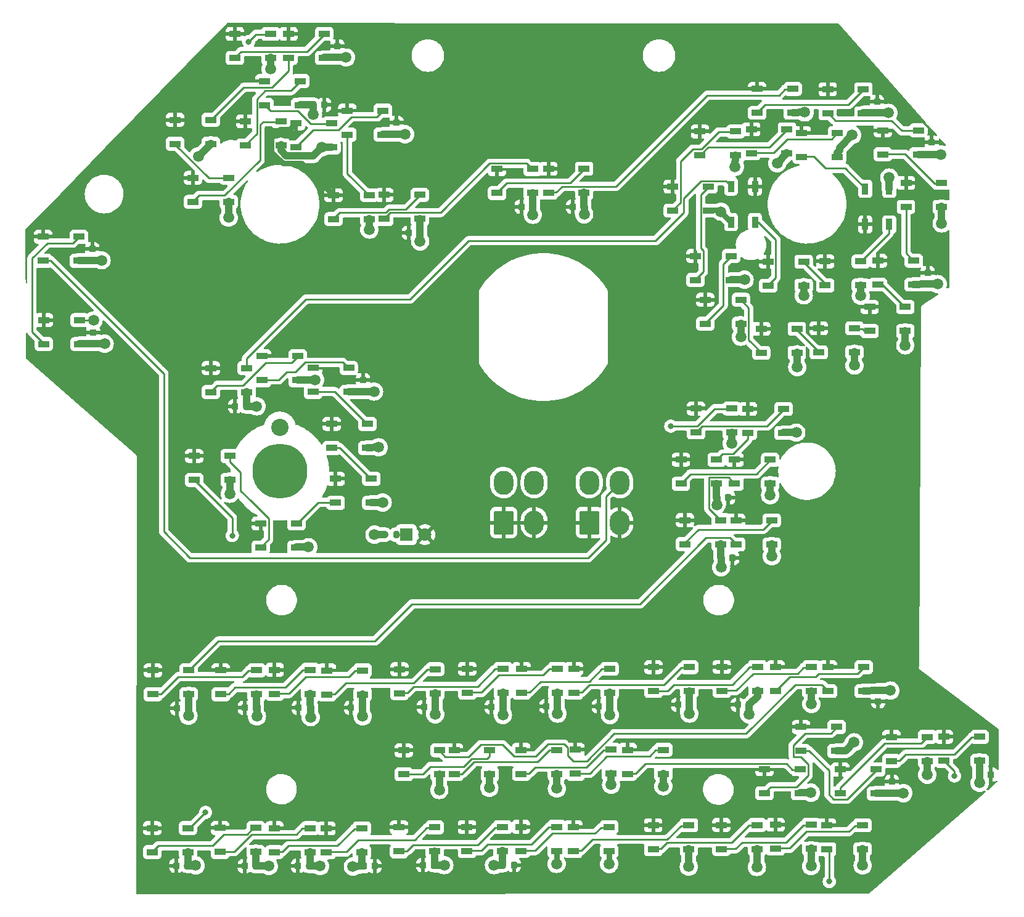
<source format=gbr>
%TF.GenerationSoftware,KiCad,Pcbnew,(6.0.9)*%
%TF.CreationDate,2023-04-01T14:06:34-08:00*%
%TF.ProjectId,KY-58 PANEL,4b592d35-3820-4504-914e-454c2e6b6963,3*%
%TF.SameCoordinates,Original*%
%TF.FileFunction,Copper,L1,Top*%
%TF.FilePolarity,Positive*%
%FSLAX46Y46*%
G04 Gerber Fmt 4.6, Leading zero omitted, Abs format (unit mm)*
G04 Created by KiCad (PCBNEW (6.0.9)) date 2023-04-01 14:06:34*
%MOMM*%
%LPD*%
G01*
G04 APERTURE LIST*
G04 Aperture macros list*
%AMRoundRect*
0 Rectangle with rounded corners*
0 $1 Rounding radius*
0 $2 $3 $4 $5 $6 $7 $8 $9 X,Y pos of 4 corners*
0 Add a 4 corners polygon primitive as box body*
4,1,4,$2,$3,$4,$5,$6,$7,$8,$9,$2,$3,0*
0 Add four circle primitives for the rounded corners*
1,1,$1+$1,$2,$3*
1,1,$1+$1,$4,$5*
1,1,$1+$1,$6,$7*
1,1,$1+$1,$8,$9*
0 Add four rect primitives between the rounded corners*
20,1,$1+$1,$2,$3,$4,$5,0*
20,1,$1+$1,$4,$5,$6,$7,0*
20,1,$1+$1,$6,$7,$8,$9,0*
20,1,$1+$1,$8,$9,$2,$3,0*%
G04 Aperture macros list end*
%TA.AperFunction,WasherPad*%
%ADD10C,7.540752*%
%TD*%
%TA.AperFunction,WasherPad*%
%ADD11C,2.381250*%
%TD*%
%TA.AperFunction,SMDPad,CuDef*%
%ADD12R,1.500000X0.900000*%
%TD*%
%TA.AperFunction,SMDPad,CuDef*%
%ADD13RoundRect,0.200000X0.200000X0.275000X-0.200000X0.275000X-0.200000X-0.275000X0.200000X-0.275000X0*%
%TD*%
%TA.AperFunction,SMDPad,CuDef*%
%ADD14RoundRect,0.225000X-0.250000X0.225000X-0.250000X-0.225000X0.250000X-0.225000X0.250000X0.225000X0*%
%TD*%
%TA.AperFunction,SMDPad,CuDef*%
%ADD15RoundRect,0.225000X0.250000X-0.225000X0.250000X0.225000X-0.250000X0.225000X-0.250000X-0.225000X0*%
%TD*%
%TA.AperFunction,SMDPad,CuDef*%
%ADD16RoundRect,0.225000X0.225000X0.250000X-0.225000X0.250000X-0.225000X-0.250000X0.225000X-0.250000X0*%
%TD*%
%TA.AperFunction,SMDPad,CuDef*%
%ADD17RoundRect,0.225000X-0.225000X-0.250000X0.225000X-0.250000X0.225000X0.250000X-0.225000X0.250000X0*%
%TD*%
%TA.AperFunction,SMDPad,CuDef*%
%ADD18R,0.900000X1.500000*%
%TD*%
%TA.AperFunction,ComponentPad*%
%ADD19R,1.800000X1.800000*%
%TD*%
%TA.AperFunction,ComponentPad*%
%ADD20C,1.800000*%
%TD*%
%TA.AperFunction,ComponentPad*%
%ADD21RoundRect,0.250001X-1.099999X-1.399999X1.099999X-1.399999X1.099999X1.399999X-1.099999X1.399999X0*%
%TD*%
%TA.AperFunction,ComponentPad*%
%ADD22O,2.700000X3.300000*%
%TD*%
%TA.AperFunction,ViaPad*%
%ADD23C,1.500000*%
%TD*%
%TA.AperFunction,ViaPad*%
%ADD24C,0.800000*%
%TD*%
%TA.AperFunction,Conductor*%
%ADD25C,0.750000*%
%TD*%
%TA.AperFunction,Conductor*%
%ADD26C,0.250000*%
%TD*%
%TA.AperFunction,Conductor*%
%ADD27C,1.000000*%
%TD*%
%TA.AperFunction,Conductor*%
%ADD28C,0.400600*%
%TD*%
G04 APERTURE END LIST*
D10*
%TO.P,REF\u002A\u002A,*%
%TO.N,*%
X115760258Y-94278977D03*
D11*
X115760258Y-88278977D03*
%TD*%
D12*
%TO.P,D63,1,VDD*%
%TO.N,/LED+5V*%
X83362800Y-73508400D03*
%TO.P,D63,2,DOUT*%
%TO.N,Net-(D2-Pad4)*%
X83362800Y-76808400D03*
%TO.P,D63,3,VSS*%
%TO.N,/LEDGND*%
X88262800Y-76808400D03*
%TO.P,D63,4,DIN*%
%TO.N,Net-(D62-Pad2)*%
X88262800Y-73508400D03*
%TD*%
%TO.P,D2,1,VDD*%
%TO.N,/LED+5V*%
X83263400Y-62053000D03*
%TO.P,D2,2,DOUT*%
%TO.N,/DATAOUT*%
X83263400Y-65353000D03*
%TO.P,D2,3,VSS*%
%TO.N,/LEDGND*%
X88163400Y-65353000D03*
%TO.P,D2,4,DIN*%
%TO.N,Net-(D2-Pad4)*%
X88163400Y-62053000D03*
%TD*%
%TO.P,D3,1,VDD*%
%TO.N,/LED+5V*%
X101375000Y-45975000D03*
%TO.P,D3,2,DOUT*%
%TO.N,Net-(D3-Pad2)*%
X101375000Y-49275000D03*
%TO.P,D3,3,VSS*%
%TO.N,/LEDGND*%
X106275000Y-49275000D03*
%TO.P,D3,4,DIN*%
%TO.N,Net-(D3-Pad4)*%
X106275000Y-45975000D03*
%TD*%
%TO.P,D4,1,VDD*%
%TO.N,/LED+5V*%
X109578000Y-34163800D03*
%TO.P,D4,2,DOUT*%
%TO.N,Net-(D4-Pad2)*%
X109578000Y-37463800D03*
%TO.P,D4,3,VSS*%
%TO.N,/LEDGND*%
X114478000Y-37463800D03*
%TO.P,D4,4,DIN*%
%TO.N,/DATAIN*%
X114478000Y-34163800D03*
%TD*%
%TO.P,D5,1,VDD*%
%TO.N,/LED+5V*%
X116942000Y-34163800D03*
%TO.P,D5,2,DOUT*%
%TO.N,Net-(D3-Pad4)*%
X116942000Y-37463800D03*
%TO.P,D5,3,VSS*%
%TO.N,/LEDGND*%
X121842000Y-37463800D03*
%TO.P,D5,4,DIN*%
%TO.N,Net-(D4-Pad2)*%
X121842000Y-34163800D03*
%TD*%
%TO.P,D6,1,VDD*%
%TO.N,/LED+5V*%
X113665000Y-40640800D03*
%TO.P,D6,2,DOUT*%
%TO.N,Net-(D6-Pad2)*%
X113665000Y-43940800D03*
%TO.P,D6,3,VSS*%
%TO.N,/LEDGND*%
X118565000Y-43940800D03*
%TO.P,D6,4,DIN*%
%TO.N,Net-(D6-Pad4)*%
X118565000Y-40640800D03*
%TD*%
%TO.P,D7,1,VDD*%
%TO.N,/LED+5V*%
X125021000Y-44704800D03*
%TO.P,D7,2,DOUT*%
%TO.N,Net-(D67-Pad4)*%
X125021000Y-48004800D03*
%TO.P,D7,3,VSS*%
%TO.N,/LEDGND*%
X129921000Y-48004800D03*
%TO.P,D7,4,DIN*%
%TO.N,Net-(D66-Pad2)*%
X129921000Y-44704800D03*
%TD*%
%TO.P,D8,1,VDD*%
%TO.N,/LED+5V*%
X130101000Y-56287200D03*
%TO.P,D8,2,DOUT*%
%TO.N,Net-(D8-Pad2)*%
X130101000Y-59587200D03*
%TO.P,D8,3,VSS*%
%TO.N,/LEDGND*%
X135001000Y-59587200D03*
%TO.P,D8,4,DIN*%
%TO.N,Net-(D67-Pad2)*%
X135001000Y-56287200D03*
%TD*%
%TO.P,D9,1,VDD*%
%TO.N,/LED+5V*%
X145595000Y-52731400D03*
%TO.P,D9,2,DOUT*%
%TO.N,Net-(D10-Pad4)*%
X145595000Y-56031400D03*
%TO.P,D9,3,VSS*%
%TO.N,/LEDGND*%
X150495000Y-56031400D03*
%TO.P,D9,4,DIN*%
%TO.N,Net-(D8-Pad2)*%
X150495000Y-52731400D03*
%TD*%
%TO.P,D10,1,VDD*%
%TO.N,/LED+5V*%
X152642000Y-52706000D03*
%TO.P,D10,2,DOUT*%
%TO.N,Net-(D10-Pad2)*%
X152642000Y-56006000D03*
%TO.P,D10,3,VSS*%
%TO.N,/LEDGND*%
X157542000Y-56006000D03*
%TO.P,D10,4,DIN*%
%TO.N,Net-(D10-Pad4)*%
X157542000Y-52706000D03*
%TD*%
%TO.P,D11,1,VDD*%
%TO.N,/LED+5V*%
X181319000Y-41707800D03*
%TO.P,D11,2,DOUT*%
%TO.N,Net-(D11-Pad2)*%
X181319000Y-45007800D03*
%TO.P,D11,3,VSS*%
%TO.N,/LEDGND*%
X186219000Y-45007800D03*
%TO.P,D11,4,DIN*%
%TO.N,Net-(D10-Pad2)*%
X186219000Y-41707800D03*
%TD*%
%TO.P,D12,1,VDD*%
%TO.N,/LED+5V*%
X191000000Y-41775000D03*
%TO.P,D12,2,DOUT*%
%TO.N,Net-(D12-Pad2)*%
X191000000Y-45075000D03*
%TO.P,D12,3,VSS*%
%TO.N,/LEDGND*%
X195900000Y-45075000D03*
%TO.P,D12,4,DIN*%
%TO.N,Net-(D11-Pad2)*%
X195900000Y-41775000D03*
%TD*%
%TO.P,D13,1,VDD*%
%TO.N,/LED+5V*%
X198550000Y-47427000D03*
%TO.P,D13,2,DOUT*%
%TO.N,Net-(D13-Pad2)*%
X198550000Y-50727000D03*
%TO.P,D13,3,VSS*%
%TO.N,/LEDGND*%
X203450000Y-50727000D03*
%TO.P,D13,4,DIN*%
%TO.N,Net-(D12-Pad2)*%
X203450000Y-47427000D03*
%TD*%
%TO.P,D14,1,VDD*%
%TO.N,/LED+5V*%
X201752000Y-54651600D03*
%TO.P,D14,2,DOUT*%
%TO.N,Net-(D14-Pad2)*%
X201752000Y-57951600D03*
%TO.P,D14,3,VSS*%
%TO.N,/LEDGND*%
X206652000Y-57951600D03*
%TO.P,D14,4,DIN*%
%TO.N,Net-(D13-Pad2)*%
X206652000Y-54651600D03*
%TD*%
%TO.P,D15,1,VDD*%
%TO.N,/LED+5V*%
X197905000Y-65329800D03*
%TO.P,D15,2,DOUT*%
%TO.N,Net-(D15-Pad2)*%
X197905000Y-68629800D03*
%TO.P,D15,3,VSS*%
%TO.N,/LEDGND*%
X202805000Y-68629800D03*
%TO.P,D15,4,DIN*%
%TO.N,Net-(D14-Pad2)*%
X202805000Y-65329800D03*
%TD*%
%TO.P,D16,1,VDD*%
%TO.N,/LED+5V*%
X196751000Y-71705400D03*
%TO.P,D16,2,DOUT*%
%TO.N,Net-(D16-Pad2)*%
X196751000Y-75005400D03*
%TO.P,D16,3,VSS*%
%TO.N,/LEDGND*%
X201651000Y-75005400D03*
%TO.P,D16,4,DIN*%
%TO.N,Net-(D15-Pad2)*%
X201651000Y-71705400D03*
%TD*%
%TO.P,D17,1,VDD*%
%TO.N,/LED+5V*%
X189766000Y-74626000D03*
%TO.P,D17,2,DOUT*%
%TO.N,Net-(D17-Pad2)*%
X189766000Y-77926000D03*
%TO.P,D17,3,VSS*%
%TO.N,/LEDGND*%
X194666000Y-77926000D03*
%TO.P,D17,4,DIN*%
%TO.N,Net-(D16-Pad2)*%
X194666000Y-74626000D03*
%TD*%
%TO.P,D18,1,VDD*%
%TO.N,/LED+5V*%
X181864000Y-74702200D03*
%TO.P,D18,2,DOUT*%
%TO.N,Net-(D18-Pad2)*%
X181864000Y-78002200D03*
%TO.P,D18,3,VSS*%
%TO.N,/LEDGND*%
X186764000Y-78002200D03*
%TO.P,D18,4,DIN*%
%TO.N,Net-(D17-Pad2)*%
X186764000Y-74702200D03*
%TD*%
%TO.P,D19,1,VDD*%
%TO.N,/LED+5V*%
X174170000Y-70714400D03*
%TO.P,D19,2,DOUT*%
%TO.N,Net-(D19-Pad2)*%
X174170000Y-74014400D03*
%TO.P,D19,3,VSS*%
%TO.N,/LEDGND*%
X179070000Y-74014400D03*
%TO.P,D19,4,DIN*%
%TO.N,Net-(D18-Pad2)*%
X179070000Y-70714400D03*
%TD*%
%TO.P,D20,1,VDD*%
%TO.N,/LED+5V*%
X172825000Y-64700000D03*
%TO.P,D20,2,DOUT*%
%TO.N,Net-(D20-Pad2)*%
X172825000Y-68000000D03*
%TO.P,D20,3,VSS*%
%TO.N,/LEDGND*%
X177725000Y-68000000D03*
%TO.P,D20,4,DIN*%
%TO.N,Net-(D19-Pad2)*%
X177725000Y-64700000D03*
%TD*%
%TO.P,D21,1,VDD*%
%TO.N,/LED+5V*%
X169724000Y-55149400D03*
%TO.P,D21,2,DOUT*%
%TO.N,Net-(D21-Pad2)*%
X169724000Y-58449400D03*
%TO.P,D21,3,VSS*%
%TO.N,/LEDGND*%
X174624000Y-58449400D03*
%TO.P,D21,4,DIN*%
%TO.N,Net-(D20-Pad2)*%
X174624000Y-55149400D03*
%TD*%
%TO.P,D22,1,VDD*%
%TO.N,/LED+5V*%
X173459000Y-47575000D03*
%TO.P,D22,2,DOUT*%
%TO.N,Net-(D22-Pad2)*%
X173459000Y-50875000D03*
%TO.P,D22,3,VSS*%
%TO.N,/LEDGND*%
X178359000Y-50875000D03*
%TO.P,D22,4,DIN*%
%TO.N,Net-(D21-Pad2)*%
X178359000Y-47575000D03*
%TD*%
%TO.P,D23,1,VDD*%
%TO.N,/LED+5V*%
X106274000Y-80112400D03*
%TO.P,D23,2,DOUT*%
%TO.N,Net-(D23-Pad2)*%
X106274000Y-83412400D03*
%TO.P,D23,3,VSS*%
%TO.N,/LEDGND*%
X111174000Y-83412400D03*
%TO.P,D23,4,DIN*%
%TO.N,Net-(D23-Pad4)*%
X111174000Y-80112400D03*
%TD*%
%TO.P,D24,1,VDD*%
%TO.N,/LED+5V*%
X113298000Y-78461600D03*
%TO.P,D24,2,DOUT*%
%TO.N,Net-(D24-Pad2)*%
X113298000Y-81761600D03*
%TO.P,D24,3,VSS*%
%TO.N,/LEDGND*%
X118198000Y-81761600D03*
%TO.P,D24,4,DIN*%
%TO.N,Net-(D23-Pad2)*%
X118198000Y-78461600D03*
%TD*%
%TO.P,D25,1,VDD*%
%TO.N,/LED+5V*%
X120322000Y-80087000D03*
%TO.P,D25,2,DOUT*%
%TO.N,Net-(D25-Pad2)*%
X120322000Y-83387000D03*
%TO.P,D25,3,VSS*%
%TO.N,/LEDGND*%
X125222000Y-83387000D03*
%TO.P,D25,4,DIN*%
%TO.N,Net-(D24-Pad2)*%
X125222000Y-80087000D03*
%TD*%
%TO.P,D26,1,VDD*%
%TO.N,/LED+5V*%
X172900000Y-85649600D03*
%TO.P,D26,2,DOUT*%
%TO.N,Net-(D26-Pad2)*%
X172900000Y-88949600D03*
%TO.P,D26,3,VSS*%
%TO.N,/LEDGND*%
X177800000Y-88949600D03*
%TO.P,D26,4,DIN*%
%TO.N,Net-(D26-Pad4)*%
X177800000Y-85649600D03*
%TD*%
%TO.P,D27,1,VDD*%
%TO.N,/LED+5V*%
X170843000Y-92685400D03*
%TO.P,D27,2,DOUT*%
%TO.N,Net-(D27-Pad2)*%
X170843000Y-95985400D03*
%TO.P,D27,3,VSS*%
%TO.N,/LEDGND*%
X175743000Y-95985400D03*
%TO.P,D27,4,DIN*%
%TO.N,Net-(D27-Pad4)*%
X175743000Y-92685400D03*
%TD*%
%TO.P,D28,1,VDD*%
%TO.N,/LED+5V*%
X171401000Y-101017000D03*
%TO.P,D28,2,DOUT*%
%TO.N,Net-(D28-Pad2)*%
X171401000Y-104317000D03*
%TO.P,D28,3,VSS*%
%TO.N,/LEDGND*%
X176301000Y-104317000D03*
%TO.P,D28,4,DIN*%
%TO.N,Net-(D28-Pad4)*%
X176301000Y-101017000D03*
%TD*%
%TO.P,D29,1,VDD*%
%TO.N,/LED+5V*%
X98337000Y-121642000D03*
%TO.P,D29,2,DOUT*%
%TO.N,Net-(D29-Pad2)*%
X98337000Y-124942000D03*
%TO.P,D29,3,VSS*%
%TO.N,/LEDGND*%
X103237000Y-124942000D03*
%TO.P,D29,4,DIN*%
%TO.N,/DATAOUT1*%
X103237000Y-121642000D03*
%TD*%
%TO.P,D30,1,VDD*%
%TO.N,/LED+5V*%
X107634000Y-121642000D03*
%TO.P,D30,2,DOUT*%
%TO.N,Net-(D30-Pad2)*%
X107634000Y-124942000D03*
%TO.P,D30,3,VSS*%
%TO.N,/LEDGND*%
X112534000Y-124942000D03*
%TO.P,D30,4,DIN*%
%TO.N,Net-(D29-Pad2)*%
X112534000Y-121642000D03*
%TD*%
%TO.P,D31,1,VDD*%
%TO.N,/LED+5V*%
X115039000Y-121591000D03*
%TO.P,D31,2,DOUT*%
%TO.N,Net-(D31-Pad2)*%
X115039000Y-124891000D03*
%TO.P,D31,3,VSS*%
%TO.N,/LEDGND*%
X119939000Y-124891000D03*
%TO.P,D31,4,DIN*%
%TO.N,Net-(D30-Pad2)*%
X119939000Y-121591000D03*
%TD*%
%TO.P,D32,1,VDD*%
%TO.N,/LED+5V*%
X122227000Y-121667000D03*
%TO.P,D32,2,DOUT*%
%TO.N,Net-(D32-Pad2)*%
X122227000Y-124967000D03*
%TO.P,D32,3,VSS*%
%TO.N,/LEDGND*%
X127127000Y-124967000D03*
%TO.P,D32,4,DIN*%
%TO.N,Net-(D31-Pad2)*%
X127127000Y-121667000D03*
%TD*%
%TO.P,D33,1,VDD*%
%TO.N,/LED+5V*%
X132184000Y-121514000D03*
%TO.P,D33,2,DOUT*%
%TO.N,Net-(D33-Pad2)*%
X132184000Y-124814000D03*
%TO.P,D33,3,VSS*%
%TO.N,/LEDGND*%
X137084000Y-124814000D03*
%TO.P,D33,4,DIN*%
%TO.N,Net-(D32-Pad2)*%
X137084000Y-121514000D03*
%TD*%
%TO.P,D34,1,VDD*%
%TO.N,/LED+5V*%
X141492000Y-121438000D03*
%TO.P,D34,2,DOUT*%
%TO.N,Net-(D34-Pad2)*%
X141492000Y-124738000D03*
%TO.P,D34,3,VSS*%
%TO.N,/LEDGND*%
X146392000Y-124738000D03*
%TO.P,D34,4,DIN*%
%TO.N,Net-(D33-Pad2)*%
X146392000Y-121438000D03*
%TD*%
%TO.P,D35,1,VDD*%
%TO.N,/LED+5V*%
X148959000Y-121438000D03*
%TO.P,D35,2,DOUT*%
%TO.N,Net-(D35-Pad2)*%
X148959000Y-124738000D03*
%TO.P,D35,3,VSS*%
%TO.N,/LEDGND*%
X153859000Y-124738000D03*
%TO.P,D35,4,DIN*%
%TO.N,Net-(D34-Pad2)*%
X153859000Y-121438000D03*
%TD*%
%TO.P,D36,1,VDD*%
%TO.N,/LED+5V*%
X156134000Y-121438000D03*
%TO.P,D36,2,DOUT*%
%TO.N,Net-(D36-Pad2)*%
X156134000Y-124738000D03*
%TO.P,D36,3,VSS*%
%TO.N,/LEDGND*%
X161034000Y-124738000D03*
%TO.P,D36,4,DIN*%
%TO.N,Net-(D35-Pad2)*%
X161034000Y-121438000D03*
%TD*%
%TO.P,D37,1,VDD*%
%TO.N,/LED+5V*%
X167081000Y-121210000D03*
%TO.P,D37,2,DOUT*%
%TO.N,Net-(D37-Pad2)*%
X167081000Y-124510000D03*
%TO.P,D37,3,VSS*%
%TO.N,/LEDGND*%
X171981000Y-124510000D03*
%TO.P,D37,4,DIN*%
%TO.N,Net-(D36-Pad2)*%
X171981000Y-121210000D03*
%TD*%
%TO.P,D38,1,VDD*%
%TO.N,/LED+5V*%
X176442000Y-121184000D03*
%TO.P,D38,2,DOUT*%
%TO.N,Net-(D38-Pad2)*%
X176442000Y-124484000D03*
%TO.P,D38,3,VSS*%
%TO.N,/LEDGND*%
X181342000Y-124484000D03*
%TO.P,D38,4,DIN*%
%TO.N,Net-(D37-Pad2)*%
X181342000Y-121184000D03*
%TD*%
%TO.P,D39,1,VDD*%
%TO.N,/LED+5V*%
X183859000Y-121210000D03*
%TO.P,D39,2,DOUT*%
%TO.N,Net-(D39-Pad2)*%
X183859000Y-124510000D03*
%TO.P,D39,3,VSS*%
%TO.N,/LEDGND*%
X188759000Y-124510000D03*
%TO.P,D39,4,DIN*%
%TO.N,Net-(D38-Pad2)*%
X188759000Y-121210000D03*
%TD*%
%TO.P,D40,1,VDD*%
%TO.N,/LED+5V*%
X191047000Y-121210000D03*
%TO.P,D40,2,DOUT*%
%TO.N,Net-(D40-Pad2)*%
X191047000Y-124510000D03*
%TO.P,D40,3,VSS*%
%TO.N,/LEDGND*%
X195947000Y-124510000D03*
%TO.P,D40,4,DIN*%
%TO.N,Net-(D39-Pad2)*%
X195947000Y-121210000D03*
%TD*%
%TO.P,D41,1,VDD*%
%TO.N,/LED+5V*%
X132766000Y-132640000D03*
%TO.P,D41,2,DOUT*%
%TO.N,Net-(D41-Pad2)*%
X132766000Y-135940000D03*
%TO.P,D41,3,VSS*%
%TO.N,/LEDGND*%
X137666000Y-135940000D03*
%TO.P,D41,4,DIN*%
%TO.N,Net-(D40-Pad2)*%
X137666000Y-132640000D03*
%TD*%
%TO.P,D42,1,VDD*%
%TO.N,/LED+5V*%
X139688000Y-132640000D03*
%TO.P,D42,2,DOUT*%
%TO.N,Net-(D42-Pad2)*%
X139688000Y-135940000D03*
%TO.P,D42,3,VSS*%
%TO.N,/LEDGND*%
X144588000Y-135940000D03*
%TO.P,D42,4,DIN*%
%TO.N,Net-(D41-Pad2)*%
X144588000Y-132640000D03*
%TD*%
%TO.P,D43,1,VDD*%
%TO.N,/LED+5V*%
X148909000Y-132589000D03*
%TO.P,D43,2,DOUT*%
%TO.N,Net-(D43-Pad2)*%
X148909000Y-135889000D03*
%TO.P,D43,3,VSS*%
%TO.N,/LEDGND*%
X153809000Y-135889000D03*
%TO.P,D43,4,DIN*%
%TO.N,Net-(D42-Pad2)*%
X153809000Y-132589000D03*
%TD*%
%TO.P,D44,1,VDD*%
%TO.N,/LED+5V*%
X156351000Y-132564000D03*
%TO.P,D44,2,DOUT*%
%TO.N,Net-(D44-Pad2)*%
X156351000Y-135864000D03*
%TO.P,D44,3,VSS*%
%TO.N,/LEDGND*%
X161251000Y-135864000D03*
%TO.P,D44,4,DIN*%
%TO.N,Net-(D43-Pad2)*%
X161251000Y-132564000D03*
%TD*%
%TO.P,D45,1,VDD*%
%TO.N,/LED+5V*%
X163525000Y-132589000D03*
%TO.P,D45,2,DOUT*%
%TO.N,Net-(D45-Pad2)*%
X163525000Y-135889000D03*
%TO.P,D45,3,VSS*%
%TO.N,/LEDGND*%
X168425000Y-135889000D03*
%TO.P,D45,4,DIN*%
%TO.N,Net-(D44-Pad2)*%
X168425000Y-132589000D03*
%TD*%
%TO.P,D46,1,VDD*%
%TO.N,/LED+5V*%
X182335000Y-135256000D03*
%TO.P,D46,2,DOUT*%
%TO.N,Net-(D46-Pad2)*%
X182335000Y-138556000D03*
%TO.P,D46,3,VSS*%
%TO.N,/LEDGND*%
X187235000Y-138556000D03*
%TO.P,D46,4,DIN*%
%TO.N,Net-(D45-Pad2)*%
X187235000Y-135256000D03*
%TD*%
%TO.P,D47,1,VDD*%
%TO.N,/LED+5V*%
X187339000Y-129439000D03*
%TO.P,D47,2,DOUT*%
%TO.N,Net-(D47-Pad2)*%
X187339000Y-132739000D03*
%TO.P,D47,3,VSS*%
%TO.N,/LEDGND*%
X192239000Y-132739000D03*
%TO.P,D47,4,DIN*%
%TO.N,Net-(D46-Pad2)*%
X192239000Y-129439000D03*
%TD*%
%TO.P,D48,1,VDD*%
%TO.N,/LED+5V*%
X192724000Y-135281000D03*
%TO.P,D48,2,DOUT*%
%TO.N,Net-(D48-Pad2)*%
X192724000Y-138581000D03*
%TO.P,D48,3,VSS*%
%TO.N,/LEDGND*%
X197624000Y-138581000D03*
%TO.P,D48,4,DIN*%
%TO.N,Net-(D47-Pad2)*%
X197624000Y-135281000D03*
%TD*%
%TO.P,D49,1,VDD*%
%TO.N,/LED+5V*%
X199773000Y-130811000D03*
%TO.P,D49,2,DOUT*%
%TO.N,/DATAOUT2*%
X199773000Y-134111000D03*
%TO.P,D49,3,VSS*%
%TO.N,/LEDGND*%
X204673000Y-134111000D03*
%TO.P,D49,4,DIN*%
%TO.N,Net-(D48-Pad2)*%
X204673000Y-130811000D03*
%TD*%
%TO.P,D50,1,VDD*%
%TO.N,/LED+5V*%
X206959000Y-130785000D03*
%TO.P,D50,2,DOUT*%
%TO.N,Net-(D50-Pad2)*%
X206959000Y-134085000D03*
%TO.P,D50,3,VSS*%
%TO.N,/LEDGND*%
X211859000Y-134085000D03*
%TO.P,D50,4,DIN*%
%TO.N,/DATAOUT2*%
X211859000Y-130785000D03*
%TD*%
%TO.P,D51,1,VDD*%
%TO.N,/LED+5V*%
X98224000Y-143359000D03*
%TO.P,D51,2,DOUT*%
%TO.N,Net-(D51-Pad2)*%
X98224000Y-146659000D03*
%TO.P,D51,3,VSS*%
%TO.N,/LEDGND*%
X103124000Y-146659000D03*
%TO.P,D51,4,DIN*%
%TO.N,Net-(D50-Pad2)*%
X103124000Y-143359000D03*
%TD*%
%TO.P,D52,1,VDD*%
%TO.N,/LED+5V*%
X107544000Y-143333000D03*
%TO.P,D52,2,DOUT*%
%TO.N,Net-(D52-Pad2)*%
X107544000Y-146633000D03*
%TO.P,D52,3,VSS*%
%TO.N,/LEDGND*%
X112444000Y-146633000D03*
%TO.P,D52,4,DIN*%
%TO.N,Net-(D51-Pad2)*%
X112444000Y-143333000D03*
%TD*%
%TO.P,D53,1,VDD*%
%TO.N,/LED+5V*%
X115011000Y-143358000D03*
%TO.P,D53,2,DOUT*%
%TO.N,Net-(D53-Pad2)*%
X115011000Y-146658000D03*
%TO.P,D53,3,VSS*%
%TO.N,/LEDGND*%
X119911000Y-146658000D03*
%TO.P,D53,4,DIN*%
%TO.N,Net-(D52-Pad2)*%
X119911000Y-143358000D03*
%TD*%
%TO.P,D54,1,VDD*%
%TO.N,/LED+5V*%
X122149000Y-143384000D03*
%TO.P,D54,2,DOUT*%
%TO.N,Net-(D54-Pad2)*%
X122149000Y-146684000D03*
%TO.P,D54,3,VSS*%
%TO.N,/LEDGND*%
X127049000Y-146684000D03*
%TO.P,D54,4,DIN*%
%TO.N,Net-(D53-Pad2)*%
X127049000Y-143384000D03*
%TD*%
%TO.P,D55,1,VDD*%
%TO.N,/LED+5V*%
X132131000Y-143231000D03*
%TO.P,D55,2,DOUT*%
%TO.N,Net-(D55-Pad2)*%
X132131000Y-146531000D03*
%TO.P,D55,3,VSS*%
%TO.N,/LEDGND*%
X137031000Y-146531000D03*
%TO.P,D55,4,DIN*%
%TO.N,Net-(D54-Pad2)*%
X137031000Y-143231000D03*
%TD*%
%TO.P,D56,1,VDD*%
%TO.N,/LED+5V*%
X141453000Y-143206000D03*
%TO.P,D56,2,DOUT*%
%TO.N,Net-(D56-Pad2)*%
X141453000Y-146506000D03*
%TO.P,D56,3,VSS*%
%TO.N,/LEDGND*%
X146353000Y-146506000D03*
%TO.P,D56,4,DIN*%
%TO.N,Net-(D55-Pad2)*%
X146353000Y-143206000D03*
%TD*%
%TO.P,D57,1,VDD*%
%TO.N,/LED+5V*%
X148872000Y-143181000D03*
%TO.P,D57,2,DOUT*%
%TO.N,Net-(D57-Pad2)*%
X148872000Y-146481000D03*
%TO.P,D57,3,VSS*%
%TO.N,/LEDGND*%
X153772000Y-146481000D03*
%TO.P,D57,4,DIN*%
%TO.N,Net-(D56-Pad2)*%
X153772000Y-143181000D03*
%TD*%
%TO.P,D58,1,VDD*%
%TO.N,/LED+5V*%
X156060000Y-143206000D03*
%TO.P,D58,2,DOUT*%
%TO.N,Net-(D58-Pad2)*%
X156060000Y-146506000D03*
%TO.P,D58,3,VSS*%
%TO.N,/LEDGND*%
X160960000Y-146506000D03*
%TO.P,D58,4,DIN*%
%TO.N,Net-(D57-Pad2)*%
X160960000Y-143206000D03*
%TD*%
%TO.P,D59,1,VDD*%
%TO.N,/LED+5V*%
X167030000Y-142952000D03*
%TO.P,D59,2,DOUT*%
%TO.N,Net-(D59-Pad2)*%
X167030000Y-146252000D03*
%TO.P,D59,3,VSS*%
%TO.N,/LEDGND*%
X171930000Y-146252000D03*
%TO.P,D59,4,DIN*%
%TO.N,Net-(D58-Pad2)*%
X171930000Y-142952000D03*
%TD*%
%TO.P,D60,1,VDD*%
%TO.N,/LED+5V*%
X176378000Y-142927000D03*
%TO.P,D60,2,DOUT*%
%TO.N,Net-(D60-Pad2)*%
X176378000Y-146227000D03*
%TO.P,D60,3,VSS*%
%TO.N,/LEDGND*%
X181278000Y-146227000D03*
%TO.P,D60,4,DIN*%
%TO.N,Net-(D59-Pad2)*%
X181278000Y-142927000D03*
%TD*%
%TO.P,D61,1,VDD*%
%TO.N,/LED+5V*%
X183820000Y-142876000D03*
%TO.P,D61,2,DOUT*%
%TO.N,Net-(D61-Pad2)*%
X183820000Y-146176000D03*
%TO.P,D61,3,VSS*%
%TO.N,/LEDGND*%
X188720000Y-146176000D03*
%TO.P,D61,4,DIN*%
%TO.N,Net-(D60-Pad2)*%
X188720000Y-142876000D03*
%TD*%
%TO.P,D62,1,VDD*%
%TO.N,/LED+5V*%
X190895000Y-142952000D03*
%TO.P,D62,2,DOUT*%
%TO.N,Net-(D62-Pad2)*%
X190895000Y-146252000D03*
%TO.P,D62,3,VSS*%
%TO.N,/LEDGND*%
X195795000Y-146252000D03*
%TO.P,D62,4,DIN*%
%TO.N,Net-(D61-Pad2)*%
X195795000Y-142952000D03*
%TD*%
D13*
%TO.P,R1,1*%
%TO.N,Net-(D1-Pad1)*%
X131737000Y-102997000D03*
%TO.P,R1,2*%
%TO.N,/LEDGND*%
X130087000Y-102997000D03*
%TD*%
D14*
%TO.P,C4,1*%
%TO.N,/LED+5V*%
X199810000Y-136922500D03*
%TO.P,C4,2*%
%TO.N,/LEDGND*%
X199810000Y-138472500D03*
%TD*%
D15*
%TO.P,C5,1*%
%TO.N,/LED+5V*%
X197917000Y-125936000D03*
%TO.P,C5,2*%
%TO.N,/LEDGND*%
X197917000Y-124386000D03*
%TD*%
D16*
%TO.P,C6,1*%
%TO.N,/LED+5V*%
X213422500Y-136000000D03*
%TO.P,C6,2*%
%TO.N,/LEDGND*%
X211872500Y-136000000D03*
%TD*%
D17*
%TO.P,C7,1*%
%TO.N,/LED+5V*%
X170437500Y-126400000D03*
%TO.P,C7,2*%
%TO.N,/LEDGND*%
X171987500Y-126400000D03*
%TD*%
%TO.P,C8,1*%
%TO.N,/LED+5V*%
X125512500Y-126800000D03*
%TO.P,C8,2*%
%TO.N,/LEDGND*%
X127062500Y-126800000D03*
%TD*%
D16*
%TO.P,C9,1*%
%TO.N,/LED+5V*%
X177912500Y-106210000D03*
%TO.P,C9,2*%
%TO.N,/LEDGND*%
X176362500Y-106210000D03*
%TD*%
%TO.P,C10,1*%
%TO.N,/LED+5V*%
X177337500Y-97900000D03*
%TO.P,C10,2*%
%TO.N,/LEDGND*%
X175787500Y-97900000D03*
%TD*%
D14*
%TO.P,C12,1*%
%TO.N,/LED+5V*%
X205280000Y-49087500D03*
%TO.P,C12,2*%
%TO.N,/LEDGND*%
X205280000Y-50637500D03*
%TD*%
%TO.P,C13,1*%
%TO.N,/LED+5V*%
X197765000Y-43472500D03*
%TO.P,C13,2*%
%TO.N,/LEDGND*%
X197765000Y-45022500D03*
%TD*%
D17*
%TO.P,C14,1*%
%TO.N,/LED+5V*%
X109607500Y-85360000D03*
%TO.P,C14,2*%
%TO.N,/LEDGND*%
X111157500Y-85360000D03*
%TD*%
D16*
%TO.P,C3,1*%
%TO.N,/LED+5V*%
X147912500Y-148430000D03*
%TO.P,C3,2*%
%TO.N,/LEDGND*%
X146362500Y-148430000D03*
%TD*%
%TO.P,C2,1*%
%TO.N,/LED+5V*%
X128792500Y-148570000D03*
%TO.P,C2,2*%
%TO.N,/LEDGND*%
X127242500Y-148570000D03*
%TD*%
D14*
%TO.P,C11,1*%
%TO.N,/LED+5V*%
X204730000Y-66982500D03*
%TO.P,C11,2*%
%TO.N,/LEDGND*%
X204730000Y-68532500D03*
%TD*%
%TO.P,C16,1*%
%TO.N,/LED+5V*%
X123650000Y-35837500D03*
%TO.P,C16,2*%
%TO.N,/LEDGND*%
X123650000Y-37387500D03*
%TD*%
%TO.P,C17,1*%
%TO.N,/LED+5V*%
X131775000Y-46362500D03*
%TO.P,C17,2*%
%TO.N,/LEDGND*%
X131775000Y-47912500D03*
%TD*%
D16*
%TO.P,C18,1*%
%TO.N,/LED+5V*%
X121875000Y-43900000D03*
%TO.P,C18,2*%
%TO.N,/LEDGND*%
X120325000Y-43900000D03*
%TD*%
D17*
%TO.P,C19,1*%
%TO.N,/LED+5V*%
X148937500Y-57925000D03*
%TO.P,C19,2*%
%TO.N,/LEDGND*%
X150487500Y-57925000D03*
%TD*%
%TO.P,C20,1*%
%TO.N,/LED+5V*%
X155987500Y-57925000D03*
%TO.P,C20,2*%
%TO.N,/LEDGND*%
X157537500Y-57925000D03*
%TD*%
D14*
%TO.P,C21,1*%
%TO.N,/LED+5V*%
X90125000Y-75212500D03*
%TO.P,C21,2*%
%TO.N,/LEDGND*%
X90125000Y-76762500D03*
%TD*%
%TO.P,C22,1*%
%TO.N,/LED+5V*%
X90000000Y-63737500D03*
%TO.P,C22,2*%
%TO.N,/LEDGND*%
X90000000Y-65287500D03*
%TD*%
%TO.P,C23,1*%
%TO.N,/LED+5V*%
X127175000Y-81737500D03*
%TO.P,C23,2*%
%TO.N,/LEDGND*%
X127175000Y-83287500D03*
%TD*%
D17*
%TO.P,C24,1*%
%TO.N,/LED+5V*%
X101637500Y-126900000D03*
%TO.P,C24,2*%
%TO.N,/LEDGND*%
X103187500Y-126900000D03*
%TD*%
%TO.P,C25,1*%
%TO.N,/LED+5V*%
X110937500Y-126800000D03*
%TO.P,C25,2*%
%TO.N,/LEDGND*%
X112487500Y-126800000D03*
%TD*%
%TO.P,C26,1*%
%TO.N,/LED+5V*%
X152337500Y-126600000D03*
%TO.P,C26,2*%
%TO.N,/LEDGND*%
X153887500Y-126600000D03*
%TD*%
%TO.P,C27,1*%
%TO.N,/LED+5V*%
X159537500Y-126600000D03*
%TO.P,C27,2*%
%TO.N,/LEDGND*%
X161087500Y-126600000D03*
%TD*%
%TO.P,C28,1*%
%TO.N,/LED+5V*%
X118337500Y-126800000D03*
%TO.P,C28,2*%
%TO.N,/LEDGND*%
X119887500Y-126800000D03*
%TD*%
%TO.P,C29,1*%
%TO.N,/LED+5V*%
X135537500Y-126700000D03*
%TO.P,C29,2*%
%TO.N,/LEDGND*%
X137087500Y-126700000D03*
%TD*%
%TO.P,C30,1*%
%TO.N,/LED+5V*%
X178637500Y-126400000D03*
%TO.P,C30,2*%
%TO.N,/LEDGND*%
X180187500Y-126400000D03*
%TD*%
%TO.P,C32,1*%
%TO.N,/LED+5V*%
X144837500Y-126700000D03*
%TO.P,C32,2*%
%TO.N,/LEDGND*%
X146387500Y-126700000D03*
%TD*%
%TO.P,C33,1*%
%TO.N,/LED+5V*%
X118247500Y-148530000D03*
%TO.P,C33,2*%
%TO.N,/LEDGND*%
X119797500Y-148530000D03*
%TD*%
%TO.P,C34,1*%
%TO.N,/LED+5V*%
X135417500Y-148430000D03*
%TO.P,C34,2*%
%TO.N,/LEDGND*%
X136967500Y-148430000D03*
%TD*%
%TO.P,C35,1*%
%TO.N,/LED+5V*%
X110917500Y-148570000D03*
%TO.P,C35,2*%
%TO.N,/LEDGND*%
X112467500Y-148570000D03*
%TD*%
%TO.P,C15,1*%
%TO.N,/LED+5V*%
X133462500Y-61500000D03*
%TO.P,C15,2*%
%TO.N,/LEDGND*%
X135012500Y-61500000D03*
%TD*%
%TO.P,C31,1*%
%TO.N,/LED+5V*%
X101517500Y-148520000D03*
%TO.P,C31,2*%
%TO.N,/LEDGND*%
X103067500Y-148520000D03*
%TD*%
D12*
%TO.P,D64,1,VDD*%
%TO.N,/LED+5V*%
X103825000Y-53950000D03*
%TO.P,D64,2,DOUT*%
%TO.N,Net-(D64-Pad2)*%
X103825000Y-57250000D03*
%TO.P,D64,3,VSS*%
%TO.N,/LEDGND*%
X108725000Y-57250000D03*
%TO.P,D64,4,DIN*%
%TO.N,Net-(D3-Pad2)*%
X108725000Y-53950000D03*
%TD*%
%TO.P,D65,1,VDD*%
%TO.N,/LED+5V*%
X111000000Y-46175000D03*
%TO.P,D65,2,DOUT*%
%TO.N,Net-(D6-Pad4)*%
X111000000Y-49475000D03*
%TO.P,D65,3,VSS*%
%TO.N,/LEDGND*%
X115900000Y-49475000D03*
%TO.P,D65,4,DIN*%
%TO.N,Net-(D64-Pad2)*%
X115900000Y-46175000D03*
%TD*%
%TO.P,D66,1,VDD*%
%TO.N,/LED+5V*%
X117950000Y-46450000D03*
%TO.P,D66,2,DOUT*%
%TO.N,Net-(D66-Pad2)*%
X117950000Y-49750000D03*
%TO.P,D66,3,VSS*%
%TO.N,/LEDGND*%
X122850000Y-49750000D03*
%TO.P,D66,4,DIN*%
%TO.N,Net-(D6-Pad2)*%
X122850000Y-46450000D03*
%TD*%
%TO.P,D67,1,VDD*%
%TO.N,/LED+5V*%
X123150000Y-56325000D03*
%TO.P,D67,2,DOUT*%
%TO.N,Net-(D67-Pad2)*%
X123150000Y-59625000D03*
%TO.P,D67,3,VSS*%
%TO.N,/LEDGND*%
X128050000Y-59625000D03*
%TO.P,D67,4,DIN*%
%TO.N,Net-(D67-Pad4)*%
X128050000Y-56325000D03*
%TD*%
%TO.P,D68,1,VDD*%
%TO.N,/LED+5V*%
X180500000Y-47275000D03*
%TO.P,D68,2,DOUT*%
%TO.N,Net-(D68-Pad2)*%
X180500000Y-50575000D03*
%TO.P,D68,3,VSS*%
%TO.N,/LEDGND*%
X185400000Y-50575000D03*
%TO.P,D68,4,DIN*%
%TO.N,Net-(D22-Pad2)*%
X185400000Y-47275000D03*
%TD*%
%TO.P,D69,1,VDD*%
%TO.N,/LED+5V*%
X187425000Y-47775000D03*
%TO.P,D69,2,DOUT*%
%TO.N,Net-(D69-Pad2)*%
X187425000Y-51075000D03*
%TO.P,D69,3,VSS*%
%TO.N,/LEDGND*%
X192325000Y-51075000D03*
%TO.P,D69,4,DIN*%
%TO.N,Net-(D68-Pad2)*%
X192325000Y-47775000D03*
%TD*%
D18*
%TO.P,D70,1,VDD*%
%TO.N,/LED+5V*%
X196150000Y-60350000D03*
%TO.P,D70,2,DOUT*%
%TO.N,Net-(D70-Pad2)*%
X199450000Y-60350000D03*
%TO.P,D70,3,VSS*%
%TO.N,/LEDGND*%
X199450000Y-55450000D03*
%TO.P,D70,4,DIN*%
%TO.N,Net-(D69-Pad2)*%
X196150000Y-55450000D03*
%TD*%
D12*
%TO.P,D71,1,VDD*%
%TO.N,/LED+5V*%
X190650000Y-65425000D03*
%TO.P,D71,2,DOUT*%
%TO.N,Net-(D71-Pad2)*%
X190650000Y-68725000D03*
%TO.P,D71,3,VSS*%
%TO.N,/LEDGND*%
X195550000Y-68725000D03*
%TO.P,D71,4,DIN*%
%TO.N,Net-(D70-Pad2)*%
X195550000Y-65425000D03*
%TD*%
%TO.P,D72,1,VDD*%
%TO.N,/LED+5V*%
X182800000Y-65475000D03*
%TO.P,D72,2,DOUT*%
%TO.N,Net-(D72-Pad2)*%
X182800000Y-68775000D03*
%TO.P,D72,3,VSS*%
%TO.N,/LEDGND*%
X187700000Y-68775000D03*
%TO.P,D72,4,DIN*%
%TO.N,Net-(D71-Pad2)*%
X187700000Y-65475000D03*
%TD*%
D18*
%TO.P,D73,1,VDD*%
%TO.N,/LED+5V*%
X181025000Y-55125000D03*
%TO.P,D73,2,DOUT*%
%TO.N,Net-(D23-Pad4)*%
X177725000Y-55125000D03*
%TO.P,D73,3,VSS*%
%TO.N,/LEDGND*%
X177725000Y-60025000D03*
%TO.P,D73,4,DIN*%
%TO.N,Net-(D72-Pad2)*%
X181025000Y-60025000D03*
%TD*%
D12*
%TO.P,D74,1,VDD*%
%TO.N,/LED+5V*%
X180050000Y-85725000D03*
%TO.P,D74,2,DOUT*%
%TO.N,Net-(D27-Pad4)*%
X180050000Y-89025000D03*
%TO.P,D74,3,VSS*%
%TO.N,/LEDGND*%
X184950000Y-89025000D03*
%TO.P,D74,4,DIN*%
%TO.N,Net-(D26-Pad2)*%
X184950000Y-85725000D03*
%TD*%
%TO.P,D75,1,VDD*%
%TO.N,/LED+5V*%
X178200000Y-92700000D03*
%TO.P,D75,2,DOUT*%
%TO.N,Net-(D28-Pad4)*%
X178200000Y-96000000D03*
%TO.P,D75,3,VSS*%
%TO.N,/LEDGND*%
X183100000Y-96000000D03*
%TO.P,D75,4,DIN*%
%TO.N,Net-(D27-Pad2)*%
X183100000Y-92700000D03*
%TD*%
%TO.P,D76,1,VDD*%
%TO.N,/LED+5V*%
X178400000Y-101050000D03*
%TO.P,D76,2,DOUT*%
%TO.N,/DATAOUT1*%
X178400000Y-104350000D03*
%TO.P,D76,3,VSS*%
%TO.N,/LEDGND*%
X183300000Y-104350000D03*
%TO.P,D76,4,DIN*%
%TO.N,Net-(D28-Pad2)*%
X183300000Y-101050000D03*
%TD*%
%TO.P,D77,1,VDD*%
%TO.N,/LED+5V*%
X122875000Y-87775000D03*
%TO.P,D77,2,DOUT*%
%TO.N,Net-(D77-Pad2)*%
X122875000Y-91075000D03*
%TO.P,D77,3,VSS*%
%TO.N,/LEDGND*%
X127775000Y-91075000D03*
%TO.P,D77,4,DIN*%
%TO.N,Net-(D25-Pad2)*%
X127775000Y-87775000D03*
%TD*%
%TO.P,D78,1,VDD*%
%TO.N,/LED+5V*%
X123425000Y-95325000D03*
%TO.P,D78,2,DOUT*%
%TO.N,Net-(D78-Pad2)*%
X123425000Y-98625000D03*
%TO.P,D78,3,VSS*%
%TO.N,/LEDGND*%
X128325000Y-98625000D03*
%TO.P,D78,4,DIN*%
%TO.N,Net-(D77-Pad2)*%
X128325000Y-95325000D03*
%TD*%
%TO.P,D79,1,VDD*%
%TO.N,/LED+5V*%
X113125000Y-101475000D03*
%TO.P,D79,2,DOUT*%
%TO.N,Net-(D79-Pad2)*%
X113125000Y-104775000D03*
%TO.P,D79,3,VSS*%
%TO.N,/LEDGND*%
X118025000Y-104775000D03*
%TO.P,D79,4,DIN*%
%TO.N,Net-(D78-Pad2)*%
X118025000Y-101475000D03*
%TD*%
%TO.P,D80,1,VDD*%
%TO.N,/LED+5V*%
X103975000Y-92175000D03*
%TO.P,D80,2,DOUT*%
%TO.N,Net-(D26-Pad4)*%
X103975000Y-95475000D03*
%TO.P,D80,3,VSS*%
%TO.N,/LEDGND*%
X108875000Y-95475000D03*
%TO.P,D80,4,DIN*%
%TO.N,Net-(D79-Pad2)*%
X108875000Y-92175000D03*
%TD*%
D19*
%TO.P,D1,1,K*%
%TO.N,Net-(D1-Pad1)*%
X133147000Y-102997000D03*
D20*
%TO.P,D1,2,A*%
%TO.N,/LED+5V*%
X135687000Y-102997000D03*
%TD*%
D21*
%TO.P,J1,1,Pin_1*%
%TO.N,/LED+5V*%
X146482000Y-101343000D03*
D22*
%TO.P,J1,2,Pin_2*%
X150682000Y-101343000D03*
%TO.P,J1,3,Pin_3*%
%TO.N,/LEDGND*%
X146482000Y-95843000D03*
%TO.P,J1,4,Pin_4*%
%TO.N,/DATAIN*%
X150682000Y-95843000D03*
%TD*%
D21*
%TO.P,J2,1,Pin_1*%
%TO.N,/LED+5V*%
X158242000Y-101343000D03*
D22*
%TO.P,J2,2,Pin_2*%
X162442000Y-101343000D03*
%TO.P,J2,3,Pin_3*%
%TO.N,/LEDGND*%
X158242000Y-95843000D03*
%TO.P,J2,4,Pin_4*%
%TO.N,/DATAOUT*%
X162442000Y-95843000D03*
%TD*%
D23*
%TO.N,/LED+5V*%
X148902500Y-119928800D03*
D24*
%TO.N,/DATAIN*%
X111475000Y-35225000D03*
D23*
%TO.N,/LEDGND*%
X172000000Y-127600000D03*
X211860000Y-137130000D03*
X171930000Y-148633000D03*
X181278000Y-148688000D03*
X145160000Y-148430000D03*
X178275000Y-52425000D03*
X168427000Y-137592000D03*
X187700000Y-70100000D03*
X128050000Y-61050000D03*
X195804000Y-148468000D03*
X199450000Y-53900000D03*
X201656000Y-76962000D03*
X108725000Y-59425000D03*
X186675000Y-88975000D03*
X132953000Y-47954800D03*
X199352000Y-45027800D03*
X108875000Y-97375000D03*
X128692000Y-83327200D03*
X104575000Y-50975000D03*
X206652000Y-60213900D03*
X135025000Y-62675000D03*
X206536000Y-50728600D03*
X125790000Y-148630000D03*
X119675000Y-104725000D03*
X176337500Y-58587500D03*
X183325000Y-105975000D03*
X175750000Y-98900000D03*
X187850000Y-44950000D03*
X129875000Y-98575000D03*
X128755000Y-103000000D03*
X120300000Y-45225000D03*
X176350000Y-107480000D03*
X183100000Y-97575000D03*
X120603200Y-81715500D03*
X114240000Y-148550000D03*
X91688500Y-76758400D03*
X91275000Y-65275000D03*
X103200000Y-127900000D03*
X153766520Y-148269960D03*
X146392000Y-127792000D03*
X180200000Y-127700000D03*
X179575000Y-67950000D03*
X195550000Y-70150000D03*
X206111000Y-68552100D03*
X112560000Y-85350000D03*
X121280000Y-148550000D03*
X127127000Y-127973000D03*
X137100000Y-127700000D03*
X188759000Y-126277540D03*
X104200000Y-148470000D03*
X194597000Y-131557000D03*
X188700000Y-138480000D03*
X204673000Y-135997000D03*
X114470000Y-38960000D03*
X150500000Y-59025000D03*
X137655000Y-138100000D03*
X120000000Y-128100000D03*
X194362582Y-48075000D03*
X184075000Y-51925000D03*
X199619000Y-124435000D03*
X112600000Y-128000000D03*
X179070000Y-75788500D03*
X201397000Y-138537000D03*
X161265000Y-137389000D03*
X194678000Y-79748400D03*
X188712000Y-148575000D03*
X177825000Y-90475000D03*
X124850000Y-37400000D03*
X161100000Y-127800000D03*
X153797000Y-137897000D03*
X157550000Y-58950000D03*
X186820000Y-79959200D03*
X138350000Y-148430000D03*
X129325000Y-91000000D03*
X121525000Y-49725000D03*
X144526000Y-137795000D03*
X153900000Y-127600000D03*
X160980120Y-148277580D03*
D24*
%TO.N,Net-(D50-Pad2)*%
X105549700Y-141183360D03*
X208412080Y-136177020D03*
%TO.N,Net-(D62-Pad2)*%
X191207699Y-150689001D03*
D23*
X90164920Y-73558400D03*
D24*
%TO.N,Net-(D26-Pad4)*%
X109225000Y-103125000D03*
X169450401Y-88074599D03*
%TD*%
D25*
%TO.N,/LED+5V*%
X115739997Y-47300001D02*
X117149999Y-47300001D01*
D26*
X201268002Y-43460000D02*
X197765000Y-43460000D01*
D25*
X117149999Y-47300001D02*
X117950000Y-46500000D01*
X114574999Y-50385001D02*
X114574999Y-48464999D01*
X118750011Y-51975011D02*
X116165009Y-51975011D01*
X116165009Y-51975011D02*
X114574999Y-50385001D01*
D26*
X205280000Y-49075000D02*
X205280000Y-47471998D01*
D25*
X123150000Y-56375000D02*
X118750011Y-51975011D01*
D26*
X158242000Y-101343000D02*
X157156700Y-101343000D01*
X205280000Y-47471998D02*
X201268002Y-43460000D01*
D25*
X114574999Y-48464999D02*
X115739997Y-47300001D01*
D26*
%TO.N,Net-(D1-Pad1)*%
X131699500Y-102997000D02*
X133147000Y-102997000D01*
%TO.N,/DATAIN*%
X111475000Y-35225000D02*
X111475000Y-35225000D01*
X112486200Y-34213800D02*
X111475000Y-35225000D01*
X114478000Y-34213800D02*
X112486200Y-34213800D01*
D25*
%TO.N,/LEDGND*%
X188759000Y-126277540D02*
X188759000Y-126277540D01*
X160980120Y-148277580D02*
X160960000Y-148257460D01*
X153766520Y-148269960D02*
X153772000Y-148264480D01*
D27*
X124850000Y-37400000D02*
X124800000Y-37400000D01*
X135025000Y-62675000D02*
X135025000Y-62675000D01*
X150500000Y-59025000D02*
X150500000Y-59025000D01*
X157550000Y-58950000D02*
X157550000Y-58950000D01*
X91275000Y-65275000D02*
X91250000Y-65300000D01*
X172000000Y-127600000D02*
X172000000Y-127600000D01*
X103200000Y-127900000D02*
X103237000Y-127863000D01*
X112600000Y-128000000D02*
X112534000Y-127934000D01*
X120000000Y-128100000D02*
X119939000Y-128039000D01*
X127127000Y-127973000D02*
X127127000Y-128073000D01*
X137100000Y-127700000D02*
X137084000Y-127684000D01*
X146392000Y-127792000D02*
X146392000Y-127792000D01*
X153900000Y-127600000D02*
X153859000Y-127559000D01*
X161100000Y-127800000D02*
X161034000Y-127734000D01*
X180200000Y-127700000D02*
X180200000Y-127700000D01*
X112560000Y-85350000D02*
X112550000Y-85360000D01*
X114240000Y-148550000D02*
X114220000Y-148570000D01*
X125790000Y-148630000D02*
X125880000Y-148570000D01*
X121280000Y-148550000D02*
X121260000Y-148530000D01*
X104200000Y-148470000D02*
X104150000Y-148520000D01*
X138350000Y-148430000D02*
X138350000Y-148430000D01*
X114470000Y-38960000D02*
X114478000Y-38938000D01*
X176350000Y-107480000D02*
X176350000Y-107480000D01*
X211860000Y-137130000D02*
X211860000Y-137130000D01*
X188700000Y-138480000D02*
X188674000Y-138506000D01*
X145160000Y-148430000D02*
X145160000Y-148430000D01*
X120300000Y-45225000D02*
X120312500Y-45212500D01*
X121525000Y-49725000D02*
X121550000Y-49700000D01*
X128050000Y-61050000D02*
X128050000Y-61050000D01*
X194362582Y-48075000D02*
X194362582Y-48075000D01*
X184075000Y-51925000D02*
X184075000Y-51925000D01*
X104575000Y-50975000D02*
X104650000Y-50975000D01*
X108725000Y-59425000D02*
X108725000Y-59425000D01*
X187700000Y-70100000D02*
X187700000Y-70100000D01*
X195550000Y-70150000D02*
X195550000Y-70150000D01*
D25*
X176337500Y-58587500D02*
X177775000Y-60025000D01*
D27*
X187850000Y-44950000D02*
X187842200Y-44957800D01*
X178275000Y-52425000D02*
X178359000Y-52341000D01*
X179575000Y-67950000D02*
X179575000Y-67950000D01*
X199450000Y-53900000D02*
X199400000Y-53950000D01*
X183325000Y-105975000D02*
X183300000Y-105950000D01*
X183100000Y-97575000D02*
X183100000Y-97575000D01*
X175750000Y-98900000D02*
X175775000Y-98875000D01*
X177825000Y-90475000D02*
X177800000Y-90450000D01*
X186675000Y-88975000D02*
X186675000Y-88975000D01*
X108875000Y-97375000D02*
X108875000Y-97375000D01*
X119675000Y-104725000D02*
X119675000Y-104725000D01*
X129875000Y-98575000D02*
X129875000Y-98575000D01*
X129325000Y-91000000D02*
X129300000Y-91025000D01*
X119911000Y-146608000D02*
X119911000Y-148429000D01*
X89997000Y-65303000D02*
X90000000Y-65300000D01*
X157542000Y-55956000D02*
X157542000Y-57917000D01*
X176301000Y-104267000D02*
X176301000Y-106161000D01*
X112480000Y-148570000D02*
X114240000Y-148550000D01*
X129921000Y-47954800D02*
X132953000Y-47954800D01*
D25*
X153772000Y-146431000D02*
X153766520Y-148269960D01*
D27*
X185400000Y-50600000D02*
X184075000Y-51925000D01*
X112444000Y-146583000D02*
X112444000Y-148534000D01*
X203502000Y-50728600D02*
X205019000Y-50728600D01*
X195550000Y-68675000D02*
X195550000Y-70150000D01*
X146392000Y-124688000D02*
X146392000Y-127792000D01*
X175775000Y-97900000D02*
X175750000Y-98900000D01*
X187235000Y-138506000D02*
X188700000Y-138480000D01*
X103237000Y-124892000D02*
X103200000Y-127900000D01*
X119810000Y-148530000D02*
X121280000Y-148550000D01*
X175743000Y-97868000D02*
X175775000Y-97900000D01*
D28*
X205019000Y-50469600D02*
X205050000Y-50438600D01*
D27*
X118025000Y-104725000D02*
X119675000Y-104725000D01*
X181342000Y-125258000D02*
X180200000Y-126400000D01*
X192325000Y-51025000D02*
X192325000Y-50475000D01*
X135001000Y-61476000D02*
X135025000Y-61500000D01*
X153859000Y-124688000D02*
X153900000Y-127600000D01*
X206652000Y-57901600D02*
X206652000Y-60213900D01*
X127049000Y-146634000D02*
X127049000Y-148389000D01*
X108875000Y-95425000D02*
X108875000Y-97375000D01*
X137031000Y-148379000D02*
X136980000Y-148430000D01*
X120349999Y-50900001D02*
X121525000Y-49725000D01*
X197607000Y-45022500D02*
X199352000Y-45027800D01*
X177725000Y-67950000D02*
X179575000Y-67950000D01*
X135025000Y-61500000D02*
X135025000Y-62675000D01*
X172000000Y-126400000D02*
X172000000Y-127600000D01*
X119140800Y-43890800D02*
X119150000Y-43900000D01*
X111174000Y-85356000D02*
X111170000Y-85360000D01*
X106275000Y-49350000D02*
X104575000Y-50975000D01*
X211860000Y-136000000D02*
X211860000Y-137130000D01*
X157550000Y-57925000D02*
X157550000Y-58950000D01*
X171981000Y-124460000D02*
X171981000Y-126381000D01*
X206111000Y-68552100D02*
X206083000Y-68579800D01*
X185400000Y-50525000D02*
X185400000Y-50600000D01*
X195795000Y-146202000D02*
X195804000Y-148468000D01*
X144588000Y-135890000D02*
X144526000Y-137795000D01*
D25*
X174624000Y-58399400D02*
X176149400Y-58399400D01*
D27*
X195947000Y-124460000D02*
X197783000Y-124447500D01*
X161265000Y-137389000D02*
X161251000Y-137375000D01*
X146353000Y-146456000D02*
X146353000Y-148427000D01*
X137655000Y-138100000D02*
X137666000Y-138089000D01*
X125222000Y-83337000D02*
X128692000Y-83327200D01*
X118198000Y-81711600D02*
X119648300Y-81711600D01*
X115900000Y-50160002D02*
X116639999Y-50900001D01*
X127230000Y-148570000D02*
X125790000Y-148630000D01*
X181342000Y-124434000D02*
X181342000Y-125258000D01*
X111170000Y-85360000D02*
X112560000Y-85350000D01*
X103124000Y-148476000D02*
X103080000Y-148520000D01*
X199510500Y-138534000D02*
X201397000Y-138537000D01*
X197607000Y-45022500D02*
X197602000Y-45017500D01*
X175743000Y-95935400D02*
X175743000Y-97868000D01*
X188759000Y-124460000D02*
X188759000Y-126277540D01*
X168425000Y-135839000D02*
X168427000Y-137592000D01*
X197755000Y-45025000D02*
X197765000Y-45035000D01*
X199352000Y-45027800D02*
X199342000Y-45017200D01*
X116639999Y-50900001D02*
X120349999Y-50900001D01*
X137031000Y-146481000D02*
X137031000Y-148379000D01*
D25*
X160960000Y-146456000D02*
X160980120Y-148277580D01*
D27*
X115900000Y-49425000D02*
X115900000Y-50160002D01*
X127049000Y-148389000D02*
X127230000Y-148570000D01*
X128325000Y-98575000D02*
X129875000Y-98575000D01*
X112534000Y-124892000D02*
X112600000Y-128000000D01*
X137666000Y-135890000D02*
X137655000Y-138100000D01*
X112444000Y-148534000D02*
X112480000Y-148570000D01*
X128692000Y-83327200D02*
X128682000Y-83337000D01*
X137084000Y-124764000D02*
X137059000Y-124764000D01*
X161034000Y-124688000D02*
X161100000Y-127800000D01*
X103080000Y-148520000D02*
X104200000Y-148470000D01*
X184950000Y-88975000D02*
X186675000Y-88975000D01*
X181278000Y-146177000D02*
X181278000Y-148688000D01*
X204673000Y-134061000D02*
X204673000Y-135997000D01*
X192239000Y-132689000D02*
X193465000Y-132689000D01*
X171930000Y-146202000D02*
X171930000Y-148633000D01*
D28*
X204752000Y-68402400D02*
X204752000Y-68265000D01*
D27*
X119150000Y-43900000D02*
X120312500Y-43900000D01*
X201651000Y-74955400D02*
X201656000Y-76962000D01*
X119911000Y-148429000D02*
X119810000Y-148530000D01*
X120603200Y-81715500D02*
X119652200Y-81715500D01*
X211859000Y-135999000D02*
X211860000Y-136000000D01*
D28*
X199510500Y-138534000D02*
X199510500Y-138626500D01*
D27*
X188712000Y-148575000D02*
X188720000Y-148567000D01*
X127127000Y-124917000D02*
X127127000Y-127973000D01*
X127775000Y-91025000D02*
X129325000Y-91000000D01*
X153797000Y-137897000D02*
X153809000Y-137885000D01*
X188720000Y-146126000D02*
X188712000Y-148575000D01*
X199619000Y-124435000D02*
X199593000Y-124460000D01*
D28*
X205019000Y-50728600D02*
X205019000Y-50469600D01*
D27*
X150500000Y-57925000D02*
X150500000Y-59025000D01*
X192607687Y-50192313D02*
X192607687Y-49829895D01*
X144526000Y-137795000D02*
X144588000Y-137733000D01*
X177800000Y-88899600D02*
X177825000Y-90475000D01*
X146353000Y-148427000D02*
X146350000Y-148430000D01*
X176350000Y-106210000D02*
X176350000Y-107480000D01*
X204589600Y-68564800D02*
X206111000Y-68552100D01*
X192325000Y-50475000D02*
X192607687Y-50192313D01*
X119652200Y-81715500D02*
X119648300Y-81711600D01*
X197783000Y-124447500D02*
X199619000Y-124435000D01*
X150495000Y-55981400D02*
X150495000Y-57920000D01*
X178359000Y-50825000D02*
X178275000Y-52425000D01*
X135001000Y-59537200D02*
X135001000Y-61476000D01*
X195900000Y-45025000D02*
X197755000Y-45025000D01*
X194666000Y-77876000D02*
X194678000Y-79748400D01*
X111174000Y-83362400D02*
X111174000Y-85356000D01*
X211859000Y-134035000D02*
X211859000Y-135999000D01*
X201397000Y-138537000D02*
X201391000Y-138531000D01*
X186219000Y-44957800D02*
X187850000Y-44950000D01*
X171981000Y-126381000D02*
X172000000Y-126400000D01*
X118565000Y-43890800D02*
X119140800Y-43890800D01*
X193465000Y-132689000D02*
X194597000Y-131557000D01*
X201656000Y-76962000D02*
X201651000Y-76957300D01*
X150495000Y-57920000D02*
X150500000Y-57925000D01*
X120312500Y-43900000D02*
X120300000Y-45225000D01*
X130124500Y-102997000D02*
X128758000Y-102997000D01*
X183300000Y-104300000D02*
X183325000Y-105975000D01*
X180200000Y-126400000D02*
X180200000Y-127700000D01*
X179070000Y-73964400D02*
X179070000Y-75788500D01*
X128050000Y-59575000D02*
X128050000Y-61050000D01*
X176301000Y-106161000D02*
X176350000Y-106210000D01*
X137084000Y-124764000D02*
X137100000Y-127700000D01*
X146350000Y-148430000D02*
X145160000Y-148430000D01*
X123636200Y-37413800D02*
X123650000Y-37400000D01*
X202805000Y-68579800D02*
X204589600Y-68564800D01*
X137059000Y-124764000D02*
X137008000Y-124816000D01*
X192607687Y-49829895D02*
X194362582Y-48075000D01*
D25*
X176149400Y-58399400D02*
X176337500Y-58587500D01*
D27*
X187700000Y-68725000D02*
X187700000Y-70100000D01*
X161251000Y-135814000D02*
X161265000Y-137389000D01*
X206652000Y-60213900D02*
X206652000Y-60257100D01*
X128758000Y-102997000D02*
X128755000Y-103000000D01*
X195804000Y-148468000D02*
X195795000Y-148460000D01*
X106275000Y-49225000D02*
X106275000Y-49350000D01*
X88163400Y-65303000D02*
X89997000Y-65303000D01*
X108725000Y-57200000D02*
X108725000Y-59425000D01*
X205019000Y-50728600D02*
X206536000Y-50728600D01*
X122850000Y-49700000D02*
X121525000Y-49725000D01*
X119939000Y-124841000D02*
X120000000Y-128100000D01*
X136980000Y-148430000D02*
X138350000Y-148430000D01*
X114478000Y-37413800D02*
X114470000Y-38960000D01*
X197624000Y-138531000D02*
X199510500Y-138534000D01*
X157542000Y-57917000D02*
X157550000Y-57925000D01*
D28*
X204589600Y-68564800D02*
X204752000Y-68402400D01*
D27*
X186764000Y-77952200D02*
X186820000Y-79959200D01*
X88262800Y-76758400D02*
X91688500Y-76758400D01*
X183100000Y-95950000D02*
X183100000Y-97575000D01*
X194678000Y-79748400D02*
X194666000Y-79736100D01*
X186820000Y-79959200D02*
X186764000Y-79987500D01*
X90000000Y-65300000D02*
X91275000Y-65275000D01*
X168427000Y-137592000D02*
X168425000Y-137589000D01*
X199400000Y-55450000D02*
X199450000Y-53900000D01*
X153809000Y-135839000D02*
X153797000Y-137897000D01*
X103124000Y-146609000D02*
X103124000Y-148476000D01*
X123650000Y-37400000D02*
X124850000Y-37400000D01*
X121842000Y-37413800D02*
X123636200Y-37413800D01*
D26*
%TO.N,Net-(D3-Pad2)*%
X108725000Y-54000000D02*
X106008998Y-54000000D01*
X101375000Y-49366002D02*
X101375000Y-49225000D01*
X106008998Y-54000000D02*
X101375000Y-49366002D01*
%TO.N,Net-(D4-Pad2)*%
X109578000Y-37413800D02*
X110403001Y-36588799D01*
X110403001Y-36588799D02*
X119467001Y-36588799D01*
X119467001Y-36588799D02*
X121842000Y-34213800D01*
%TO.N,Net-(D6-Pad2)*%
X113665000Y-43890800D02*
X114490001Y-44715801D01*
X114490001Y-44715801D02*
X118199799Y-44715801D01*
X118199799Y-44715801D02*
X119983998Y-46500000D01*
X119983998Y-46500000D02*
X122850000Y-46500000D01*
%TO.N,Net-(D8-Pad2)*%
X144584999Y-51956399D02*
X149669999Y-51956399D01*
X149669999Y-51956399D02*
X150495000Y-52781400D01*
X130101000Y-59537200D02*
X130926001Y-58712199D01*
X137829199Y-58712199D02*
X144584999Y-51956399D01*
X130926001Y-58712199D02*
X137829199Y-58712199D01*
%TO.N,Net-(D10-Pad4)*%
X146895710Y-54680690D02*
X155617310Y-54680690D01*
X145595000Y-55981400D02*
X146895710Y-54680690D01*
X155617310Y-54680690D02*
X157542000Y-52756000D01*
%TO.N,Net-(D10-Pad2)*%
X186219000Y-41757800D02*
X185143700Y-41757800D01*
X184318400Y-42583100D02*
X185143700Y-41757800D01*
X174441600Y-42583100D02*
X184318400Y-42583100D01*
X154542600Y-55130700D02*
X161894000Y-55130700D01*
X152642000Y-55956000D02*
X153717300Y-55956000D01*
X153717300Y-55956000D02*
X154542600Y-55130700D01*
X161894000Y-55130700D02*
X174441600Y-42583100D01*
%TO.N,Net-(D11-Pad2)*%
X195900000Y-41825000D02*
X193850001Y-43874999D01*
X193850001Y-43874999D02*
X182401801Y-43874999D01*
X182401801Y-43874999D02*
X181319000Y-44957800D01*
%TO.N,Net-(D12-Pad2)*%
X192077801Y-46102801D02*
X191000000Y-45025000D01*
X203450000Y-47477000D02*
X201152000Y-47477000D01*
X199777801Y-46102801D02*
X192077801Y-46102801D01*
X201152000Y-47477000D02*
X199777801Y-46102801D01*
%TO.N,Net-(D13-Pad2)*%
X206652000Y-54701600D02*
X205652000Y-54701600D01*
X205652000Y-54701600D02*
X201627400Y-50677000D01*
X201627400Y-50677000D02*
X198550000Y-50677000D01*
%TO.N,Net-(D14-Pad2)*%
X201752000Y-57901600D02*
X201752000Y-64326800D01*
X201752000Y-64326800D02*
X202805000Y-65379800D01*
%TO.N,Net-(D15-Pad2)*%
X198475400Y-68579800D02*
X201651000Y-71755400D01*
X197905000Y-68579800D02*
X198475400Y-68579800D01*
%TO.N,Net-(D16-Pad2)*%
X194666000Y-74676000D02*
X195741300Y-74676000D01*
X196751000Y-74955400D02*
X196020700Y-74955400D01*
X196020700Y-74955400D02*
X195741300Y-74676000D01*
%TO.N,Net-(D17-Pad2)*%
X186764000Y-74874000D02*
X189766000Y-77876000D01*
X186764000Y-74752200D02*
X186764000Y-74874000D01*
%TO.N,Net-(D18-Pad2)*%
X180145001Y-71839401D02*
X180145001Y-76233201D01*
X180145001Y-76233201D02*
X181864000Y-77952200D01*
X179070000Y-70764400D02*
X180145001Y-71839401D01*
%TO.N,Net-(D19-Pad2)*%
X176649999Y-71484401D02*
X174170000Y-73964400D01*
X177725000Y-64750000D02*
X176649999Y-65825001D01*
X176649999Y-65825001D02*
X176649999Y-71484401D01*
%TO.N,Net-(D20-Pad2)*%
X174624000Y-55199400D02*
X173548999Y-56274401D01*
X173900001Y-63989999D02*
X173900001Y-66874999D01*
X173900001Y-66874999D02*
X172825000Y-67950000D01*
X173548999Y-63638997D02*
X173900001Y-63989999D01*
X173548999Y-56274401D02*
X173548999Y-63638997D01*
%TO.N,Net-(D21-Pad2)*%
X172448999Y-49999999D02*
X170799001Y-51649997D01*
X170799001Y-51649997D02*
X170799001Y-57324399D01*
X170799001Y-57324399D02*
X169724000Y-58399400D01*
X173647591Y-49999999D02*
X172448999Y-49999999D01*
X178359000Y-47625000D02*
X176022590Y-47625000D01*
X176022590Y-47625000D02*
X173647591Y-49999999D01*
%TO.N,Net-(D22-Pad2)*%
X183025001Y-49699999D02*
X185400000Y-47325000D01*
X173459000Y-50825000D02*
X174584001Y-49699999D01*
X174584001Y-49699999D02*
X183025001Y-49699999D01*
%TO.N,Net-(D23-Pad2)*%
X113837997Y-79336601D02*
X117372999Y-79336601D01*
X110702997Y-82471601D02*
X113837997Y-79336601D01*
X106274000Y-83362400D02*
X107164799Y-82471601D01*
X117372999Y-79336601D02*
X118198000Y-78511600D01*
X107164799Y-82471601D02*
X110702997Y-82471601D01*
%TO.N,Net-(D24-Pad2)*%
X119232603Y-79311999D02*
X117894602Y-80650000D01*
X117894602Y-80650000D02*
X116696010Y-80650000D01*
X115634410Y-81711600D02*
X113298000Y-81711600D01*
X116696010Y-80650000D02*
X115634410Y-81711600D01*
X124396999Y-79311999D02*
X119232603Y-79311999D01*
X125222000Y-80137000D02*
X124396999Y-79311999D01*
%TO.N,/DATAOUT1*%
X128800000Y-117625000D02*
X133900000Y-112525000D01*
X174283001Y-103441999D02*
X177541999Y-103441999D01*
X177541999Y-103441999D02*
X178400000Y-104300000D01*
X165200000Y-112525000D02*
X174283001Y-103441999D01*
X107304000Y-117625000D02*
X128800000Y-117625000D01*
X133900000Y-112525000D02*
X165200000Y-112525000D01*
X103237000Y-121692000D02*
X107304000Y-117625000D01*
%TO.N,Net-(D26-Pad2)*%
X173725001Y-88074599D02*
X182650401Y-88074599D01*
X182650401Y-88074599D02*
X184950000Y-85775000D01*
X172900000Y-88899600D02*
X173725001Y-88074599D01*
%TO.N,Net-(D27-Pad2)*%
X172118010Y-94660390D02*
X181189610Y-94660390D01*
X181189610Y-94660390D02*
X183100000Y-92750000D01*
X170843000Y-95935400D02*
X172118010Y-94660390D01*
%TO.N,Net-(D28-Pad2)*%
X171401000Y-104267000D02*
X171401000Y-104124000D01*
X182100000Y-102300000D02*
X183300000Y-101100000D01*
X173225000Y-102300000D02*
X182100000Y-102300000D01*
X171401000Y-104124000D02*
X173225000Y-102300000D01*
%TO.N,Net-(D29-Pad2)*%
X110633400Y-122517300D02*
X111458700Y-121692000D01*
X101787000Y-122517300D02*
X110633400Y-122517300D01*
X99412300Y-124892000D02*
X101787000Y-122517300D01*
X112534000Y-121692000D02*
X111458700Y-121692000D01*
X98337000Y-124892000D02*
X99412300Y-124892000D01*
%TO.N,Net-(D30-Pad2)*%
X116489100Y-124015600D02*
X118863700Y-121641000D01*
X109585700Y-124015600D02*
X116489100Y-124015600D01*
X107634000Y-124892000D02*
X108709300Y-124892000D01*
X119939000Y-121641000D02*
X118863700Y-121641000D01*
X108709300Y-124892000D02*
X109585700Y-124015600D01*
%TO.N,Net-(D31-Pad2)*%
X127127000Y-121717000D02*
X126051700Y-121717000D01*
X115039000Y-124841000D02*
X117010100Y-124841000D01*
X117010100Y-124841000D02*
X119308800Y-122542300D01*
X125226400Y-122542300D02*
X126051700Y-121717000D01*
X119308800Y-122542300D02*
X125226400Y-122542300D01*
%TO.N,Net-(D32-Pad2)*%
X124807100Y-123412200D02*
X134160500Y-123412200D01*
X137084000Y-121564000D02*
X136008700Y-121564000D01*
X123302300Y-124917000D02*
X124807100Y-123412200D01*
X122227000Y-124917000D02*
X123302300Y-124917000D01*
X134160500Y-123412200D02*
X136008700Y-121564000D01*
%TO.N,Net-(D33-Pad2)*%
X134160700Y-123862600D02*
X142942100Y-123862600D01*
X142942100Y-123862600D02*
X145316700Y-121488000D01*
X132184000Y-124764000D02*
X133259300Y-124764000D01*
X133259300Y-124764000D02*
X134160700Y-123862600D01*
X146392000Y-121488000D02*
X145316700Y-121488000D01*
%TO.N,Net-(D34-Pad2)*%
X151958400Y-122313300D02*
X152783700Y-121488000D01*
X143463100Y-124688000D02*
X145837800Y-122313300D01*
X141492000Y-124688000D02*
X143463100Y-124688000D01*
X153859000Y-121488000D02*
X152783700Y-121488000D01*
X145837800Y-122313300D02*
X151958400Y-122313300D01*
%TO.N,Net-(D35-Pad2)*%
X151538100Y-123184200D02*
X158262500Y-123184200D01*
X161034000Y-121488000D02*
X159958700Y-121488000D01*
X148959000Y-124688000D02*
X150034300Y-124688000D01*
X158262500Y-123184200D02*
X159958700Y-121488000D01*
X150034300Y-124688000D02*
X151538100Y-123184200D01*
%TO.N,Net-(D36-Pad2)*%
X157209300Y-124688000D02*
X158262700Y-123634600D01*
X171981000Y-121260000D02*
X170905700Y-121260000D01*
X156134000Y-124688000D02*
X157209300Y-124688000D01*
X158262700Y-123634600D02*
X168531100Y-123634600D01*
X168531100Y-123634600D02*
X170905700Y-121260000D01*
%TO.N,Net-(D37-Pad2)*%
X177892100Y-123608600D02*
X180266700Y-121234000D01*
X169903500Y-123608600D02*
X177892100Y-123608600D01*
X181342000Y-121234000D02*
X180266700Y-121234000D01*
X167081000Y-124460000D02*
X169052100Y-124460000D01*
X169052100Y-124460000D02*
X169903500Y-123608600D01*
%TO.N,Net-(D38-Pad2)*%
X178413100Y-124434000D02*
X180761800Y-122085300D01*
X176442000Y-124434000D02*
X178413100Y-124434000D01*
X186858400Y-122085300D02*
X187683700Y-121260000D01*
X188759000Y-121260000D02*
X187683700Y-121260000D01*
X180761800Y-122085300D02*
X186858400Y-122085300D01*
%TO.N,Net-(D39-Pad2)*%
X189769001Y-122085001D02*
X189318692Y-122535310D01*
X195947000Y-121260000D02*
X195121999Y-122085001D01*
X195121999Y-122085001D02*
X189769001Y-122085001D01*
X185783690Y-122535310D02*
X183859000Y-124460000D01*
X189318692Y-122535310D02*
X185783690Y-122535310D01*
%TO.N,Net-(D40-Pad2)*%
X161669998Y-130360000D02*
X179791002Y-130360000D01*
X147898999Y-133464001D02*
X150925999Y-133464001D01*
X179791002Y-130360000D02*
X186516003Y-123634999D01*
X186516003Y-123634999D02*
X190221999Y-123634999D01*
X190221999Y-123634999D02*
X191047000Y-124460000D01*
X150925999Y-133464001D02*
X152576001Y-131813999D01*
X155275999Y-132270997D02*
X155275999Y-133374001D01*
X156031998Y-134130000D02*
X157899998Y-134130000D01*
X155275999Y-133374001D02*
X156031998Y-134130000D01*
X143350211Y-131864999D02*
X146299997Y-131864999D01*
X152576001Y-131813999D02*
X154819001Y-131813999D01*
X157899998Y-134130000D02*
X161669998Y-130360000D01*
X146299997Y-131864999D02*
X147898999Y-133464001D01*
X141700209Y-133515001D02*
X143350211Y-131864999D01*
X154819001Y-131813999D02*
X155275999Y-132270997D01*
X137666000Y-132690000D02*
X138491001Y-133515001D01*
X138491001Y-133515001D02*
X141700209Y-133515001D01*
%TO.N,Net-(D41-Pad2)*%
X136415780Y-134871460D02*
X135397240Y-135890000D01*
X140980160Y-134871460D02*
X136415780Y-134871460D01*
X144588000Y-133440000D02*
X144248810Y-133779190D01*
X144588000Y-132690000D02*
X144588000Y-133440000D01*
X135397240Y-135890000D02*
X132766000Y-135890000D01*
X142072430Y-133779190D02*
X140980160Y-134871460D01*
X144248810Y-133779190D02*
X142072430Y-133779190D01*
%TO.N,Net-(D42-Pad2)*%
X142424100Y-134229200D02*
X151143500Y-134229200D01*
X140763300Y-135890000D02*
X142424100Y-134229200D01*
X151143500Y-134229200D02*
X152733700Y-132639000D01*
X139688000Y-135890000D02*
X140763300Y-135890000D01*
X153809000Y-132639000D02*
X152733700Y-132639000D01*
%TO.N,Net-(D43-Pad2)*%
X157801100Y-134988600D02*
X160175700Y-132614000D01*
X161251000Y-132614000D02*
X160175700Y-132614000D01*
X148909000Y-135839000D02*
X149984300Y-135839000D01*
X150834700Y-134988600D02*
X157801100Y-134988600D01*
X149984300Y-135839000D02*
X150834700Y-134988600D01*
%TO.N,Net-(D44-Pad2)*%
X160671800Y-133464300D02*
X166524400Y-133464300D01*
X156351000Y-135814000D02*
X158322100Y-135814000D01*
X166524400Y-133464300D02*
X167349700Y-132639000D01*
X158322100Y-135814000D02*
X160671800Y-133464300D01*
X168425000Y-132639000D02*
X167349700Y-132639000D01*
%TO.N,Net-(D45-Pad2)*%
X187235000Y-135306000D02*
X186159700Y-135306000D01*
X165958600Y-134480700D02*
X185334400Y-134480700D01*
X163525000Y-135839000D02*
X164600300Y-135839000D01*
X185334400Y-134480700D02*
X186159700Y-135306000D01*
X164600300Y-135839000D02*
X165958600Y-134480700D01*
%TO.N,Net-(D46-Pad2)*%
X191413999Y-130314001D02*
X192239000Y-129489000D01*
X186263999Y-133449001D02*
X186263999Y-131928999D01*
X182335000Y-138506000D02*
X183160001Y-137680999D01*
X187278003Y-133514001D02*
X186328999Y-133514001D01*
X187878997Y-130314001D02*
X191413999Y-130314001D01*
X188310001Y-134545999D02*
X187278003Y-133514001D01*
X186328999Y-133514001D02*
X186263999Y-133449001D01*
X186695003Y-137680999D02*
X188310001Y-136066001D01*
X186263999Y-131928999D02*
X187878997Y-130314001D01*
X183160001Y-137680999D02*
X186695003Y-137680999D01*
X188310001Y-136066001D02*
X188310001Y-134545999D01*
%TO.N,Net-(D47-Pad2)*%
X193673500Y-139356400D02*
X191779800Y-139356400D01*
X191181700Y-138758300D02*
X191181700Y-135456400D01*
X188414300Y-132689000D02*
X187339000Y-132689000D01*
X191779800Y-139356400D02*
X191181700Y-138758300D01*
X197624000Y-135405900D02*
X193673500Y-139356400D01*
X197624000Y-135331000D02*
X197624000Y-135405900D01*
X191181700Y-135456400D02*
X188414300Y-132689000D01*
%TO.N,Net-(D48-Pad2)*%
X192724000Y-138531000D02*
X192724000Y-137781000D01*
X198818999Y-131686001D02*
X203847999Y-131686001D01*
X203847999Y-131686001D02*
X204673000Y-130861000D01*
X192724000Y-137781000D02*
X198818999Y-131686001D01*
%TO.N,/DATAOUT2*%
X208409100Y-133209600D02*
X210783700Y-130835000D01*
X211859000Y-130835000D02*
X210783700Y-130835000D01*
X199773000Y-134061000D02*
X200848300Y-134061000D01*
X200848300Y-134061000D02*
X201699700Y-133209600D01*
X201699700Y-133209600D02*
X208409100Y-133209600D01*
%TO.N,Net-(D50-Pad2)*%
X105549700Y-141183360D02*
X105549700Y-141203680D01*
X103124000Y-143409000D02*
X103344380Y-143409000D01*
X103344380Y-143409000D02*
X105549700Y-141183360D01*
X208412080Y-135488080D02*
X206959000Y-134035000D01*
X208412080Y-136177020D02*
X208412080Y-135488080D01*
%TO.N,Net-(D51-Pad2)*%
X106507999Y-145783999D02*
X108083997Y-144208001D01*
X108083997Y-144208001D02*
X111253689Y-144208001D01*
X98224000Y-146609000D02*
X99049001Y-145783999D01*
X111253689Y-144208001D02*
X112078690Y-143383000D01*
X99049001Y-145783999D02*
X106507999Y-145783999D01*
X112078690Y-143383000D02*
X112444000Y-143383000D01*
%TO.N,Net-(D52-Pad2)*%
X118010400Y-144233300D02*
X118835700Y-143408000D01*
X107544000Y-146583000D02*
X109515100Y-146583000D01*
X109515100Y-146583000D02*
X111864800Y-144233300D01*
X111864800Y-144233300D02*
X118010400Y-144233300D01*
X119911000Y-143408000D02*
X118835700Y-143408000D01*
%TO.N,Net-(D53-Pad2)*%
X127049000Y-143434000D02*
X125973700Y-143434000D01*
X123625000Y-145782700D02*
X125973700Y-143434000D01*
X116911600Y-145782700D02*
X123625000Y-145782700D01*
X116086300Y-146608000D02*
X116911600Y-145782700D01*
X115011000Y-146608000D02*
X116086300Y-146608000D01*
%TO.N,Net-(D54-Pad2)*%
X122149000Y-146634000D02*
X124894700Y-146634000D01*
X126555500Y-144973200D02*
X134263500Y-144973200D01*
X134263500Y-144973200D02*
X135955700Y-143281000D01*
X124894700Y-146634000D02*
X126555500Y-144973200D01*
X137031000Y-143281000D02*
X135955700Y-143281000D01*
%TO.N,Net-(D55-Pad2)*%
X146353000Y-143256000D02*
X145277700Y-143256000D01*
X132131000Y-146481000D02*
X133206300Y-146481000D01*
X134056700Y-145630600D02*
X142903100Y-145630600D01*
X133206300Y-146481000D02*
X134056700Y-145630600D01*
X142903100Y-145630600D02*
X145277700Y-143256000D01*
%TO.N,Net-(D56-Pad2)*%
X144274500Y-145605600D02*
X150322100Y-145605600D01*
X141453000Y-146456000D02*
X143424100Y-146456000D01*
X143424100Y-146456000D02*
X144274500Y-145605600D01*
X150322100Y-145605600D02*
X152696700Y-143231000D01*
X153772000Y-143231000D02*
X152696700Y-143231000D01*
%TO.N,Net-(D57-Pad2)*%
X153192800Y-144081300D02*
X159059400Y-144081300D01*
X150843100Y-146431000D02*
X153192800Y-144081300D01*
X159059400Y-144081300D02*
X159884700Y-143256000D01*
X148872000Y-146431000D02*
X150843100Y-146431000D01*
X160960000Y-143256000D02*
X159884700Y-143256000D01*
%TO.N,Net-(D58-Pad2)*%
X171930000Y-143002000D02*
X170854700Y-143002000D01*
X168955500Y-144901200D02*
X170854700Y-143002000D01*
X157135300Y-146456000D02*
X158690100Y-144901200D01*
X158690100Y-144901200D02*
X168955500Y-144901200D01*
X156060000Y-146456000D02*
X157135300Y-146456000D01*
%TO.N,Net-(D59-Pad2)*%
X167030000Y-146202000D02*
X168105300Y-146202000D01*
X181278000Y-142977000D02*
X180202700Y-142977000D01*
X177828100Y-145351600D02*
X180202700Y-142977000D01*
X168105300Y-146202000D02*
X168955700Y-145351600D01*
X168955700Y-145351600D02*
X177828100Y-145351600D01*
%TO.N,Net-(D60-Pad2)*%
X185270100Y-145300600D02*
X187644700Y-142926000D01*
X178349100Y-146177000D02*
X179225500Y-145300600D01*
X176378000Y-146177000D02*
X178349100Y-146177000D01*
X188720000Y-142926000D02*
X187644700Y-142926000D01*
X179225500Y-145300600D02*
X185270100Y-145300600D01*
%TO.N,Net-(D61-Pad2)*%
X183820000Y-146126000D02*
X185791100Y-146126000D01*
X193894400Y-143827300D02*
X194719700Y-143002000D01*
X188089800Y-143827300D02*
X193894400Y-143827300D01*
X185791100Y-146126000D02*
X188089800Y-143827300D01*
X195795000Y-143002000D02*
X194719700Y-143002000D01*
%TO.N,Net-(D62-Pad2)*%
X90164920Y-73558400D02*
X88262800Y-73558400D01*
X191207699Y-146514699D02*
X190895000Y-146202000D01*
X191207699Y-150689001D02*
X191207699Y-146514699D01*
%TO.N,/DATAOUT*%
X99825000Y-102600000D02*
X103422600Y-106197600D01*
X84263400Y-65303000D02*
X92542700Y-73582300D01*
X158097600Y-106197600D02*
X160511594Y-103783606D01*
X83263400Y-65303000D02*
X84263400Y-65303000D01*
X160766990Y-97518010D02*
X162442000Y-95843000D01*
X99825000Y-80850000D02*
X99825000Y-102600000D01*
X160511594Y-97773406D02*
X160766990Y-97518010D01*
X92542700Y-73582300D02*
X92557300Y-73582300D01*
X92557300Y-73582300D02*
X99825000Y-80850000D01*
X103422600Y-106197600D02*
X158097600Y-106197600D01*
X160511594Y-103783606D02*
X160511594Y-97773406D01*
%TO.N,Net-(D67-Pad2)*%
X130289591Y-58712199D02*
X130739601Y-58262189D01*
X123975001Y-58749999D02*
X129053199Y-58749999D01*
X129090999Y-58712199D02*
X130289591Y-58712199D01*
X133076011Y-58262189D02*
X135001000Y-56337200D01*
X123150000Y-59575000D02*
X123975001Y-58749999D01*
X130739601Y-58262189D02*
X133076011Y-58262189D01*
X129053199Y-58749999D02*
X129090999Y-58712199D01*
%TO.N,Net-(D23-Pad4)*%
X133625000Y-70625000D02*
X119349598Y-70625000D01*
X171249011Y-58709391D02*
X167358402Y-62600000D01*
X173613999Y-54374399D02*
X173548999Y-54439399D01*
X173613999Y-54374399D02*
X171249011Y-56739387D01*
X119349598Y-70625000D02*
X111174000Y-78800598D01*
X177024399Y-54374399D02*
X173613999Y-54374399D01*
X171249011Y-56739387D02*
X171249011Y-58709391D01*
X167358402Y-62600000D02*
X141650000Y-62600000D01*
X141650000Y-62600000D02*
X133625000Y-70625000D01*
X111174000Y-78800598D02*
X111174000Y-80162400D01*
X177775000Y-55125000D02*
X177024399Y-54374399D01*
%TO.N,Net-(D64-Pad2)*%
X113040009Y-51519993D02*
X113040009Y-46634991D01*
X104650001Y-56374999D02*
X108185003Y-56374999D01*
X108185003Y-56374999D02*
X113040009Y-51519993D01*
X113040009Y-46634991D02*
X113450000Y-46225000D01*
X103825000Y-57200000D02*
X104650001Y-56374999D01*
X113450000Y-46225000D02*
X115900000Y-46225000D01*
%TO.N,Net-(D66-Pad2)*%
X117950000Y-49700000D02*
X120324999Y-47325001D01*
X120324999Y-47325001D02*
X123815797Y-47325001D01*
X125560997Y-45579801D02*
X129095999Y-45579801D01*
X129095999Y-45579801D02*
X129921000Y-44754800D01*
X123815797Y-47325001D02*
X125560997Y-45579801D01*
%TO.N,Net-(D68-Pad2)*%
X180500000Y-50525000D02*
X183564998Y-50525000D01*
X185439997Y-48650001D02*
X191499999Y-48650001D01*
X191499999Y-48650001D02*
X192325000Y-47825000D01*
X183564998Y-50525000D02*
X185439997Y-48650001D01*
%TO.N,Net-(D69-Pad2)*%
X189067107Y-51025000D02*
X190667107Y-52625000D01*
X190667107Y-52625000D02*
X193375000Y-52625000D01*
X193375000Y-52625000D02*
X196200000Y-55450000D01*
X187425000Y-51025000D02*
X189067107Y-51025000D01*
%TO.N,Net-(D70-Pad2)*%
X199400000Y-60350000D02*
X199400000Y-61625000D01*
X199400000Y-61625000D02*
X195550000Y-65475000D01*
%TO.N,Net-(D71-Pad2)*%
X190650000Y-68675000D02*
X190650000Y-68475000D01*
X190650000Y-68475000D02*
X187700000Y-65525000D01*
%TO.N,Net-(D2-Pad4)*%
X81725000Y-65006398D02*
X83803397Y-62928001D01*
X87338399Y-62928001D02*
X88163400Y-62103000D01*
X81725000Y-75120600D02*
X81725000Y-65006398D01*
X83803397Y-62928001D02*
X87338399Y-62928001D01*
X83362800Y-76758400D02*
X81725000Y-75120600D01*
%TO.N,Net-(D3-Pad4)*%
X114675001Y-41515801D02*
X116942000Y-39248802D01*
X110784199Y-41515801D02*
X114675001Y-41515801D01*
X106275000Y-46025000D02*
X110784199Y-41515801D01*
X116942000Y-39248802D02*
X116942000Y-37413800D01*
%TO.N,Net-(D6-Pad4)*%
X113754987Y-41965811D02*
X117289989Y-41965811D01*
X112589999Y-43130799D02*
X113754987Y-41965811D01*
X112589999Y-47835001D02*
X112589999Y-43130799D01*
X111000000Y-49425000D02*
X112589999Y-47835001D01*
X117289989Y-41965811D02*
X118565000Y-40690800D01*
%TO.N,Net-(D67-Pad4)*%
X125021000Y-47954800D02*
X125021000Y-53346000D01*
X125021000Y-53346000D02*
X128050000Y-56375000D01*
%TO.N,Net-(D25-Pad2)*%
X123287000Y-83337000D02*
X127775000Y-87825000D01*
X120322000Y-83337000D02*
X123287000Y-83337000D01*
%TO.N,Net-(D72-Pad2)*%
X181425000Y-60025000D02*
X183875001Y-62475001D01*
X180975000Y-60025000D02*
X181425000Y-60025000D01*
X183875001Y-62475001D02*
X183875001Y-67649999D01*
X183875001Y-67649999D02*
X182800000Y-68725000D01*
%TO.N,Net-(D27-Pad4)*%
X180050000Y-89841002D02*
X180050000Y-88975000D01*
X176553401Y-91924999D02*
X177966003Y-91924999D01*
X175743000Y-92735400D02*
X176553401Y-91924999D01*
X177966003Y-91924999D02*
X180050000Y-89841002D01*
%TO.N,Net-(D28-Pad4)*%
X177360399Y-95110399D02*
X174732999Y-95110399D01*
X174667999Y-99433999D02*
X176301000Y-101067000D01*
X178200000Y-95950000D02*
X177360399Y-95110399D01*
X174667999Y-95175399D02*
X174667999Y-99433999D01*
X174732999Y-95110399D02*
X174667999Y-95175399D01*
%TO.N,Net-(D77-Pad2)*%
X122875000Y-91025000D02*
X123975000Y-91025000D01*
X123975000Y-91025000D02*
X128325000Y-95375000D01*
%TO.N,Net-(D78-Pad2)*%
X123425000Y-98575000D02*
X120975000Y-98575000D01*
X120975000Y-98575000D02*
X118025000Y-101525000D01*
%TO.N,Net-(D79-Pad2)*%
X108875000Y-92975000D02*
X108875000Y-92225000D01*
X110362500Y-96937500D02*
X110362500Y-94462500D01*
X110362500Y-94462500D02*
X108875000Y-92975000D01*
X111793497Y-98358495D02*
X111783495Y-98358495D01*
X113125000Y-104725000D02*
X114200001Y-103649999D01*
X114200001Y-103649999D02*
X114200001Y-100764999D01*
X114200001Y-100764999D02*
X111793497Y-98358495D01*
X111783495Y-98358495D02*
X110362500Y-96937500D01*
%TO.N,Net-(D26-Pad4)*%
X177800000Y-85699600D02*
X175463590Y-85699600D01*
X173088591Y-88074599D02*
X169450401Y-88074599D01*
X175463590Y-85699600D02*
X173088591Y-88074599D01*
X109225000Y-100675000D02*
X103975000Y-95425000D01*
X109225000Y-103125000D02*
X109225000Y-100675000D01*
%TD*%
%TA.AperFunction,Conductor*%
%TO.N,/LED+5V*%
G36*
X154865327Y-32677576D02*
G01*
X192413710Y-32708267D01*
X192481814Y-32728325D01*
X192508055Y-32750867D01*
X204449233Y-46273963D01*
X204479329Y-46338265D01*
X204469883Y-46408631D01*
X204423895Y-46462719D01*
X204355964Y-46483357D01*
X204325837Y-46478019D01*
X204325400Y-46479856D01*
X204317716Y-46478029D01*
X204310316Y-46475255D01*
X204248134Y-46468500D01*
X202651866Y-46468500D01*
X202589684Y-46475255D01*
X202453295Y-46526385D01*
X202336739Y-46613739D01*
X202249385Y-46730295D01*
X202246232Y-46738704D01*
X202246231Y-46738707D01*
X202237599Y-46761731D01*
X202194957Y-46818495D01*
X202128395Y-46843194D01*
X202119618Y-46843500D01*
X201466594Y-46843500D01*
X201398473Y-46823498D01*
X201377499Y-46806595D01*
X200887404Y-46316500D01*
X200431982Y-45861077D01*
X200397957Y-45798767D01*
X200403022Y-45727952D01*
X200417863Y-45699718D01*
X200446056Y-45659453D01*
X200455021Y-45640229D01*
X200519930Y-45501029D01*
X200539120Y-45459876D01*
X200596115Y-45247171D01*
X200615307Y-45027800D01*
X200596115Y-44808429D01*
X200539120Y-44595724D01*
X200482056Y-44473350D01*
X200448382Y-44401134D01*
X200448379Y-44401129D01*
X200446056Y-44396147D01*
X200437256Y-44383579D01*
X200322908Y-44220273D01*
X200322906Y-44220270D01*
X200319749Y-44215762D01*
X200164038Y-44060051D01*
X200158332Y-44056055D01*
X200018363Y-43958048D01*
X199983654Y-43933744D01*
X199784076Y-43840680D01*
X199571371Y-43783685D01*
X199352000Y-43764493D01*
X199132629Y-43783685D01*
X198919924Y-43840680D01*
X198916018Y-43842501D01*
X198845530Y-43846981D01*
X198783490Y-43812463D01*
X198752393Y-43759576D01*
X198743525Y-43729376D01*
X198742135Y-43728171D01*
X198734452Y-43726500D01*
X196800115Y-43726500D01*
X196784876Y-43730975D01*
X196783671Y-43732365D01*
X196782000Y-43740048D01*
X196782000Y-43742938D01*
X196782337Y-43749453D01*
X196791894Y-43841557D01*
X196796243Y-43861694D01*
X196793762Y-43862230D01*
X196795932Y-43921556D01*
X196759757Y-43982645D01*
X196696297Y-44014479D01*
X196673819Y-44016500D01*
X195850231Y-44016500D01*
X195847175Y-44016800D01*
X195847168Y-44016800D01*
X195788660Y-44022537D01*
X195703167Y-44030920D01*
X195697266Y-44032702D01*
X195697264Y-44032702D01*
X195641067Y-44049669D01*
X195513831Y-44088084D01*
X195508392Y-44090976D01*
X195488125Y-44101752D01*
X195428972Y-44116500D01*
X195101866Y-44116500D01*
X195039684Y-44123255D01*
X194903295Y-44174385D01*
X194786739Y-44261739D01*
X194699385Y-44378295D01*
X194648255Y-44514684D01*
X194641500Y-44576866D01*
X194641500Y-45343301D01*
X194621498Y-45411422D01*
X194567842Y-45457915D01*
X194515500Y-45469301D01*
X192392395Y-45469301D01*
X192324274Y-45449299D01*
X192303300Y-45432396D01*
X192295405Y-45424501D01*
X192261379Y-45362189D01*
X192258500Y-45335406D01*
X192258500Y-44634499D01*
X192278502Y-44566378D01*
X192332158Y-44519885D01*
X192384500Y-44508499D01*
X193771234Y-44508499D01*
X193782417Y-44509026D01*
X193789910Y-44510701D01*
X193797836Y-44510452D01*
X193797837Y-44510452D01*
X193857987Y-44508561D01*
X193861946Y-44508499D01*
X193889857Y-44508499D01*
X193893792Y-44508002D01*
X193893857Y-44507994D01*
X193905694Y-44507061D01*
X193937952Y-44506047D01*
X193941971Y-44505921D01*
X193949890Y-44505672D01*
X193969344Y-44500020D01*
X193988701Y-44496012D01*
X194000931Y-44494467D01*
X194000932Y-44494467D01*
X194008798Y-44493473D01*
X194016169Y-44490554D01*
X194016171Y-44490554D01*
X194049913Y-44477195D01*
X194061143Y-44473350D01*
X194095984Y-44463228D01*
X194095985Y-44463228D01*
X194103594Y-44461017D01*
X194110413Y-44456984D01*
X194110418Y-44456982D01*
X194121029Y-44450706D01*
X194138777Y-44442011D01*
X194157618Y-44434551D01*
X194193388Y-44408563D01*
X194203308Y-44402047D01*
X194234536Y-44383579D01*
X194234539Y-44383577D01*
X194241363Y-44379541D01*
X194255684Y-44365220D01*
X194270718Y-44352379D01*
X194280695Y-44345130D01*
X194287108Y-44340471D01*
X194315299Y-44306394D01*
X194323289Y-44297615D01*
X195850499Y-42770405D01*
X195912811Y-42736379D01*
X195939594Y-42733500D01*
X196698134Y-42733500D01*
X196734326Y-42729568D01*
X196804206Y-42742095D01*
X196856223Y-42790415D01*
X196873858Y-42859187D01*
X196855195Y-42920944D01*
X196849996Y-42929379D01*
X196843849Y-42942561D01*
X196794509Y-43091314D01*
X196791642Y-43104690D01*
X196782328Y-43195597D01*
X196782071Y-43200626D01*
X196786475Y-43215624D01*
X196787865Y-43216829D01*
X196795548Y-43218500D01*
X197492885Y-43218500D01*
X197508124Y-43214025D01*
X197509329Y-43212635D01*
X197511000Y-43204952D01*
X197511000Y-43200385D01*
X198019000Y-43200385D01*
X198023475Y-43215624D01*
X198024865Y-43216829D01*
X198032548Y-43218500D01*
X198729885Y-43218500D01*
X198745124Y-43214025D01*
X198746329Y-43212635D01*
X198748000Y-43204952D01*
X198748000Y-43202062D01*
X198747663Y-43195547D01*
X198738106Y-43103443D01*
X198735212Y-43090044D01*
X198685619Y-42941393D01*
X198679445Y-42928214D01*
X198597212Y-42795327D01*
X198588176Y-42783926D01*
X198477571Y-42673514D01*
X198466160Y-42664502D01*
X198333120Y-42582496D01*
X198319939Y-42576349D01*
X198171186Y-42527009D01*
X198157810Y-42524142D01*
X198066903Y-42514828D01*
X198060486Y-42514500D01*
X198037115Y-42514500D01*
X198021876Y-42518975D01*
X198020671Y-42520365D01*
X198019000Y-42528048D01*
X198019000Y-43200385D01*
X197511000Y-43200385D01*
X197511000Y-42532615D01*
X197506525Y-42517376D01*
X197505135Y-42516171D01*
X197497452Y-42514500D01*
X197469562Y-42514500D01*
X197463047Y-42514837D01*
X197370943Y-42524394D01*
X197357541Y-42527289D01*
X197290658Y-42549602D01*
X197219709Y-42552186D01*
X197158625Y-42516002D01*
X197126801Y-42452538D01*
X197132801Y-42385848D01*
X197143311Y-42357813D01*
X197151745Y-42335316D01*
X197158500Y-42273134D01*
X197158500Y-41276866D01*
X197151745Y-41214684D01*
X197100615Y-41078295D01*
X197013261Y-40961739D01*
X196896705Y-40874385D01*
X196760316Y-40823255D01*
X196698134Y-40816500D01*
X195101866Y-40816500D01*
X195039684Y-40823255D01*
X194903295Y-40874385D01*
X194786739Y-40961739D01*
X194699385Y-41078295D01*
X194648255Y-41214684D01*
X194641500Y-41276866D01*
X194641500Y-42135405D01*
X194621498Y-42203526D01*
X194604595Y-42224500D01*
X193624501Y-43204594D01*
X193562189Y-43238620D01*
X193535406Y-43241499D01*
X184863668Y-43241499D01*
X184795547Y-43221497D01*
X184749054Y-43167841D01*
X184738950Y-43097567D01*
X184766584Y-43035182D01*
X184783699Y-43014494D01*
X184791688Y-43005716D01*
X185140707Y-42656697D01*
X185203019Y-42622671D01*
X185274031Y-42627810D01*
X185358684Y-42659545D01*
X185420866Y-42666300D01*
X187017134Y-42666300D01*
X187079316Y-42659545D01*
X187215705Y-42608415D01*
X187332261Y-42521061D01*
X187419615Y-42404505D01*
X187470163Y-42269669D01*
X189742001Y-42269669D01*
X189742371Y-42276490D01*
X189747895Y-42327352D01*
X189751521Y-42342604D01*
X189796676Y-42463054D01*
X189805214Y-42478649D01*
X189881715Y-42580724D01*
X189894276Y-42593285D01*
X189996351Y-42669786D01*
X190011946Y-42678324D01*
X190132394Y-42723478D01*
X190147649Y-42727105D01*
X190198514Y-42732631D01*
X190205328Y-42733000D01*
X190727885Y-42733000D01*
X190743124Y-42728525D01*
X190744329Y-42727135D01*
X190746000Y-42719452D01*
X190746000Y-42714884D01*
X191254000Y-42714884D01*
X191258475Y-42730123D01*
X191259865Y-42731328D01*
X191267548Y-42732999D01*
X191794669Y-42732999D01*
X191801490Y-42732629D01*
X191852352Y-42727105D01*
X191867604Y-42723479D01*
X191988054Y-42678324D01*
X192003649Y-42669786D01*
X192105724Y-42593285D01*
X192118285Y-42580724D01*
X192194786Y-42478649D01*
X192203324Y-42463054D01*
X192248478Y-42342606D01*
X192252105Y-42327351D01*
X192257631Y-42276486D01*
X192258000Y-42269672D01*
X192258000Y-42047115D01*
X192253525Y-42031876D01*
X192252135Y-42030671D01*
X192244452Y-42029000D01*
X191272115Y-42029000D01*
X191256876Y-42033475D01*
X191255671Y-42034865D01*
X191254000Y-42042548D01*
X191254000Y-42714884D01*
X190746000Y-42714884D01*
X190746000Y-42047115D01*
X190741525Y-42031876D01*
X190740135Y-42030671D01*
X190732452Y-42029000D01*
X189760116Y-42029000D01*
X189744877Y-42033475D01*
X189743672Y-42034865D01*
X189742001Y-42042548D01*
X189742001Y-42269669D01*
X187470163Y-42269669D01*
X187470745Y-42268116D01*
X187477500Y-42205934D01*
X187477500Y-41502885D01*
X189742000Y-41502885D01*
X189746475Y-41518124D01*
X189747865Y-41519329D01*
X189755548Y-41521000D01*
X190727885Y-41521000D01*
X190743124Y-41516525D01*
X190744329Y-41515135D01*
X190746000Y-41507452D01*
X190746000Y-41502885D01*
X191254000Y-41502885D01*
X191258475Y-41518124D01*
X191259865Y-41519329D01*
X191267548Y-41521000D01*
X192239884Y-41521000D01*
X192255123Y-41516525D01*
X192256328Y-41515135D01*
X192257999Y-41507452D01*
X192257999Y-41280331D01*
X192257629Y-41273510D01*
X192252105Y-41222648D01*
X192248479Y-41207396D01*
X192203324Y-41086946D01*
X192194786Y-41071351D01*
X192118285Y-40969276D01*
X192105724Y-40956715D01*
X192003649Y-40880214D01*
X191988054Y-40871676D01*
X191867606Y-40826522D01*
X191852351Y-40822895D01*
X191801486Y-40817369D01*
X191794672Y-40817000D01*
X191272115Y-40817000D01*
X191256876Y-40821475D01*
X191255671Y-40822865D01*
X191254000Y-40830548D01*
X191254000Y-41502885D01*
X190746000Y-41502885D01*
X190746000Y-40835116D01*
X190741525Y-40819877D01*
X190740135Y-40818672D01*
X190732452Y-40817001D01*
X190205331Y-40817001D01*
X190198510Y-40817371D01*
X190147648Y-40822895D01*
X190132396Y-40826521D01*
X190011946Y-40871676D01*
X189996351Y-40880214D01*
X189894276Y-40956715D01*
X189881715Y-40969276D01*
X189805214Y-41071351D01*
X189796676Y-41086946D01*
X189751522Y-41207394D01*
X189747895Y-41222649D01*
X189742369Y-41273514D01*
X189742000Y-41280328D01*
X189742000Y-41502885D01*
X187477500Y-41502885D01*
X187477500Y-41209666D01*
X187470745Y-41147484D01*
X187419615Y-41011095D01*
X187332261Y-40894539D01*
X187215705Y-40807185D01*
X187079316Y-40756055D01*
X187017134Y-40749300D01*
X185420866Y-40749300D01*
X185358684Y-40756055D01*
X185222295Y-40807185D01*
X185105739Y-40894539D01*
X185018385Y-41011095D01*
X185015233Y-41019503D01*
X184988634Y-41090454D01*
X184945992Y-41147219D01*
X184905807Y-41167220D01*
X184897720Y-41169570D01*
X184890106Y-41171782D01*
X184883287Y-41175815D01*
X184883282Y-41175817D01*
X184872671Y-41182093D01*
X184854921Y-41190790D01*
X184836083Y-41198248D01*
X184829667Y-41202909D01*
X184829666Y-41202910D01*
X184815598Y-41213131D01*
X184802500Y-41222648D01*
X184800325Y-41224228D01*
X184790401Y-41230747D01*
X184759160Y-41249222D01*
X184759155Y-41249226D01*
X184752337Y-41253258D01*
X184738013Y-41267582D01*
X184722981Y-41280421D01*
X184706593Y-41292328D01*
X184678412Y-41326393D01*
X184670422Y-41335173D01*
X184092900Y-41912695D01*
X184030588Y-41946721D01*
X184003805Y-41949600D01*
X174520367Y-41949600D01*
X174509184Y-41949073D01*
X174501691Y-41947398D01*
X174493765Y-41947647D01*
X174493764Y-41947647D01*
X174433614Y-41949538D01*
X174429655Y-41949600D01*
X174401744Y-41949600D01*
X174397810Y-41950097D01*
X174397809Y-41950097D01*
X174397744Y-41950105D01*
X174385907Y-41951038D01*
X174354090Y-41952038D01*
X174349629Y-41952178D01*
X174341710Y-41952427D01*
X174324054Y-41957556D01*
X174322258Y-41958078D01*
X174302906Y-41962086D01*
X174295835Y-41962980D01*
X174282803Y-41964626D01*
X174275434Y-41967543D01*
X174275432Y-41967544D01*
X174241697Y-41980900D01*
X174230469Y-41984745D01*
X174188007Y-41997082D01*
X174181184Y-42001117D01*
X174181182Y-42001118D01*
X174170572Y-42007393D01*
X174152824Y-42016088D01*
X174133983Y-42023548D01*
X174127567Y-42028210D01*
X174127566Y-42028210D01*
X174098213Y-42049536D01*
X174088293Y-42056052D01*
X174057065Y-42074520D01*
X174057062Y-42074522D01*
X174050238Y-42078558D01*
X174035917Y-42092879D01*
X174020884Y-42105719D01*
X174004493Y-42117628D01*
X173999442Y-42123734D01*
X173976302Y-42151705D01*
X173968312Y-42160484D01*
X161668500Y-54460295D01*
X161606188Y-54494321D01*
X161579405Y-54497200D01*
X157000894Y-54497200D01*
X156932773Y-54477198D01*
X156886280Y-54423542D01*
X156876176Y-54353268D01*
X156905670Y-54288688D01*
X156911799Y-54282105D01*
X157492499Y-53701405D01*
X157554811Y-53667379D01*
X157581594Y-53664500D01*
X158340134Y-53664500D01*
X158402316Y-53657745D01*
X158538705Y-53606615D01*
X158655261Y-53519261D01*
X158742615Y-53402705D01*
X158793745Y-53266316D01*
X158800500Y-53204134D01*
X158800500Y-52207866D01*
X158793745Y-52145684D01*
X158742615Y-52009295D01*
X158655261Y-51892739D01*
X158538705Y-51805385D01*
X158402316Y-51754255D01*
X158340134Y-51747500D01*
X156743866Y-51747500D01*
X156681684Y-51754255D01*
X156545295Y-51805385D01*
X156428739Y-51892739D01*
X156341385Y-52009295D01*
X156290255Y-52145684D01*
X156283500Y-52207866D01*
X156283500Y-53066405D01*
X156263498Y-53134526D01*
X156246595Y-53155501D01*
X155391809Y-54010286D01*
X155329497Y-54044311D01*
X155302714Y-54047190D01*
X146974478Y-54047190D01*
X146963295Y-54046663D01*
X146955802Y-54044988D01*
X146947876Y-54045237D01*
X146947875Y-54045237D01*
X146887712Y-54047128D01*
X146883754Y-54047190D01*
X146855854Y-54047190D01*
X146851864Y-54047694D01*
X146840030Y-54048626D01*
X146795821Y-54050016D01*
X146788207Y-54052228D01*
X146788202Y-54052229D01*
X146776369Y-54055667D01*
X146757006Y-54059678D01*
X146736913Y-54062216D01*
X146729546Y-54065133D01*
X146729541Y-54065134D01*
X146695802Y-54078492D01*
X146684575Y-54082336D01*
X146642117Y-54094672D01*
X146635291Y-54098709D01*
X146624682Y-54104983D01*
X146606934Y-54113678D01*
X146588093Y-54121138D01*
X146581677Y-54125800D01*
X146581676Y-54125800D01*
X146552323Y-54147126D01*
X146542403Y-54153642D01*
X146511175Y-54172110D01*
X146511172Y-54172112D01*
X146504348Y-54176148D01*
X146490027Y-54190469D01*
X146474994Y-54203309D01*
X146458603Y-54215218D01*
X146453553Y-54221322D01*
X146453548Y-54221327D01*
X146430417Y-54249288D01*
X146422427Y-54258069D01*
X145644499Y-55035996D01*
X145582187Y-55070021D01*
X145555404Y-55072900D01*
X144796866Y-55072900D01*
X144734684Y-55079655D01*
X144598295Y-55130785D01*
X144481739Y-55218139D01*
X144394385Y-55334695D01*
X144343255Y-55471084D01*
X144336500Y-55533266D01*
X144336500Y-56529534D01*
X144343255Y-56591716D01*
X144394385Y-56728105D01*
X144481739Y-56844661D01*
X144598295Y-56932015D01*
X144734684Y-56983145D01*
X144796866Y-56989900D01*
X146393134Y-56989900D01*
X146455316Y-56983145D01*
X146591705Y-56932015D01*
X146708261Y-56844661D01*
X146795615Y-56728105D01*
X146846745Y-56591716D01*
X146853500Y-56529534D01*
X146853500Y-55670995D01*
X146873502Y-55602874D01*
X146890405Y-55581900D01*
X147121210Y-55351095D01*
X147183522Y-55317069D01*
X147210305Y-55314190D01*
X149122102Y-55314190D01*
X149190223Y-55334192D01*
X149236716Y-55387848D01*
X149246820Y-55458122D01*
X149245484Y-55465137D01*
X149243255Y-55471084D01*
X149236500Y-55533266D01*
X149236500Y-56529534D01*
X149243255Y-56591716D01*
X149294385Y-56728105D01*
X149303627Y-56740436D01*
X149328474Y-56806940D01*
X149313422Y-56876323D01*
X149263248Y-56926553D01*
X149226703Y-56935892D01*
X149226998Y-56936896D01*
X149194376Y-56946475D01*
X149193171Y-56947865D01*
X149191500Y-56955548D01*
X149191500Y-58889885D01*
X149196354Y-58906415D01*
X149233341Y-58963968D01*
X149237966Y-59010447D01*
X149236693Y-59025000D01*
X149255885Y-59244371D01*
X149312880Y-59457076D01*
X149337325Y-59509499D01*
X149403618Y-59651666D01*
X149403621Y-59651671D01*
X149405944Y-59656653D01*
X149409100Y-59661160D01*
X149409101Y-59661162D01*
X149528454Y-59831615D01*
X149532251Y-59837038D01*
X149687962Y-59992749D01*
X149868346Y-60119056D01*
X150067924Y-60212120D01*
X150280629Y-60269115D01*
X150500000Y-60288307D01*
X150719371Y-60269115D01*
X150932076Y-60212120D01*
X151131654Y-60119056D01*
X151312038Y-59992749D01*
X151467749Y-59837038D01*
X151471547Y-59831615D01*
X151590899Y-59661162D01*
X151590900Y-59661160D01*
X151594056Y-59656653D01*
X151596379Y-59651671D01*
X151596382Y-59651666D01*
X151662675Y-59509499D01*
X151687120Y-59457076D01*
X151744115Y-59244371D01*
X151763307Y-59025000D01*
X151744115Y-58805629D01*
X151687120Y-58592924D01*
X151597840Y-58401462D01*
X151596379Y-58398328D01*
X151596377Y-58398325D01*
X151594056Y-58393347D01*
X151531287Y-58303703D01*
X151508500Y-58231433D01*
X151508500Y-58220438D01*
X155029500Y-58220438D01*
X155029837Y-58226953D01*
X155039394Y-58319057D01*
X155042288Y-58332456D01*
X155091881Y-58481107D01*
X155098055Y-58494286D01*
X155180288Y-58627173D01*
X155189324Y-58638574D01*
X155299929Y-58748986D01*
X155311340Y-58757998D01*
X155444380Y-58840004D01*
X155457561Y-58846151D01*
X155606314Y-58895491D01*
X155619690Y-58898358D01*
X155710597Y-58907672D01*
X155715626Y-58907929D01*
X155730624Y-58903525D01*
X155731829Y-58902135D01*
X155733500Y-58894452D01*
X155733500Y-58197115D01*
X155729025Y-58181876D01*
X155727635Y-58180671D01*
X155719952Y-58179000D01*
X155047615Y-58179000D01*
X155032376Y-58183475D01*
X155031171Y-58184865D01*
X155029500Y-58192548D01*
X155029500Y-58220438D01*
X151508500Y-58220438D01*
X151508500Y-57986843D01*
X151509237Y-57973236D01*
X151512659Y-57941738D01*
X151512659Y-57941733D01*
X151513324Y-57935612D01*
X151509941Y-57896940D01*
X151508950Y-57885612D01*
X151508621Y-57880786D01*
X151508500Y-57878314D01*
X151508500Y-57875231D01*
X151506014Y-57849882D01*
X151504309Y-57832487D01*
X151504188Y-57831180D01*
X151503980Y-57828804D01*
X151503500Y-57817816D01*
X151503500Y-57652885D01*
X155029500Y-57652885D01*
X155033975Y-57668124D01*
X155035365Y-57669329D01*
X155043048Y-57671000D01*
X155715385Y-57671000D01*
X155730624Y-57666525D01*
X155731829Y-57665135D01*
X155733500Y-57657452D01*
X155733500Y-56960115D01*
X155729025Y-56944876D01*
X155727635Y-56943671D01*
X155719952Y-56942000D01*
X155717062Y-56942000D01*
X155710547Y-56942337D01*
X155618443Y-56951894D01*
X155605044Y-56954788D01*
X155456393Y-57004381D01*
X155443214Y-57010555D01*
X155310327Y-57092788D01*
X155298926Y-57101824D01*
X155188514Y-57212429D01*
X155179502Y-57223840D01*
X155097496Y-57356880D01*
X155091349Y-57370061D01*
X155042009Y-57518814D01*
X155039142Y-57532190D01*
X155029828Y-57623097D01*
X155029500Y-57629514D01*
X155029500Y-57652885D01*
X151503500Y-57652885D01*
X151503500Y-57035257D01*
X151523502Y-56967136D01*
X151577158Y-56920643D01*
X151647432Y-56910539D01*
X151673729Y-56917275D01*
X151774282Y-56954971D01*
X151774288Y-56954973D01*
X151781684Y-56957745D01*
X151843866Y-56964500D01*
X153440134Y-56964500D01*
X153502316Y-56957745D01*
X153638705Y-56906615D01*
X153755261Y-56819261D01*
X153842615Y-56702705D01*
X153872366Y-56623345D01*
X153915008Y-56566581D01*
X153955195Y-56546579D01*
X153970893Y-56542018D01*
X153977712Y-56537985D01*
X153977717Y-56537983D01*
X153988328Y-56531707D01*
X154006076Y-56523012D01*
X154024917Y-56515552D01*
X154046461Y-56499900D01*
X154060687Y-56489564D01*
X154070607Y-56483048D01*
X154101835Y-56464580D01*
X154101838Y-56464578D01*
X154108662Y-56460542D01*
X154122983Y-56446221D01*
X154138017Y-56433380D01*
X154147994Y-56426131D01*
X154154407Y-56421472D01*
X154182598Y-56387395D01*
X154190588Y-56378616D01*
X154768099Y-55801105D01*
X154830411Y-55767079D01*
X154857194Y-55764200D01*
X156157500Y-55764200D01*
X156225621Y-55784202D01*
X156272114Y-55837858D01*
X156283500Y-55890200D01*
X156283500Y-56504134D01*
X156290255Y-56566316D01*
X156341385Y-56702705D01*
X156369967Y-56740842D01*
X156394814Y-56807346D01*
X156379762Y-56876728D01*
X156329588Y-56926959D01*
X156262718Y-56942241D01*
X156259375Y-56942070D01*
X156244376Y-56946475D01*
X156243171Y-56947865D01*
X156241500Y-56955548D01*
X156241500Y-58889885D01*
X156245974Y-58905123D01*
X156247222Y-58906204D01*
X156285607Y-58965930D01*
X156290232Y-58990446D01*
X156305885Y-59169371D01*
X156362880Y-59382076D01*
X156400178Y-59462061D01*
X156453618Y-59576666D01*
X156453621Y-59576671D01*
X156455944Y-59581653D01*
X156459100Y-59586160D01*
X156459101Y-59586162D01*
X156555967Y-59724500D01*
X156582251Y-59762038D01*
X156737962Y-59917749D01*
X156918346Y-60044056D01*
X157117924Y-60137120D01*
X157330629Y-60194115D01*
X157550000Y-60213307D01*
X157769371Y-60194115D01*
X157982076Y-60137120D01*
X158181654Y-60044056D01*
X158362038Y-59917749D01*
X158517749Y-59762038D01*
X158544034Y-59724500D01*
X158640899Y-59586162D01*
X158640900Y-59586160D01*
X158644056Y-59581653D01*
X158646379Y-59576671D01*
X158646382Y-59576666D01*
X158699822Y-59462061D01*
X158737120Y-59382076D01*
X158794115Y-59169371D01*
X158813307Y-58950000D01*
X158794115Y-58730629D01*
X158737120Y-58517924D01*
X158644056Y-58318347D01*
X158590192Y-58241421D01*
X158581287Y-58228703D01*
X158558500Y-58156433D01*
X158558500Y-57986850D01*
X158559237Y-57973242D01*
X158560184Y-57964528D01*
X158563325Y-57935612D01*
X158558947Y-57885570D01*
X158558621Y-57880788D01*
X158558500Y-57878310D01*
X158558500Y-57875231D01*
X158558201Y-57872177D01*
X158558200Y-57872166D01*
X158554313Y-57832530D01*
X158554191Y-57831215D01*
X158550979Y-57794501D01*
X158550500Y-57783520D01*
X158550500Y-56960802D01*
X158570502Y-56892681D01*
X158600935Y-56859976D01*
X158648081Y-56824642D01*
X158655261Y-56819261D01*
X158742615Y-56702705D01*
X158793745Y-56566316D01*
X158800500Y-56504134D01*
X158800500Y-55890200D01*
X158820502Y-55822079D01*
X158874158Y-55775586D01*
X158926500Y-55764200D01*
X161815233Y-55764200D01*
X161826416Y-55764727D01*
X161833909Y-55766402D01*
X161841835Y-55766153D01*
X161841836Y-55766153D01*
X161901986Y-55764262D01*
X161905945Y-55764200D01*
X161933856Y-55764200D01*
X161937791Y-55763703D01*
X161937856Y-55763695D01*
X161949693Y-55762762D01*
X161981951Y-55761748D01*
X161985970Y-55761622D01*
X161993889Y-55761373D01*
X162013343Y-55755721D01*
X162032700Y-55751713D01*
X162044930Y-55750168D01*
X162044931Y-55750168D01*
X162052797Y-55749174D01*
X162060168Y-55746255D01*
X162060170Y-55746255D01*
X162093912Y-55732896D01*
X162105142Y-55729051D01*
X162139983Y-55718929D01*
X162139984Y-55718929D01*
X162147593Y-55716718D01*
X162154412Y-55712685D01*
X162154417Y-55712683D01*
X162165028Y-55706407D01*
X162182776Y-55697712D01*
X162201617Y-55690252D01*
X162237387Y-55664264D01*
X162247307Y-55657748D01*
X162270437Y-55644069D01*
X168466001Y-55644069D01*
X168466371Y-55650890D01*
X168471895Y-55701752D01*
X168475521Y-55717004D01*
X168520676Y-55837454D01*
X168529214Y-55853049D01*
X168605715Y-55955124D01*
X168618276Y-55967685D01*
X168720351Y-56044186D01*
X168735946Y-56052724D01*
X168856394Y-56097878D01*
X168871649Y-56101505D01*
X168922514Y-56107031D01*
X168929328Y-56107400D01*
X169451885Y-56107400D01*
X169467124Y-56102925D01*
X169468329Y-56101535D01*
X169470000Y-56093852D01*
X169470000Y-55421515D01*
X169465525Y-55406276D01*
X169464135Y-55405071D01*
X169456452Y-55403400D01*
X168484116Y-55403400D01*
X168468877Y-55407875D01*
X168467672Y-55409265D01*
X168466001Y-55416948D01*
X168466001Y-55644069D01*
X162270437Y-55644069D01*
X162278535Y-55639280D01*
X162278538Y-55639278D01*
X162285362Y-55635242D01*
X162299683Y-55620921D01*
X162314717Y-55608080D01*
X162320697Y-55603735D01*
X162331107Y-55596172D01*
X162359298Y-55562095D01*
X162367288Y-55553316D01*
X163043319Y-54877285D01*
X168466000Y-54877285D01*
X168470475Y-54892524D01*
X168471865Y-54893729D01*
X168479548Y-54895400D01*
X169451885Y-54895400D01*
X169467124Y-54890925D01*
X169468329Y-54889535D01*
X169470000Y-54881852D01*
X169470000Y-54209516D01*
X169465525Y-54194277D01*
X169464135Y-54193072D01*
X169456452Y-54191401D01*
X168929331Y-54191401D01*
X168922510Y-54191771D01*
X168871648Y-54197295D01*
X168856396Y-54200921D01*
X168735946Y-54246076D01*
X168720351Y-54254614D01*
X168618276Y-54331115D01*
X168605715Y-54343676D01*
X168529214Y-54445751D01*
X168520676Y-54461346D01*
X168475522Y-54581794D01*
X168471895Y-54597049D01*
X168466369Y-54647914D01*
X168466000Y-54654728D01*
X168466000Y-54877285D01*
X163043319Y-54877285D01*
X169850936Y-48069669D01*
X172201001Y-48069669D01*
X172201371Y-48076490D01*
X172206895Y-48127352D01*
X172210521Y-48142604D01*
X172255676Y-48263054D01*
X172264214Y-48278649D01*
X172340715Y-48380724D01*
X172353276Y-48393285D01*
X172455351Y-48469786D01*
X172470946Y-48478324D01*
X172591394Y-48523478D01*
X172606649Y-48527105D01*
X172657514Y-48532631D01*
X172664328Y-48533000D01*
X173186885Y-48533000D01*
X173202124Y-48528525D01*
X173203329Y-48527135D01*
X173205000Y-48519452D01*
X173205000Y-47847115D01*
X173200525Y-47831876D01*
X173199135Y-47830671D01*
X173191452Y-47829000D01*
X172219116Y-47829000D01*
X172203877Y-47833475D01*
X172202672Y-47834865D01*
X172201001Y-47842548D01*
X172201001Y-48069669D01*
X169850936Y-48069669D01*
X170617720Y-47302885D01*
X172201000Y-47302885D01*
X172205475Y-47318124D01*
X172206865Y-47319329D01*
X172214548Y-47321000D01*
X173186885Y-47321000D01*
X173202124Y-47316525D01*
X173203329Y-47315135D01*
X173205000Y-47307452D01*
X173205000Y-47302885D01*
X173713000Y-47302885D01*
X173717475Y-47318124D01*
X173718865Y-47319329D01*
X173726548Y-47321000D01*
X174698884Y-47321000D01*
X174714123Y-47316525D01*
X174715328Y-47315135D01*
X174716999Y-47307452D01*
X174716999Y-47080331D01*
X174716629Y-47073510D01*
X174711105Y-47022648D01*
X174707479Y-47007396D01*
X174662324Y-46886946D01*
X174653786Y-46871351D01*
X174577285Y-46769276D01*
X174564724Y-46756715D01*
X174462649Y-46680214D01*
X174447054Y-46671676D01*
X174326606Y-46626522D01*
X174311351Y-46622895D01*
X174260486Y-46617369D01*
X174253672Y-46617000D01*
X173731115Y-46617000D01*
X173715876Y-46621475D01*
X173714671Y-46622865D01*
X173713000Y-46630548D01*
X173713000Y-47302885D01*
X173205000Y-47302885D01*
X173205000Y-46635116D01*
X173200525Y-46619877D01*
X173199135Y-46618672D01*
X173191452Y-46617001D01*
X172664331Y-46617001D01*
X172657510Y-46617371D01*
X172606648Y-46622895D01*
X172591396Y-46626521D01*
X172470946Y-46671676D01*
X172455351Y-46680214D01*
X172353276Y-46756715D01*
X172340715Y-46769276D01*
X172264214Y-46871351D01*
X172255676Y-46886946D01*
X172210522Y-47007394D01*
X172206895Y-47022649D01*
X172201369Y-47073514D01*
X172201000Y-47080328D01*
X172201000Y-47302885D01*
X170617720Y-47302885D01*
X174667100Y-43253505D01*
X174729412Y-43219479D01*
X174756195Y-43216600D01*
X181856533Y-43216600D01*
X181924654Y-43236602D01*
X181971147Y-43290258D01*
X181981251Y-43360532D01*
X181953617Y-43422916D01*
X181936507Y-43443598D01*
X181928518Y-43452378D01*
X181368499Y-44012396D01*
X181306187Y-44046421D01*
X181279404Y-44049300D01*
X180520866Y-44049300D01*
X180458684Y-44056055D01*
X180322295Y-44107185D01*
X180205739Y-44194539D01*
X180118385Y-44311095D01*
X180067255Y-44447484D01*
X180060500Y-44509666D01*
X180060500Y-45505934D01*
X180067255Y-45568116D01*
X180118385Y-45704505D01*
X180205739Y-45821061D01*
X180322295Y-45908415D01*
X180458684Y-45959545D01*
X180520866Y-45966300D01*
X182117134Y-45966300D01*
X182179316Y-45959545D01*
X182315705Y-45908415D01*
X182432261Y-45821061D01*
X182519615Y-45704505D01*
X182570745Y-45568116D01*
X182577500Y-45505934D01*
X182577500Y-44647395D01*
X182597502Y-44579274D01*
X182614405Y-44558300D01*
X182627301Y-44545404D01*
X182689613Y-44511378D01*
X182716396Y-44508499D01*
X184834500Y-44508499D01*
X184902621Y-44528501D01*
X184949114Y-44582157D01*
X184960500Y-44634499D01*
X184960500Y-45505934D01*
X184967255Y-45568116D01*
X185018385Y-45704505D01*
X185105739Y-45821061D01*
X185222295Y-45908415D01*
X185358684Y-45959545D01*
X185420866Y-45966300D01*
X186162592Y-45966300D01*
X186165268Y-45966369D01*
X186167051Y-45966560D01*
X186221205Y-45966301D01*
X186221808Y-45966300D01*
X187017134Y-45966300D01*
X187020531Y-45965931D01*
X187047291Y-45963024D01*
X187060225Y-45962289D01*
X187061160Y-45962284D01*
X187134104Y-45985069D01*
X187218346Y-46044056D01*
X187417924Y-46137120D01*
X187630629Y-46194115D01*
X187850000Y-46213307D01*
X188069371Y-46194115D01*
X188282076Y-46137120D01*
X188481654Y-46044056D01*
X188601129Y-45960398D01*
X188657527Y-45920908D01*
X188657529Y-45920906D01*
X188662038Y-45917749D01*
X188817749Y-45762038D01*
X188841617Y-45727952D01*
X188940899Y-45586162D01*
X188940900Y-45586160D01*
X188944056Y-45581653D01*
X188946379Y-45576671D01*
X188946382Y-45576666D01*
X188994957Y-45472496D01*
X189037120Y-45382076D01*
X189094115Y-45169371D01*
X189113307Y-44950000D01*
X189094115Y-44730629D01*
X189092691Y-44725317D01*
X189092690Y-44725308D01*
X189077096Y-44667111D01*
X189078785Y-44596134D01*
X189118578Y-44537338D01*
X189183843Y-44509390D01*
X189198802Y-44508499D01*
X189615500Y-44508499D01*
X189683621Y-44528501D01*
X189730114Y-44582157D01*
X189741500Y-44634499D01*
X189741500Y-45573134D01*
X189748255Y-45635316D01*
X189799385Y-45771705D01*
X189886739Y-45888261D01*
X190003295Y-45975615D01*
X190139684Y-46026745D01*
X190201866Y-46033500D01*
X191060405Y-46033500D01*
X191128526Y-46053502D01*
X191149500Y-46070405D01*
X191574149Y-46495054D01*
X191581689Y-46503340D01*
X191585801Y-46509819D01*
X191591578Y-46515244D01*
X191635452Y-46556444D01*
X191638294Y-46559199D01*
X191658031Y-46578936D01*
X191661228Y-46581416D01*
X191670240Y-46589111D01*
X191680400Y-46598653D01*
X191716363Y-46659865D01*
X191713524Y-46730805D01*
X191672782Y-46788948D01*
X191607074Y-46815835D01*
X191594144Y-46816500D01*
X191526866Y-46816500D01*
X191464684Y-46823255D01*
X191328295Y-46874385D01*
X191211739Y-46961739D01*
X191124385Y-47078295D01*
X191073255Y-47214684D01*
X191066500Y-47276866D01*
X191066500Y-47890501D01*
X191046498Y-47958622D01*
X190992842Y-48005115D01*
X190940500Y-48016501D01*
X187297000Y-48016501D01*
X187228879Y-47996499D01*
X187182386Y-47942843D01*
X187171000Y-47890501D01*
X187171000Y-47502885D01*
X187679000Y-47502885D01*
X187683475Y-47518124D01*
X187684865Y-47519329D01*
X187692548Y-47521000D01*
X188664884Y-47521000D01*
X188680123Y-47516525D01*
X188681328Y-47515135D01*
X188682999Y-47507452D01*
X188682999Y-47280331D01*
X188682629Y-47273510D01*
X188677105Y-47222648D01*
X188673479Y-47207396D01*
X188628324Y-47086946D01*
X188619786Y-47071351D01*
X188543285Y-46969276D01*
X188530724Y-46956715D01*
X188428649Y-46880214D01*
X188413054Y-46871676D01*
X188292606Y-46826522D01*
X188277351Y-46822895D01*
X188226486Y-46817369D01*
X188219672Y-46817000D01*
X187697115Y-46817000D01*
X187681876Y-46821475D01*
X187680671Y-46822865D01*
X187679000Y-46830548D01*
X187679000Y-47502885D01*
X187171000Y-47502885D01*
X187171000Y-46835116D01*
X187166525Y-46819877D01*
X187165135Y-46818672D01*
X187157452Y-46817001D01*
X186774612Y-46817001D01*
X186706491Y-46796999D01*
X186659998Y-46743343D01*
X186652481Y-46721462D01*
X186651745Y-46714684D01*
X186600615Y-46578295D01*
X186513261Y-46461739D01*
X186396705Y-46374385D01*
X186260316Y-46323255D01*
X186198134Y-46316500D01*
X184601866Y-46316500D01*
X184539684Y-46323255D01*
X184403295Y-46374385D01*
X184286739Y-46461739D01*
X184199385Y-46578295D01*
X184148255Y-46714684D01*
X184141500Y-46776866D01*
X184141500Y-47635406D01*
X184121498Y-47703527D01*
X184104595Y-47724501D01*
X182799501Y-49029594D01*
X182737189Y-49063620D01*
X182710406Y-49066499D01*
X175781186Y-49066499D01*
X175713065Y-49046497D01*
X175666572Y-48992841D01*
X175656468Y-48922567D01*
X175685962Y-48857987D01*
X175692091Y-48851404D01*
X176248090Y-48295405D01*
X176310402Y-48261379D01*
X176337185Y-48258500D01*
X177085461Y-48258500D01*
X177153582Y-48278502D01*
X177186287Y-48308935D01*
X177236159Y-48375478D01*
X177245739Y-48388261D01*
X177362295Y-48475615D01*
X177498684Y-48526745D01*
X177560866Y-48533500D01*
X179157134Y-48533500D01*
X179219316Y-48526745D01*
X179355705Y-48475615D01*
X179472261Y-48388261D01*
X179481841Y-48375478D01*
X179554094Y-48279072D01*
X179610953Y-48236557D01*
X179668526Y-48229374D01*
X179698509Y-48232631D01*
X179705328Y-48233000D01*
X180227885Y-48233000D01*
X180243124Y-48228525D01*
X180244329Y-48227135D01*
X180246000Y-48219452D01*
X180246000Y-48214884D01*
X180754000Y-48214884D01*
X180758475Y-48230123D01*
X180759865Y-48231328D01*
X180767548Y-48232999D01*
X181294669Y-48232999D01*
X181301490Y-48232629D01*
X181352352Y-48227105D01*
X181367604Y-48223479D01*
X181488054Y-48178324D01*
X181503649Y-48169786D01*
X181605724Y-48093285D01*
X181618285Y-48080724D01*
X181694786Y-47978649D01*
X181703324Y-47963054D01*
X181748478Y-47842606D01*
X181752105Y-47827351D01*
X181757631Y-47776486D01*
X181758000Y-47769672D01*
X181758000Y-47547115D01*
X181753525Y-47531876D01*
X181752135Y-47530671D01*
X181744452Y-47529000D01*
X180772115Y-47529000D01*
X180756876Y-47533475D01*
X180755671Y-47534865D01*
X180754000Y-47542548D01*
X180754000Y-48214884D01*
X180246000Y-48214884D01*
X180246000Y-47002885D01*
X180754000Y-47002885D01*
X180758475Y-47018124D01*
X180759865Y-47019329D01*
X180767548Y-47021000D01*
X181739884Y-47021000D01*
X181755123Y-47016525D01*
X181756328Y-47015135D01*
X181757999Y-47007452D01*
X181757999Y-46780331D01*
X181757629Y-46773510D01*
X181752105Y-46722648D01*
X181748479Y-46707396D01*
X181703324Y-46586946D01*
X181694786Y-46571351D01*
X181618285Y-46469276D01*
X181605724Y-46456715D01*
X181503649Y-46380214D01*
X181488054Y-46371676D01*
X181367606Y-46326522D01*
X181352351Y-46322895D01*
X181301486Y-46317369D01*
X181294672Y-46317000D01*
X180772115Y-46317000D01*
X180756876Y-46321475D01*
X180755671Y-46322865D01*
X180754000Y-46330548D01*
X180754000Y-47002885D01*
X180246000Y-47002885D01*
X180246000Y-46335116D01*
X180241525Y-46319877D01*
X180240135Y-46318672D01*
X180232452Y-46317001D01*
X179705331Y-46317001D01*
X179698510Y-46317371D01*
X179647648Y-46322895D01*
X179632396Y-46326521D01*
X179511946Y-46371676D01*
X179496351Y-46380214D01*
X179394276Y-46456715D01*
X179381715Y-46469276D01*
X179305834Y-46570524D01*
X179248975Y-46613039D01*
X179191402Y-46620222D01*
X179160536Y-46616869D01*
X179160526Y-46616868D01*
X179157134Y-46616500D01*
X177560866Y-46616500D01*
X177498684Y-46623255D01*
X177362295Y-46674385D01*
X177245739Y-46761739D01*
X177158385Y-46878295D01*
X177155232Y-46886704D01*
X177155231Y-46886707D01*
X177146599Y-46909731D01*
X177103957Y-46966495D01*
X177037395Y-46991194D01*
X177028618Y-46991500D01*
X176101357Y-46991500D01*
X176090174Y-46990973D01*
X176082681Y-46989298D01*
X176074755Y-46989547D01*
X176074754Y-46989547D01*
X176014591Y-46991438D01*
X176010633Y-46991500D01*
X175982734Y-46991500D01*
X175978744Y-46992004D01*
X175966910Y-46992936D01*
X175922701Y-46994326D01*
X175915087Y-46996538D01*
X175915082Y-46996539D01*
X175903249Y-46999977D01*
X175883886Y-47003988D01*
X175863793Y-47006526D01*
X175856426Y-47009443D01*
X175856421Y-47009444D01*
X175822682Y-47022802D01*
X175811455Y-47026646D01*
X175768997Y-47038982D01*
X175762171Y-47043019D01*
X175751562Y-47049293D01*
X175733814Y-47057988D01*
X175714973Y-47065448D01*
X175708557Y-47070110D01*
X175708556Y-47070110D01*
X175679203Y-47091436D01*
X175669283Y-47097952D01*
X175638055Y-47116420D01*
X175638052Y-47116422D01*
X175631228Y-47120458D01*
X175616907Y-47134779D01*
X175601874Y-47147619D01*
X175585483Y-47159528D01*
X175559001Y-47191539D01*
X175557292Y-47193605D01*
X175549302Y-47202384D01*
X174906531Y-47845155D01*
X174844219Y-47879181D01*
X174773404Y-47874116D01*
X174734923Y-47851284D01*
X174711135Y-47830671D01*
X174703452Y-47829000D01*
X173731115Y-47829000D01*
X173715876Y-47833475D01*
X173714671Y-47834865D01*
X173713000Y-47842548D01*
X173713000Y-48514884D01*
X173717475Y-48530123D01*
X173718865Y-48531328D01*
X173726548Y-48532999D01*
X173914496Y-48532999D01*
X173982617Y-48553001D01*
X174029110Y-48606657D01*
X174039214Y-48676931D01*
X174009720Y-48741511D01*
X174003591Y-48748094D01*
X173422091Y-49329594D01*
X173359779Y-49363620D01*
X173332996Y-49366499D01*
X172527767Y-49366499D01*
X172516584Y-49365972D01*
X172509091Y-49364297D01*
X172501165Y-49364546D01*
X172501164Y-49364546D01*
X172441001Y-49366437D01*
X172437043Y-49366499D01*
X172409143Y-49366499D01*
X172405153Y-49367003D01*
X172393319Y-49367935D01*
X172349110Y-49369325D01*
X172341494Y-49371538D01*
X172341492Y-49371538D01*
X172329651Y-49374978D01*
X172310292Y-49378987D01*
X172308982Y-49379153D01*
X172290202Y-49381525D01*
X172282836Y-49384441D01*
X172282830Y-49384443D01*
X172249097Y-49397799D01*
X172237867Y-49401644D01*
X172203016Y-49411769D01*
X172195406Y-49413980D01*
X172188583Y-49418015D01*
X172177965Y-49424294D01*
X172160212Y-49432991D01*
X172153209Y-49435764D01*
X172141382Y-49440447D01*
X172116874Y-49458253D01*
X172105611Y-49466436D01*
X172095694Y-49472950D01*
X172057637Y-49495457D01*
X172043316Y-49509778D01*
X172028283Y-49522618D01*
X172011892Y-49534527D01*
X171991991Y-49558583D01*
X171983701Y-49568604D01*
X171975711Y-49577383D01*
X170406748Y-51146345D01*
X170398462Y-51153885D01*
X170391983Y-51157997D01*
X170386558Y-51163774D01*
X170345358Y-51207648D01*
X170342603Y-51210490D01*
X170322866Y-51230227D01*
X170320386Y-51233424D01*
X170312683Y-51242444D01*
X170282415Y-51274676D01*
X170278596Y-51281622D01*
X170278594Y-51281625D01*
X170272653Y-51292431D01*
X170261802Y-51308950D01*
X170249387Y-51324956D01*
X170246242Y-51332225D01*
X170246239Y-51332229D01*
X170231827Y-51365534D01*
X170226610Y-51376184D01*
X170205306Y-51414937D01*
X170203335Y-51422612D01*
X170203335Y-51422613D01*
X170200268Y-51434559D01*
X170193864Y-51453263D01*
X170185820Y-51471852D01*
X170184581Y-51479675D01*
X170184578Y-51479685D01*
X170178902Y-51515521D01*
X170176496Y-51527141D01*
X170171746Y-51545642D01*
X170165501Y-51569967D01*
X170165501Y-51590221D01*
X170163950Y-51609931D01*
X170160781Y-51629940D01*
X170161527Y-51637832D01*
X170164942Y-51673958D01*
X170165501Y-51685816D01*
X170165501Y-54065400D01*
X170145499Y-54133521D01*
X170091843Y-54180014D01*
X170039501Y-54191400D01*
X169996115Y-54191400D01*
X169980876Y-54195875D01*
X169979671Y-54197265D01*
X169978000Y-54204948D01*
X169978000Y-56089284D01*
X169982475Y-56104523D01*
X169983865Y-56105728D01*
X169991548Y-56107399D01*
X170039501Y-56107399D01*
X170107622Y-56127401D01*
X170154115Y-56181057D01*
X170165501Y-56233399D01*
X170165501Y-57009804D01*
X170145499Y-57077925D01*
X170128596Y-57098900D01*
X169773499Y-57453996D01*
X169711187Y-57488021D01*
X169684404Y-57490900D01*
X168925866Y-57490900D01*
X168863684Y-57497655D01*
X168727295Y-57548785D01*
X168610739Y-57636139D01*
X168523385Y-57752695D01*
X168472255Y-57889084D01*
X168465500Y-57951266D01*
X168465500Y-58947534D01*
X168472255Y-59009716D01*
X168523385Y-59146105D01*
X168610739Y-59262661D01*
X168727295Y-59350015D01*
X168863684Y-59401145D01*
X168925866Y-59407900D01*
X169350408Y-59407900D01*
X169418529Y-59427902D01*
X169465022Y-59481558D01*
X169475126Y-59551832D01*
X169445632Y-59616412D01*
X169439504Y-59622994D01*
X168285629Y-60776868D01*
X167132902Y-61929595D01*
X167070590Y-61963621D01*
X167043807Y-61966500D01*
X141728767Y-61966500D01*
X141717584Y-61965973D01*
X141710091Y-61964298D01*
X141702165Y-61964547D01*
X141702164Y-61964547D01*
X141642001Y-61966438D01*
X141638043Y-61966500D01*
X141610144Y-61966500D01*
X141606154Y-61967004D01*
X141594320Y-61967936D01*
X141550111Y-61969326D01*
X141542497Y-61971538D01*
X141542492Y-61971539D01*
X141530659Y-61974977D01*
X141511296Y-61978988D01*
X141491203Y-61981526D01*
X141483836Y-61984443D01*
X141483831Y-61984444D01*
X141450092Y-61997802D01*
X141438865Y-62001646D01*
X141431561Y-62003768D01*
X141396407Y-62013982D01*
X141389581Y-62018019D01*
X141378972Y-62024293D01*
X141361224Y-62032988D01*
X141342383Y-62040448D01*
X141335967Y-62045110D01*
X141335966Y-62045110D01*
X141306613Y-62066436D01*
X141296693Y-62072952D01*
X141265465Y-62091420D01*
X141265462Y-62091422D01*
X141258638Y-62095458D01*
X141244317Y-62109779D01*
X141229284Y-62122619D01*
X141212893Y-62134528D01*
X141202969Y-62146524D01*
X141184702Y-62168605D01*
X141176712Y-62177384D01*
X133399500Y-69954595D01*
X133337188Y-69988621D01*
X133310405Y-69991500D01*
X119428366Y-69991500D01*
X119417183Y-69990973D01*
X119409690Y-69989298D01*
X119401764Y-69989547D01*
X119401763Y-69989547D01*
X119341600Y-69991438D01*
X119337642Y-69991500D01*
X119309742Y-69991500D01*
X119305752Y-69992004D01*
X119293918Y-69992936D01*
X119249709Y-69994326D01*
X119242093Y-69996539D01*
X119242091Y-69996539D01*
X119230250Y-69999979D01*
X119210891Y-70003988D01*
X119209581Y-70004154D01*
X119190801Y-70006526D01*
X119183435Y-70009442D01*
X119183429Y-70009444D01*
X119149696Y-70022800D01*
X119138466Y-70026645D01*
X119103615Y-70036770D01*
X119096005Y-70038981D01*
X119089182Y-70043016D01*
X119078564Y-70049295D01*
X119060811Y-70057992D01*
X119053166Y-70061019D01*
X119041981Y-70065448D01*
X119035566Y-70070109D01*
X119006210Y-70091437D01*
X118996293Y-70097951D01*
X118958236Y-70120458D01*
X118943915Y-70134779D01*
X118928882Y-70147619D01*
X118912491Y-70159528D01*
X118907440Y-70165634D01*
X118884300Y-70193605D01*
X118876310Y-70202384D01*
X110781747Y-78296946D01*
X110773461Y-78304486D01*
X110766982Y-78308598D01*
X110761557Y-78314375D01*
X110720357Y-78358249D01*
X110717602Y-78361091D01*
X110697865Y-78380828D01*
X110695385Y-78384025D01*
X110687682Y-78393045D01*
X110657414Y-78425277D01*
X110653595Y-78432223D01*
X110653593Y-78432226D01*
X110647652Y-78443032D01*
X110636801Y-78459551D01*
X110624386Y-78475557D01*
X110621241Y-78482826D01*
X110621238Y-78482830D01*
X110606826Y-78516135D01*
X110601609Y-78526785D01*
X110580305Y-78565538D01*
X110578334Y-78573213D01*
X110578334Y-78573214D01*
X110575267Y-78585160D01*
X110568863Y-78603864D01*
X110560819Y-78622453D01*
X110559580Y-78630276D01*
X110559577Y-78630286D01*
X110553901Y-78666122D01*
X110551495Y-78677742D01*
X110544323Y-78705678D01*
X110540500Y-78720568D01*
X110540500Y-78740822D01*
X110538949Y-78760532D01*
X110535780Y-78780541D01*
X110536526Y-78788433D01*
X110539941Y-78824559D01*
X110540500Y-78836417D01*
X110540500Y-79027900D01*
X110520498Y-79096021D01*
X110466842Y-79142514D01*
X110414500Y-79153900D01*
X110375866Y-79153900D01*
X110313684Y-79160655D01*
X110177295Y-79211785D01*
X110060739Y-79299139D01*
X109973385Y-79415695D01*
X109922255Y-79552084D01*
X109915500Y-79614266D01*
X109915500Y-80610534D01*
X109922255Y-80672716D01*
X109973385Y-80809105D01*
X110060739Y-80925661D01*
X110177295Y-81013015D01*
X110313684Y-81064145D01*
X110375866Y-81070900D01*
X110903603Y-81070900D01*
X110971724Y-81090902D01*
X111018217Y-81144558D01*
X111028321Y-81214832D01*
X110998827Y-81279412D01*
X110992698Y-81285995D01*
X110477497Y-81801196D01*
X110415185Y-81835222D01*
X110388402Y-81838101D01*
X107243566Y-81838101D01*
X107232383Y-81837574D01*
X107224890Y-81835899D01*
X107216964Y-81836148D01*
X107216963Y-81836148D01*
X107156813Y-81838039D01*
X107152854Y-81838101D01*
X107124943Y-81838101D01*
X107121009Y-81838598D01*
X107121008Y-81838598D01*
X107120943Y-81838606D01*
X107109106Y-81839539D01*
X107076848Y-81840553D01*
X107072829Y-81840679D01*
X107064910Y-81840928D01*
X107045456Y-81846580D01*
X107026099Y-81850588D01*
X107013869Y-81852133D01*
X107013868Y-81852133D01*
X107006002Y-81853127D01*
X106998631Y-81856046D01*
X106998629Y-81856046D01*
X106964887Y-81869405D01*
X106953657Y-81873250D01*
X106918816Y-81883372D01*
X106918815Y-81883372D01*
X106911206Y-81885583D01*
X106904387Y-81889616D01*
X106904382Y-81889618D01*
X106893771Y-81895894D01*
X106876023Y-81904589D01*
X106857182Y-81912049D01*
X106850766Y-81916711D01*
X106850765Y-81916711D01*
X106821412Y-81938037D01*
X106811492Y-81944553D01*
X106780264Y-81963021D01*
X106780261Y-81963023D01*
X106773437Y-81967059D01*
X106759116Y-81981380D01*
X106744083Y-81994220D01*
X106727692Y-82006129D01*
X106722641Y-82012234D01*
X106722636Y-82012239D01*
X106699505Y-82040199D01*
X106691518Y-82048977D01*
X106495332Y-82245164D01*
X106323501Y-82416995D01*
X106261188Y-82451020D01*
X106234405Y-82453900D01*
X105475866Y-82453900D01*
X105413684Y-82460655D01*
X105277295Y-82511785D01*
X105160739Y-82599139D01*
X105073385Y-82715695D01*
X105022255Y-82852084D01*
X105015500Y-82914266D01*
X105015500Y-83910534D01*
X105022255Y-83972716D01*
X105073385Y-84109105D01*
X105160739Y-84225661D01*
X105277295Y-84313015D01*
X105413684Y-84364145D01*
X105475866Y-84370900D01*
X107072134Y-84370900D01*
X107134316Y-84364145D01*
X107270705Y-84313015D01*
X107387261Y-84225661D01*
X107474615Y-84109105D01*
X107525745Y-83972716D01*
X107532500Y-83910534D01*
X107532500Y-83231101D01*
X107552502Y-83162980D01*
X107606158Y-83116487D01*
X107658500Y-83105101D01*
X109789500Y-83105101D01*
X109857621Y-83125103D01*
X109904114Y-83178759D01*
X109915500Y-83231101D01*
X109915500Y-83910534D01*
X109922255Y-83972716D01*
X109973385Y-84109105D01*
X110011860Y-84160442D01*
X110025977Y-84179278D01*
X110050825Y-84245784D01*
X110035772Y-84315167D01*
X109985598Y-84365397D01*
X109912308Y-84380187D01*
X109884401Y-84377328D01*
X109879374Y-84377071D01*
X109864376Y-84381475D01*
X109863171Y-84382865D01*
X109861500Y-84390548D01*
X109861500Y-86324885D01*
X109865975Y-86340124D01*
X109867365Y-86341329D01*
X109875048Y-86343000D01*
X109877938Y-86343000D01*
X109884453Y-86342663D01*
X109976557Y-86333106D01*
X109989956Y-86330212D01*
X110138607Y-86280619D01*
X110151786Y-86274445D01*
X110284673Y-86192212D01*
X110301811Y-86178629D01*
X110303341Y-86180559D01*
X110355380Y-86152097D01*
X110426199Y-86157113D01*
X110463117Y-86180799D01*
X110463872Y-86179843D01*
X110469618Y-86184381D01*
X110474798Y-86189552D01*
X110481028Y-86193392D01*
X110481029Y-86193393D01*
X110613717Y-86275183D01*
X110620399Y-86279302D01*
X110782743Y-86333149D01*
X110789580Y-86333849D01*
X110789582Y-86333850D01*
X110826711Y-86337654D01*
X110883768Y-86343500D01*
X110916476Y-86343500D01*
X110954152Y-86349265D01*
X110962768Y-86351965D01*
X110964644Y-86352169D01*
X110966442Y-86352725D01*
X110972262Y-86353335D01*
X110972274Y-86353338D01*
X111062759Y-86362829D01*
X111063221Y-86362878D01*
X111153263Y-86372659D01*
X111153266Y-86372659D01*
X111159388Y-86373324D01*
X111178552Y-86371647D01*
X111213172Y-86368619D01*
X111223246Y-86368143D01*
X111481628Y-86366284D01*
X111773638Y-86364183D01*
X111846814Y-86386967D01*
X111928346Y-86444056D01*
X112127924Y-86537120D01*
X112340629Y-86594115D01*
X112560000Y-86613307D01*
X112779371Y-86594115D01*
X112992076Y-86537120D01*
X113191654Y-86444056D01*
X113306137Y-86363894D01*
X113367527Y-86320908D01*
X113367529Y-86320906D01*
X113372038Y-86317749D01*
X113527749Y-86162038D01*
X113531729Y-86156355D01*
X113650899Y-85986162D01*
X113650900Y-85986160D01*
X113654056Y-85981653D01*
X113656379Y-85976671D01*
X113656382Y-85976666D01*
X113744795Y-85787061D01*
X113747120Y-85782076D01*
X113804115Y-85569371D01*
X113823307Y-85350000D01*
X113804115Y-85130629D01*
X113747120Y-84917924D01*
X113683061Y-84780548D01*
X113656382Y-84723334D01*
X113656379Y-84723329D01*
X113654056Y-84718347D01*
X113641650Y-84700629D01*
X113530908Y-84542473D01*
X113530906Y-84542470D01*
X113527749Y-84537962D01*
X113372038Y-84382251D01*
X113366926Y-84378671D01*
X113265467Y-84307629D01*
X113191654Y-84255944D01*
X112992076Y-84162880D01*
X112779371Y-84105885D01*
X112560000Y-84086693D01*
X112554525Y-84087172D01*
X112553740Y-84087172D01*
X112485619Y-84067170D01*
X112439126Y-84013514D01*
X112428477Y-83947563D01*
X112429358Y-83939460D01*
X112432500Y-83910534D01*
X112432500Y-82914266D01*
X112426573Y-82859707D01*
X112439101Y-82789826D01*
X112487421Y-82737810D01*
X112551836Y-82720100D01*
X114096134Y-82720100D01*
X114158316Y-82713345D01*
X114294705Y-82662215D01*
X114411261Y-82574861D01*
X114498615Y-82458305D01*
X114501769Y-82449893D01*
X114510401Y-82426869D01*
X114553043Y-82370105D01*
X114619605Y-82345406D01*
X114628382Y-82345100D01*
X115555643Y-82345100D01*
X115566826Y-82345627D01*
X115574319Y-82347302D01*
X115582245Y-82347053D01*
X115582246Y-82347053D01*
X115642396Y-82345162D01*
X115646355Y-82345100D01*
X115674266Y-82345100D01*
X115678201Y-82344603D01*
X115678266Y-82344595D01*
X115690103Y-82343662D01*
X115722361Y-82342648D01*
X115726380Y-82342522D01*
X115734299Y-82342273D01*
X115753753Y-82336621D01*
X115773110Y-82332613D01*
X115785340Y-82331068D01*
X115785341Y-82331068D01*
X115793207Y-82330074D01*
X115800578Y-82327155D01*
X115800580Y-82327155D01*
X115834322Y-82313796D01*
X115845552Y-82309951D01*
X115880393Y-82299829D01*
X115880394Y-82299829D01*
X115888003Y-82297618D01*
X115894822Y-82293585D01*
X115894827Y-82293583D01*
X115905438Y-82287307D01*
X115923186Y-82278612D01*
X115942027Y-82271152D01*
X115977797Y-82245164D01*
X115987717Y-82238648D01*
X116018945Y-82220180D01*
X116018948Y-82220178D01*
X116025772Y-82216142D01*
X116040093Y-82201821D01*
X116055127Y-82188980D01*
X116065104Y-82181731D01*
X116071517Y-82177072D01*
X116076567Y-82170968D01*
X116076572Y-82170963D01*
X116099703Y-82143002D01*
X116107693Y-82134221D01*
X116724405Y-81517510D01*
X116786717Y-81483485D01*
X116857533Y-81488550D01*
X116914368Y-81531097D01*
X116939179Y-81597617D01*
X116939500Y-81606606D01*
X116939500Y-82259734D01*
X116946255Y-82321916D01*
X116997385Y-82458305D01*
X117084739Y-82574861D01*
X117201295Y-82662215D01*
X117337684Y-82713345D01*
X117399866Y-82720100D01*
X118941405Y-82720100D01*
X119009526Y-82740102D01*
X119056019Y-82793758D01*
X119066668Y-82859707D01*
X119063500Y-82888866D01*
X119063500Y-83885134D01*
X119070255Y-83947316D01*
X119121385Y-84083705D01*
X119208739Y-84200261D01*
X119325295Y-84287615D01*
X119461684Y-84338745D01*
X119523866Y-84345500D01*
X121120134Y-84345500D01*
X121182316Y-84338745D01*
X121318705Y-84287615D01*
X121435261Y-84200261D01*
X121522615Y-84083705D01*
X121528814Y-84067170D01*
X121534401Y-84052269D01*
X121577043Y-83995505D01*
X121643605Y-83970806D01*
X121652382Y-83970500D01*
X122972406Y-83970500D01*
X123040527Y-83990502D01*
X123061501Y-84007405D01*
X126479595Y-87425499D01*
X126513621Y-87487811D01*
X126516500Y-87514594D01*
X126516500Y-88273134D01*
X126523255Y-88335316D01*
X126574385Y-88471705D01*
X126661739Y-88588261D01*
X126778295Y-88675615D01*
X126914684Y-88726745D01*
X126976866Y-88733500D01*
X128573134Y-88733500D01*
X128635316Y-88726745D01*
X128771705Y-88675615D01*
X128888261Y-88588261D01*
X128975615Y-88471705D01*
X129026745Y-88335316D01*
X129033500Y-88273134D01*
X129033500Y-88074599D01*
X168536897Y-88074599D01*
X168537587Y-88081164D01*
X168547859Y-88178892D01*
X168556859Y-88264527D01*
X168615874Y-88446155D01*
X168711361Y-88611543D01*
X168715779Y-88616450D01*
X168715780Y-88616451D01*
X168815089Y-88726745D01*
X168839148Y-88753465D01*
X168993649Y-88865717D01*
X168999677Y-88868401D01*
X168999679Y-88868402D01*
X169162082Y-88940708D01*
X169168113Y-88943393D01*
X169261514Y-88963246D01*
X169348457Y-88981727D01*
X169348462Y-88981727D01*
X169354914Y-88983099D01*
X169545888Y-88983099D01*
X169552340Y-88981727D01*
X169552345Y-88981727D01*
X169639288Y-88963246D01*
X169732689Y-88943393D01*
X169738720Y-88940708D01*
X169901123Y-88868402D01*
X169901125Y-88868401D01*
X169907153Y-88865717D01*
X170061654Y-88753465D01*
X170066069Y-88748562D01*
X170070981Y-88744139D01*
X170072106Y-88745388D01*
X170125415Y-88712548D01*
X170158601Y-88708099D01*
X171515500Y-88708099D01*
X171583621Y-88728101D01*
X171630114Y-88781757D01*
X171641500Y-88834099D01*
X171641500Y-89447734D01*
X171648255Y-89509916D01*
X171699385Y-89646305D01*
X171786739Y-89762861D01*
X171903295Y-89850215D01*
X172039684Y-89901345D01*
X172101866Y-89908100D01*
X173698134Y-89908100D01*
X173760316Y-89901345D01*
X173896705Y-89850215D01*
X174013261Y-89762861D01*
X174100615Y-89646305D01*
X174151745Y-89509916D01*
X174158500Y-89447734D01*
X174158500Y-88834099D01*
X174178502Y-88765978D01*
X174232158Y-88719485D01*
X174284500Y-88708099D01*
X176415500Y-88708099D01*
X176483621Y-88728101D01*
X176530114Y-88781757D01*
X176541500Y-88834099D01*
X176541500Y-89447734D01*
X176548255Y-89509916D01*
X176599385Y-89646305D01*
X176649593Y-89713297D01*
X176686739Y-89762861D01*
X176685481Y-89763804D01*
X176714694Y-89817303D01*
X176709629Y-89888118D01*
X176705768Y-89897335D01*
X176640206Y-90037934D01*
X176640203Y-90037942D01*
X176637880Y-90042924D01*
X176580885Y-90255629D01*
X176561693Y-90475000D01*
X176580885Y-90694371D01*
X176637880Y-90907076D01*
X176678658Y-90994525D01*
X176730944Y-91106653D01*
X176729826Y-91107174D01*
X176745133Y-91170277D01*
X176721912Y-91237368D01*
X176666104Y-91281255D01*
X176613478Y-91288847D01*
X176613492Y-91289297D01*
X176605569Y-91289546D01*
X176605568Y-91289546D01*
X176545415Y-91291437D01*
X176541456Y-91291499D01*
X176513545Y-91291499D01*
X176509611Y-91291996D01*
X176509610Y-91291996D01*
X176509545Y-91292004D01*
X176497708Y-91292937D01*
X176465450Y-91293951D01*
X176461431Y-91294077D01*
X176453512Y-91294326D01*
X176434058Y-91299978D01*
X176414701Y-91303986D01*
X176402471Y-91305531D01*
X176402470Y-91305531D01*
X176394604Y-91306525D01*
X176387233Y-91309444D01*
X176387231Y-91309444D01*
X176353489Y-91322803D01*
X176342259Y-91326648D01*
X176307418Y-91336770D01*
X176307417Y-91336770D01*
X176299808Y-91338981D01*
X176292989Y-91343014D01*
X176292984Y-91343016D01*
X176282373Y-91349292D01*
X176264625Y-91357987D01*
X176245784Y-91365447D01*
X176239368Y-91370109D01*
X176239367Y-91370109D01*
X176210014Y-91391435D01*
X176200094Y-91397951D01*
X176168866Y-91416419D01*
X176168863Y-91416421D01*
X176162039Y-91420457D01*
X176147718Y-91434778D01*
X176132685Y-91447618D01*
X176116294Y-91459527D01*
X176111243Y-91465632D01*
X176111238Y-91465637D01*
X176088107Y-91493597D01*
X176080120Y-91502375D01*
X175971529Y-91610967D01*
X175892501Y-91689995D01*
X175830189Y-91724020D01*
X175803405Y-91726900D01*
X174944866Y-91726900D01*
X174882684Y-91733655D01*
X174746295Y-91784785D01*
X174629739Y-91872139D01*
X174542385Y-91988695D01*
X174491255Y-92125084D01*
X174484500Y-92187266D01*
X174484500Y-93183534D01*
X174491255Y-93245716D01*
X174542385Y-93382105D01*
X174629739Y-93498661D01*
X174746295Y-93586015D01*
X174882684Y-93637145D01*
X174944866Y-93643900D01*
X176541134Y-93643900D01*
X176603316Y-93637145D01*
X176739705Y-93586015D01*
X176856261Y-93498661D01*
X176863221Y-93489375D01*
X176865514Y-93486315D01*
X176922372Y-93443799D01*
X176993191Y-93438772D01*
X177055485Y-93472831D01*
X177067167Y-93486313D01*
X177081714Y-93505723D01*
X177094276Y-93518285D01*
X177196351Y-93594786D01*
X177211946Y-93603324D01*
X177332394Y-93648478D01*
X177347649Y-93652105D01*
X177398514Y-93657631D01*
X177405328Y-93658000D01*
X177927885Y-93658000D01*
X177943124Y-93653525D01*
X177944329Y-93652135D01*
X177946000Y-93644452D01*
X177946000Y-93639884D01*
X178454000Y-93639884D01*
X178458475Y-93655123D01*
X178459865Y-93656328D01*
X178467548Y-93657999D01*
X178994669Y-93657999D01*
X179001490Y-93657629D01*
X179052352Y-93652105D01*
X179067604Y-93648479D01*
X179188054Y-93603324D01*
X179203649Y-93594786D01*
X179305724Y-93518285D01*
X179318285Y-93505724D01*
X179394786Y-93403649D01*
X179403324Y-93388054D01*
X179448478Y-93267606D01*
X179452105Y-93252351D01*
X179457631Y-93201486D01*
X179458000Y-93194672D01*
X179458000Y-92972115D01*
X179453525Y-92956876D01*
X179452135Y-92955671D01*
X179444452Y-92954000D01*
X178472115Y-92954000D01*
X178456876Y-92958475D01*
X178455671Y-92959865D01*
X178454000Y-92967548D01*
X178454000Y-93639884D01*
X177946000Y-93639884D01*
X177946000Y-92681270D01*
X177966002Y-92613149D01*
X178019658Y-92566656D01*
X178052286Y-92556822D01*
X178057973Y-92555921D01*
X178065892Y-92555672D01*
X178085346Y-92550020D01*
X178104703Y-92546012D01*
X178116933Y-92544467D01*
X178116934Y-92544467D01*
X178124800Y-92543473D01*
X178132171Y-92540554D01*
X178132173Y-92540554D01*
X178165915Y-92527195D01*
X178177145Y-92523350D01*
X178211986Y-92513228D01*
X178211987Y-92513228D01*
X178219596Y-92511017D01*
X178226415Y-92506984D01*
X178226420Y-92506982D01*
X178237031Y-92500706D01*
X178254779Y-92492011D01*
X178273620Y-92484551D01*
X178280036Y-92479890D01*
X178280039Y-92479888D01*
X178293560Y-92470064D01*
X178360428Y-92446205D01*
X178367621Y-92446000D01*
X179439884Y-92446000D01*
X179455123Y-92441525D01*
X179456328Y-92440135D01*
X179457999Y-92432452D01*
X179457999Y-92205331D01*
X179457629Y-92198510D01*
X179452105Y-92147648D01*
X179448479Y-92132396D01*
X179403324Y-92011946D01*
X179394786Y-91996351D01*
X179318285Y-91894276D01*
X179305724Y-91881715D01*
X179196462Y-91799828D01*
X179198024Y-91797743D01*
X179157533Y-91757155D01*
X179142526Y-91687762D01*
X179167417Y-91621272D01*
X179179099Y-91607808D01*
X180442253Y-90344654D01*
X180450539Y-90337114D01*
X180457018Y-90333002D01*
X180503644Y-90283350D01*
X180506398Y-90280509D01*
X180526135Y-90260772D01*
X180528615Y-90257575D01*
X180536320Y-90248553D01*
X180545942Y-90238307D01*
X180566586Y-90216323D01*
X180570405Y-90209377D01*
X180570407Y-90209374D01*
X180576348Y-90198568D01*
X180587199Y-90182049D01*
X180588966Y-90179771D01*
X180599614Y-90166043D01*
X180602759Y-90158774D01*
X180602762Y-90158770D01*
X180617174Y-90125465D01*
X180622391Y-90114815D01*
X180643695Y-90076062D01*
X180645668Y-90068378D01*
X180647750Y-90063119D01*
X180691423Y-90007144D01*
X180764903Y-89983500D01*
X180848134Y-89983500D01*
X180910316Y-89976745D01*
X181046705Y-89925615D01*
X181163261Y-89838261D01*
X181250615Y-89721705D01*
X181301745Y-89585316D01*
X181308500Y-89523134D01*
X183691500Y-89523134D01*
X183698255Y-89585316D01*
X183749385Y-89721705D01*
X183836739Y-89838261D01*
X183953295Y-89925615D01*
X184089684Y-89976745D01*
X184151866Y-89983500D01*
X185881432Y-89983500D01*
X185953703Y-90006287D01*
X186043346Y-90069056D01*
X186242924Y-90162120D01*
X186455629Y-90219115D01*
X186675000Y-90238307D01*
X186894371Y-90219115D01*
X187107076Y-90162120D01*
X187306654Y-90069056D01*
X187429367Y-89983131D01*
X187482527Y-89945908D01*
X187482529Y-89945906D01*
X187487038Y-89942749D01*
X187642749Y-89787038D01*
X187648579Y-89778713D01*
X187765899Y-89611162D01*
X187765900Y-89611160D01*
X187769056Y-89606653D01*
X187771379Y-89601671D01*
X187771382Y-89601666D01*
X187859795Y-89412061D01*
X187862120Y-89407076D01*
X187919115Y-89194371D01*
X187938307Y-88975000D01*
X187919115Y-88755629D01*
X187862120Y-88542924D01*
X187787615Y-88383147D01*
X187771382Y-88348334D01*
X187771379Y-88348329D01*
X187769056Y-88343347D01*
X187763433Y-88335316D01*
X187645908Y-88167473D01*
X187645906Y-88167470D01*
X187642749Y-88162962D01*
X187487038Y-88007251D01*
X187448576Y-87980319D01*
X187396297Y-87943713D01*
X187306654Y-87880944D01*
X187107076Y-87787880D01*
X186894371Y-87730885D01*
X186675000Y-87711693D01*
X186455629Y-87730885D01*
X186242924Y-87787880D01*
X186168720Y-87822482D01*
X186048328Y-87878621D01*
X186048325Y-87878623D01*
X186043347Y-87880944D01*
X185976880Y-87927484D01*
X185953703Y-87943713D01*
X185881433Y-87966500D01*
X184900231Y-87966500D01*
X184897175Y-87966800D01*
X184897168Y-87966800D01*
X184838660Y-87972537D01*
X184753167Y-87980920D01*
X184747266Y-87982702D01*
X184747264Y-87982702D01*
X184676418Y-88004092D01*
X184563831Y-88038084D01*
X184558392Y-88040976D01*
X184538125Y-88051752D01*
X184478972Y-88066500D01*
X184151866Y-88066500D01*
X184089684Y-88073255D01*
X183953295Y-88124385D01*
X183836739Y-88211739D01*
X183749385Y-88328295D01*
X183698255Y-88464684D01*
X183691500Y-88526866D01*
X183691500Y-89523134D01*
X181308500Y-89523134D01*
X181308500Y-88834099D01*
X181328502Y-88765978D01*
X181382158Y-88719485D01*
X181434500Y-88708099D01*
X182571634Y-88708099D01*
X182582817Y-88708626D01*
X182590310Y-88710301D01*
X182598236Y-88710052D01*
X182598237Y-88710052D01*
X182658387Y-88708161D01*
X182662346Y-88708099D01*
X182690257Y-88708099D01*
X182694192Y-88707602D01*
X182694257Y-88707594D01*
X182706094Y-88706661D01*
X182738352Y-88705647D01*
X182742371Y-88705521D01*
X182750290Y-88705272D01*
X182769744Y-88699620D01*
X182789101Y-88695612D01*
X182801331Y-88694067D01*
X182801332Y-88694067D01*
X182809198Y-88693073D01*
X182816569Y-88690154D01*
X182816571Y-88690154D01*
X182850313Y-88676795D01*
X182861543Y-88672950D01*
X182896384Y-88662828D01*
X182896385Y-88662828D01*
X182903994Y-88660617D01*
X182910813Y-88656584D01*
X182910818Y-88656582D01*
X182921429Y-88650306D01*
X182939177Y-88641611D01*
X182958018Y-88634151D01*
X182993788Y-88608163D01*
X183003708Y-88601647D01*
X183034936Y-88583179D01*
X183034939Y-88583177D01*
X183041763Y-88579141D01*
X183056084Y-88564820D01*
X183071118Y-88551979D01*
X183081095Y-88544730D01*
X183087508Y-88540071D01*
X183115699Y-88505994D01*
X183123689Y-88497215D01*
X184900500Y-86720405D01*
X184962812Y-86686379D01*
X184989595Y-86683500D01*
X185748134Y-86683500D01*
X185810316Y-86676745D01*
X185946705Y-86625615D01*
X186063261Y-86538261D01*
X186150615Y-86421705D01*
X186201745Y-86285316D01*
X186208500Y-86223134D01*
X186208500Y-85226866D01*
X186201745Y-85164684D01*
X186150615Y-85028295D01*
X186063261Y-84911739D01*
X185946705Y-84824385D01*
X185810316Y-84773255D01*
X185748134Y-84766500D01*
X184151866Y-84766500D01*
X184089684Y-84773255D01*
X183953295Y-84824385D01*
X183836739Y-84911739D01*
X183749385Y-85028295D01*
X183698255Y-85164684D01*
X183691500Y-85226866D01*
X183691500Y-86085406D01*
X183671498Y-86153527D01*
X183654595Y-86174501D01*
X182424901Y-87404194D01*
X182362589Y-87438220D01*
X182335806Y-87441099D01*
X174922185Y-87441099D01*
X174854064Y-87421097D01*
X174807571Y-87367441D01*
X174797467Y-87297167D01*
X174826961Y-87232587D01*
X174833074Y-87226020D01*
X175689092Y-86370003D01*
X175751402Y-86335979D01*
X175778185Y-86333100D01*
X176526461Y-86333100D01*
X176594582Y-86353102D01*
X176627287Y-86383535D01*
X176674388Y-86446381D01*
X176686739Y-86462861D01*
X176803295Y-86550215D01*
X176939684Y-86601345D01*
X177001866Y-86608100D01*
X178598134Y-86608100D01*
X178660316Y-86601345D01*
X178796705Y-86550215D01*
X178803892Y-86544829D01*
X178811760Y-86540521D01*
X178813123Y-86543010D01*
X178866068Y-86523235D01*
X178935449Y-86538295D01*
X178950679Y-86548084D01*
X179046351Y-86619786D01*
X179061946Y-86628324D01*
X179182394Y-86673478D01*
X179197649Y-86677105D01*
X179248514Y-86682631D01*
X179255328Y-86683000D01*
X179777885Y-86683000D01*
X179793124Y-86678525D01*
X179794329Y-86677135D01*
X179796000Y-86669452D01*
X179796000Y-86664884D01*
X180304000Y-86664884D01*
X180308475Y-86680123D01*
X180309865Y-86681328D01*
X180317548Y-86682999D01*
X180844669Y-86682999D01*
X180851490Y-86682629D01*
X180902352Y-86677105D01*
X180917604Y-86673479D01*
X181038054Y-86628324D01*
X181053649Y-86619786D01*
X181155724Y-86543285D01*
X181168285Y-86530724D01*
X181244786Y-86428649D01*
X181253324Y-86413054D01*
X181298478Y-86292606D01*
X181302105Y-86277351D01*
X181307631Y-86226486D01*
X181308000Y-86219672D01*
X181308000Y-85997115D01*
X181303525Y-85981876D01*
X181302135Y-85980671D01*
X181294452Y-85979000D01*
X180322115Y-85979000D01*
X180306876Y-85983475D01*
X180305671Y-85984865D01*
X180304000Y-85992548D01*
X180304000Y-86664884D01*
X179796000Y-86664884D01*
X179796000Y-85452885D01*
X180304000Y-85452885D01*
X180308475Y-85468124D01*
X180309865Y-85469329D01*
X180317548Y-85471000D01*
X181289884Y-85471000D01*
X181305123Y-85466525D01*
X181306328Y-85465135D01*
X181307999Y-85457452D01*
X181307999Y-85230331D01*
X181307629Y-85223510D01*
X181302105Y-85172648D01*
X181298479Y-85157396D01*
X181253324Y-85036946D01*
X181244786Y-85021351D01*
X181168285Y-84919276D01*
X181155724Y-84906715D01*
X181053649Y-84830214D01*
X181038054Y-84821676D01*
X180917606Y-84776522D01*
X180902351Y-84772895D01*
X180851486Y-84767369D01*
X180844672Y-84767000D01*
X180322115Y-84767000D01*
X180306876Y-84771475D01*
X180305671Y-84772865D01*
X180304000Y-84780548D01*
X180304000Y-85452885D01*
X179796000Y-85452885D01*
X179796000Y-84785116D01*
X179791525Y-84769877D01*
X179790135Y-84768672D01*
X179782452Y-84767001D01*
X179255331Y-84767001D01*
X179248510Y-84767371D01*
X179197648Y-84772895D01*
X179182396Y-84776521D01*
X179061946Y-84821676D01*
X179038483Y-84834522D01*
X179037017Y-84831845D01*
X178984795Y-84851364D01*
X178915411Y-84836320D01*
X178900159Y-84826520D01*
X178796705Y-84748985D01*
X178660316Y-84697855D01*
X178598134Y-84691100D01*
X177001866Y-84691100D01*
X176939684Y-84697855D01*
X176803295Y-84748985D01*
X176686739Y-84836339D01*
X176599385Y-84952895D01*
X176596232Y-84961304D01*
X176596231Y-84961307D01*
X176587599Y-84984331D01*
X176544957Y-85041095D01*
X176478395Y-85065794D01*
X176469618Y-85066100D01*
X175542357Y-85066100D01*
X175531174Y-85065573D01*
X175523681Y-85063898D01*
X175515755Y-85064147D01*
X175515754Y-85064147D01*
X175455591Y-85066038D01*
X175451633Y-85066100D01*
X175423734Y-85066100D01*
X175419744Y-85066604D01*
X175407910Y-85067536D01*
X175363701Y-85068926D01*
X175356087Y-85071138D01*
X175356082Y-85071139D01*
X175344249Y-85074577D01*
X175324886Y-85078588D01*
X175304793Y-85081126D01*
X175297426Y-85084043D01*
X175297421Y-85084044D01*
X175263682Y-85097402D01*
X175252455Y-85101246D01*
X175209997Y-85113582D01*
X175203171Y-85117619D01*
X175192562Y-85123893D01*
X175174814Y-85132588D01*
X175155973Y-85140048D01*
X175149557Y-85144710D01*
X175149556Y-85144710D01*
X175120203Y-85166036D01*
X175110283Y-85172552D01*
X175079055Y-85191020D01*
X175079052Y-85191022D01*
X175072228Y-85195058D01*
X175057907Y-85209379D01*
X175042874Y-85222219D01*
X175026483Y-85234128D01*
X175021432Y-85240234D01*
X174998292Y-85268205D01*
X174990302Y-85276984D01*
X174347531Y-85919755D01*
X174285219Y-85953781D01*
X174214404Y-85948716D01*
X174175923Y-85925884D01*
X174152135Y-85905271D01*
X174144452Y-85903600D01*
X173172115Y-85903600D01*
X173156876Y-85908075D01*
X173155671Y-85909465D01*
X173154000Y-85917148D01*
X173154000Y-86589484D01*
X173158475Y-86604723D01*
X173159865Y-86605928D01*
X173167548Y-86607599D01*
X173355496Y-86607599D01*
X173423617Y-86627601D01*
X173470110Y-86681257D01*
X173480214Y-86751531D01*
X173450720Y-86816111D01*
X173444591Y-86822694D01*
X172863091Y-87404194D01*
X172800779Y-87438220D01*
X172773996Y-87441099D01*
X170158601Y-87441099D01*
X170090480Y-87421097D01*
X170071254Y-87404756D01*
X170070981Y-87405059D01*
X170066069Y-87400636D01*
X170061654Y-87395733D01*
X169907153Y-87283481D01*
X169901125Y-87280797D01*
X169901123Y-87280796D01*
X169738720Y-87208490D01*
X169738719Y-87208490D01*
X169732689Y-87205805D01*
X169639288Y-87185952D01*
X169552345Y-87167471D01*
X169552340Y-87167471D01*
X169545888Y-87166099D01*
X169354914Y-87166099D01*
X169348462Y-87167471D01*
X169348457Y-87167471D01*
X169261514Y-87185952D01*
X169168113Y-87205805D01*
X169162083Y-87208490D01*
X169162082Y-87208490D01*
X168999679Y-87280796D01*
X168999677Y-87280797D01*
X168993649Y-87283481D01*
X168839148Y-87395733D01*
X168834727Y-87400643D01*
X168834726Y-87400644D01*
X168730387Y-87516525D01*
X168711361Y-87537655D01*
X168708060Y-87543373D01*
X168624350Y-87688363D01*
X168615874Y-87703043D01*
X168556859Y-87884671D01*
X168556169Y-87891232D01*
X168556169Y-87891234D01*
X168548227Y-87966800D01*
X168536897Y-88074599D01*
X129033500Y-88074599D01*
X129033500Y-87276866D01*
X129026745Y-87214684D01*
X128975615Y-87078295D01*
X128888261Y-86961739D01*
X128771705Y-86874385D01*
X128635316Y-86823255D01*
X128573134Y-86816500D01*
X127714595Y-86816500D01*
X127646474Y-86796498D01*
X127625500Y-86779595D01*
X126990174Y-86144269D01*
X171642001Y-86144269D01*
X171642371Y-86151090D01*
X171647895Y-86201952D01*
X171651521Y-86217204D01*
X171696676Y-86337654D01*
X171705214Y-86353249D01*
X171781715Y-86455324D01*
X171794276Y-86467885D01*
X171896351Y-86544386D01*
X171911946Y-86552924D01*
X172032394Y-86598078D01*
X172047649Y-86601705D01*
X172098514Y-86607231D01*
X172105328Y-86607600D01*
X172627885Y-86607600D01*
X172643124Y-86603125D01*
X172644329Y-86601735D01*
X172646000Y-86594052D01*
X172646000Y-85921715D01*
X172641525Y-85906476D01*
X172640135Y-85905271D01*
X172632452Y-85903600D01*
X171660116Y-85903600D01*
X171644877Y-85908075D01*
X171643672Y-85909465D01*
X171642001Y-85917148D01*
X171642001Y-86144269D01*
X126990174Y-86144269D01*
X126223390Y-85377485D01*
X171642000Y-85377485D01*
X171646475Y-85392724D01*
X171647865Y-85393929D01*
X171655548Y-85395600D01*
X172627885Y-85395600D01*
X172643124Y-85391125D01*
X172644329Y-85389735D01*
X172646000Y-85382052D01*
X172646000Y-85377485D01*
X173154000Y-85377485D01*
X173158475Y-85392724D01*
X173159865Y-85393929D01*
X173167548Y-85395600D01*
X174139884Y-85395600D01*
X174155123Y-85391125D01*
X174156328Y-85389735D01*
X174157999Y-85382052D01*
X174157999Y-85154931D01*
X174157629Y-85148110D01*
X174152105Y-85097248D01*
X174148479Y-85081996D01*
X174103324Y-84961546D01*
X174094786Y-84945951D01*
X174018285Y-84843876D01*
X174005724Y-84831315D01*
X173903649Y-84754814D01*
X173888054Y-84746276D01*
X173767606Y-84701122D01*
X173752351Y-84697495D01*
X173701486Y-84691969D01*
X173694672Y-84691600D01*
X173172115Y-84691600D01*
X173156876Y-84696075D01*
X173155671Y-84697465D01*
X173154000Y-84705148D01*
X173154000Y-85377485D01*
X172646000Y-85377485D01*
X172646000Y-84709716D01*
X172641525Y-84694477D01*
X172640135Y-84693272D01*
X172632452Y-84691601D01*
X172105331Y-84691601D01*
X172098510Y-84691971D01*
X172047648Y-84697495D01*
X172032396Y-84701121D01*
X171911946Y-84746276D01*
X171896351Y-84754814D01*
X171794276Y-84831315D01*
X171781715Y-84843876D01*
X171705214Y-84945951D01*
X171696676Y-84961546D01*
X171651522Y-85081994D01*
X171647895Y-85097249D01*
X171642369Y-85148114D01*
X171642000Y-85154928D01*
X171642000Y-85377485D01*
X126223390Y-85377485D01*
X125406500Y-84560595D01*
X125372474Y-84498283D01*
X125377539Y-84427468D01*
X125420086Y-84370632D01*
X125486606Y-84345821D01*
X125495595Y-84345500D01*
X126020134Y-84345500D01*
X126034806Y-84343907D01*
X126048044Y-84343171D01*
X126974792Y-84340554D01*
X127901269Y-84337937D01*
X127973896Y-84360723D01*
X128023013Y-84395115D01*
X128060346Y-84421256D01*
X128259924Y-84514320D01*
X128472629Y-84571315D01*
X128692000Y-84590507D01*
X128911371Y-84571315D01*
X129124076Y-84514320D01*
X129323654Y-84421256D01*
X129452145Y-84331285D01*
X129499527Y-84298108D01*
X129499529Y-84298106D01*
X129504038Y-84294949D01*
X129659749Y-84139238D01*
X129680849Y-84109105D01*
X129782899Y-83963362D01*
X129782900Y-83963360D01*
X129786056Y-83958853D01*
X129788379Y-83953871D01*
X129788382Y-83953866D01*
X129876795Y-83764261D01*
X129879120Y-83759276D01*
X129936115Y-83546571D01*
X129955307Y-83327200D01*
X129936115Y-83107829D01*
X129879120Y-82895124D01*
X129831245Y-82792455D01*
X129788382Y-82700534D01*
X129788379Y-82700529D01*
X129786056Y-82695547D01*
X129776029Y-82681227D01*
X129662908Y-82519673D01*
X129662906Y-82519670D01*
X129659749Y-82515162D01*
X129504038Y-82359451D01*
X129492915Y-82351662D01*
X129388580Y-82278606D01*
X129323654Y-82233144D01*
X129124076Y-82140080D01*
X128911371Y-82083085D01*
X128692000Y-82063893D01*
X128472629Y-82083085D01*
X128467323Y-82084507D01*
X128467316Y-82084508D01*
X128316611Y-82124890D01*
X128245635Y-82123200D01*
X128186839Y-82083406D01*
X128158891Y-82018142D01*
X128158481Y-82011252D01*
X128153525Y-81994376D01*
X128152135Y-81993171D01*
X128144452Y-81991500D01*
X126210115Y-81991500D01*
X126194876Y-81995975D01*
X126193671Y-81997365D01*
X126192000Y-82005048D01*
X126192000Y-82007938D01*
X126192337Y-82014453D01*
X126201894Y-82106557D01*
X126204788Y-82119956D01*
X126218196Y-82160145D01*
X126220780Y-82231094D01*
X126184597Y-82292178D01*
X126121132Y-82324003D01*
X126099034Y-82326019D01*
X125483820Y-82327757D01*
X125172478Y-82328636D01*
X125172473Y-82328636D01*
X125169383Y-82328645D01*
X125090327Y-82336622D01*
X125028493Y-82342861D01*
X125028491Y-82342861D01*
X125022360Y-82343480D01*
X124833187Y-82401178D01*
X124810009Y-82413586D01*
X124750546Y-82428500D01*
X124423866Y-82428500D01*
X124361684Y-82435255D01*
X124225295Y-82486385D01*
X124108739Y-82573739D01*
X124021385Y-82690295D01*
X123970255Y-82826684D01*
X123969402Y-82834540D01*
X123967575Y-82842222D01*
X123965665Y-82841768D01*
X123942425Y-82897710D01*
X123884066Y-82938141D01*
X123813112Y-82940602D01*
X123758145Y-82910398D01*
X123729349Y-82883357D01*
X123726507Y-82880602D01*
X123706770Y-82860865D01*
X123703573Y-82858385D01*
X123694551Y-82850680D01*
X123668100Y-82825841D01*
X123662321Y-82820414D01*
X123655375Y-82816595D01*
X123655372Y-82816593D01*
X123644566Y-82810652D01*
X123628047Y-82799801D01*
X123627583Y-82799441D01*
X123612041Y-82787386D01*
X123604772Y-82784241D01*
X123604768Y-82784238D01*
X123571463Y-82769826D01*
X123560813Y-82764609D01*
X123522060Y-82743305D01*
X123502437Y-82738267D01*
X123483734Y-82731863D01*
X123472420Y-82726967D01*
X123472419Y-82726967D01*
X123465145Y-82723819D01*
X123457322Y-82722580D01*
X123457312Y-82722577D01*
X123421476Y-82716901D01*
X123409856Y-82714495D01*
X123374711Y-82705472D01*
X123374710Y-82705472D01*
X123367030Y-82703500D01*
X123346776Y-82703500D01*
X123327065Y-82701949D01*
X123314886Y-82700020D01*
X123307057Y-82698780D01*
X123299165Y-82699526D01*
X123263039Y-82702941D01*
X123251181Y-82703500D01*
X121689783Y-82703500D01*
X121621662Y-82683498D01*
X121575169Y-82629842D01*
X121565065Y-82559568D01*
X121586570Y-82505229D01*
X121694099Y-82351662D01*
X121694100Y-82351660D01*
X121697256Y-82347153D01*
X121699579Y-82342171D01*
X121699582Y-82342166D01*
X121774393Y-82181731D01*
X121790320Y-82147576D01*
X121847315Y-81934871D01*
X121866507Y-81715500D01*
X121847315Y-81496129D01*
X121790320Y-81283424D01*
X121725566Y-81144558D01*
X121699582Y-81088834D01*
X121699579Y-81088829D01*
X121697256Y-81083847D01*
X121693232Y-81078100D01*
X121574108Y-80907973D01*
X121574106Y-80907970D01*
X121570949Y-80903462D01*
X121560116Y-80892629D01*
X121526090Y-80830317D01*
X121531229Y-80759305D01*
X121570478Y-80654609D01*
X121574105Y-80639351D01*
X121579631Y-80588486D01*
X121580000Y-80581672D01*
X121580000Y-80359115D01*
X121575525Y-80343876D01*
X121574135Y-80342671D01*
X121566452Y-80341000D01*
X120194000Y-80341000D01*
X120125879Y-80320998D01*
X120079386Y-80267342D01*
X120068000Y-80215000D01*
X120068000Y-80071499D01*
X120088002Y-80003378D01*
X120141658Y-79956885D01*
X120194000Y-79945499D01*
X123837500Y-79945499D01*
X123905621Y-79965501D01*
X123952114Y-80019157D01*
X123963500Y-80071499D01*
X123963500Y-80585134D01*
X123970255Y-80647316D01*
X124021385Y-80783705D01*
X124108739Y-80900261D01*
X124225295Y-80987615D01*
X124361684Y-81038745D01*
X124423866Y-81045500D01*
X126020134Y-81045500D01*
X126082316Y-81038745D01*
X126089713Y-81035972D01*
X126089717Y-81035971D01*
X126096839Y-81033301D01*
X126167646Y-81028119D01*
X126230014Y-81062042D01*
X126264142Y-81124298D01*
X126259194Y-81195122D01*
X126255259Y-81204538D01*
X126253849Y-81207562D01*
X126204509Y-81356314D01*
X126201642Y-81369690D01*
X126192328Y-81460597D01*
X126192071Y-81465626D01*
X126196475Y-81480624D01*
X126197865Y-81481829D01*
X126205548Y-81483500D01*
X126902885Y-81483500D01*
X126918124Y-81479025D01*
X126919329Y-81477635D01*
X126921000Y-81469952D01*
X126921000Y-81465385D01*
X127429000Y-81465385D01*
X127433475Y-81480624D01*
X127434865Y-81481829D01*
X127442548Y-81483500D01*
X128139885Y-81483500D01*
X128155124Y-81479025D01*
X128156329Y-81477635D01*
X128158000Y-81469952D01*
X128158000Y-81467062D01*
X128157663Y-81460547D01*
X128148106Y-81368443D01*
X128145212Y-81355044D01*
X128095619Y-81206393D01*
X128089445Y-81193214D01*
X128007212Y-81060327D01*
X127998176Y-81048926D01*
X127887571Y-80938514D01*
X127876160Y-80929502D01*
X127743120Y-80847496D01*
X127729939Y-80841349D01*
X127581186Y-80792009D01*
X127567810Y-80789142D01*
X127476903Y-80779828D01*
X127470486Y-80779500D01*
X127447115Y-80779500D01*
X127431876Y-80783975D01*
X127430671Y-80785365D01*
X127429000Y-80793048D01*
X127429000Y-81465385D01*
X126921000Y-81465385D01*
X126921000Y-80797615D01*
X126916525Y-80782376D01*
X126915135Y-80781171D01*
X126907452Y-80779500D01*
X126879562Y-80779500D01*
X126873047Y-80779837D01*
X126780943Y-80789394D01*
X126767544Y-80792288D01*
X126620218Y-80841439D01*
X126549268Y-80844023D01*
X126488184Y-80807839D01*
X126456360Y-80744375D01*
X126462360Y-80677685D01*
X126467168Y-80664860D01*
X126473745Y-80647316D01*
X126480500Y-80585134D01*
X126480500Y-79588866D01*
X126473745Y-79526684D01*
X126422615Y-79390295D01*
X126377928Y-79330669D01*
X143124000Y-79330669D01*
X143127837Y-79378096D01*
X143128247Y-79388306D01*
X143128243Y-79398547D01*
X143128876Y-79402978D01*
X143128876Y-79402982D01*
X143130581Y-79414919D01*
X143131436Y-79422562D01*
X143135747Y-79475852D01*
X143138953Y-79484236D01*
X143140447Y-79490826D01*
X143142349Y-79497340D01*
X143143618Y-79506227D01*
X143156477Y-79534540D01*
X143165710Y-79554870D01*
X143168676Y-79561969D01*
X143177662Y-79585469D01*
X143187770Y-79611903D01*
X143194005Y-79622798D01*
X143196670Y-79626134D01*
X143197568Y-79627504D01*
X143201613Y-79633922D01*
X143203850Y-79638847D01*
X143207090Y-79642611D01*
X143215004Y-79655166D01*
X143463889Y-80049989D01*
X143525521Y-80147761D01*
X143692599Y-80380053D01*
X143822900Y-80561213D01*
X143888047Y-80651789D01*
X144280668Y-81132744D01*
X144701918Y-81588834D01*
X144703298Y-81590156D01*
X145123939Y-81993171D01*
X145150226Y-82018357D01*
X145151672Y-82019582D01*
X145151684Y-82019593D01*
X145622448Y-82418463D01*
X145623919Y-82419709D01*
X145625462Y-82420862D01*
X145625468Y-82420867D01*
X146119680Y-82790236D01*
X146121231Y-82791395D01*
X146122842Y-82792452D01*
X146122846Y-82792455D01*
X146629755Y-83125103D01*
X146640306Y-83132027D01*
X146641966Y-83132977D01*
X146641973Y-83132981D01*
X146981455Y-83327200D01*
X147179208Y-83440335D01*
X147180925Y-83441183D01*
X147180937Y-83441189D01*
X147485359Y-83591472D01*
X147735927Y-83715169D01*
X148140770Y-83885134D01*
X148306506Y-83954715D01*
X148308385Y-83955504D01*
X148456807Y-84007405D01*
X148892639Y-84159810D01*
X148892656Y-84159815D01*
X148894448Y-84160442D01*
X149232529Y-84255944D01*
X149445721Y-84316167D01*
X149491929Y-84329220D01*
X149493809Y-84329629D01*
X149493813Y-84329630D01*
X149559436Y-84343907D01*
X150098599Y-84461208D01*
X150100497Y-84461501D01*
X150100508Y-84461503D01*
X150710270Y-84555616D01*
X150710274Y-84555616D01*
X150712195Y-84555913D01*
X150714110Y-84556090D01*
X150714120Y-84556091D01*
X151328520Y-84612806D01*
X151328527Y-84612806D01*
X151330429Y-84612982D01*
X151688685Y-84624078D01*
X151949080Y-84632144D01*
X151949088Y-84632144D01*
X151950993Y-84632203D01*
X152571573Y-84613503D01*
X153051185Y-84569636D01*
X153187920Y-84557130D01*
X153187924Y-84557130D01*
X153189854Y-84556953D01*
X153436364Y-84519117D01*
X153801629Y-84463055D01*
X153801636Y-84463054D01*
X153803530Y-84462763D01*
X153805403Y-84462357D01*
X153805420Y-84462354D01*
X154408411Y-84331697D01*
X154408427Y-84331693D01*
X154410310Y-84331285D01*
X155007933Y-84163008D01*
X155488236Y-83995505D01*
X155592361Y-83959192D01*
X155592366Y-83959190D01*
X155594167Y-83958562D01*
X156058068Y-83764261D01*
X156165058Y-83719449D01*
X156165060Y-83719448D01*
X156166827Y-83718708D01*
X156543702Y-83533051D01*
X156722042Y-83445197D01*
X156722050Y-83445193D01*
X156723777Y-83444342D01*
X156725449Y-83443387D01*
X156725459Y-83443382D01*
X157261258Y-83137445D01*
X157261265Y-83137440D01*
X157262937Y-83136486D01*
X157782298Y-82796290D01*
X157787439Y-82792455D01*
X158278362Y-82426186D01*
X158278364Y-82426184D01*
X158279922Y-82425022D01*
X158753952Y-82024067D01*
X159202621Y-81594921D01*
X159547166Y-81222507D01*
X159622947Y-81140597D01*
X159622952Y-81140591D01*
X159624253Y-81139185D01*
X160017278Y-80658559D01*
X160380227Y-80154836D01*
X160696191Y-79654527D01*
X160697202Y-79655166D01*
X160698495Y-79651921D01*
X160698906Y-79651456D01*
X160701161Y-79646657D01*
X160701830Y-79645599D01*
X160702534Y-79644616D01*
X160705674Y-79640885D01*
X160712180Y-79630150D01*
X160715207Y-79622798D01*
X160733999Y-79577146D01*
X160736480Y-79571513D01*
X160741920Y-79559940D01*
X160749038Y-79544794D01*
X160757046Y-79527757D01*
X160757047Y-79527755D01*
X160760864Y-79519633D01*
X160762249Y-79510762D01*
X160763204Y-79507642D01*
X160763330Y-79507290D01*
X160763400Y-79506948D01*
X160764209Y-79503758D01*
X160767626Y-79495457D01*
X160773696Y-79438419D01*
X160774491Y-79432358D01*
X160778129Y-79409054D01*
X160778131Y-79403366D01*
X160778838Y-79390082D01*
X160782089Y-79359537D01*
X160782089Y-79359536D01*
X160783038Y-79350617D01*
X160781445Y-79341785D01*
X160780171Y-79334721D01*
X160778170Y-79312301D01*
X160779649Y-75788500D01*
X177806693Y-75788500D01*
X177825885Y-76007871D01*
X177882880Y-76220576D01*
X177923119Y-76306869D01*
X177973618Y-76415166D01*
X177973621Y-76415171D01*
X177975944Y-76420153D01*
X177979100Y-76424660D01*
X177979101Y-76424662D01*
X178055464Y-76533719D01*
X178102251Y-76600538D01*
X178257962Y-76756249D01*
X178438346Y-76882556D01*
X178637924Y-76975620D01*
X178850629Y-77032615D01*
X179070000Y-77051807D01*
X179289371Y-77032615D01*
X179502076Y-76975620D01*
X179701654Y-76882556D01*
X179730798Y-76862149D01*
X179798069Y-76839461D01*
X179866930Y-76856745D01*
X179892163Y-76876267D01*
X180568595Y-77552699D01*
X180602621Y-77615011D01*
X180605500Y-77641794D01*
X180605500Y-78500334D01*
X180612255Y-78562516D01*
X180663385Y-78698905D01*
X180750739Y-78815461D01*
X180867295Y-78902815D01*
X181003684Y-78953945D01*
X181065866Y-78960700D01*
X182662134Y-78960700D01*
X182724316Y-78953945D01*
X182860705Y-78902815D01*
X182977261Y-78815461D01*
X183064615Y-78698905D01*
X183115745Y-78562516D01*
X183122500Y-78500334D01*
X185505500Y-78500334D01*
X185512255Y-78562516D01*
X185563385Y-78698905D01*
X185650739Y-78815461D01*
X185657919Y-78820842D01*
X185657920Y-78820843D01*
X185733249Y-78877299D01*
X185775764Y-78934158D01*
X185783635Y-78974609D01*
X185789694Y-79191771D01*
X185789732Y-79193137D01*
X185771638Y-79261789D01*
X185766994Y-79268921D01*
X185725944Y-79327547D01*
X185723623Y-79332525D01*
X185723621Y-79332528D01*
X185691696Y-79400992D01*
X185632880Y-79527124D01*
X185575885Y-79739829D01*
X185556693Y-79959200D01*
X185575885Y-80178571D01*
X185632880Y-80391276D01*
X185661286Y-80452193D01*
X185723618Y-80585866D01*
X185723621Y-80585871D01*
X185725944Y-80590853D01*
X185729100Y-80595360D01*
X185729101Y-80595362D01*
X185843007Y-80758036D01*
X185852251Y-80771238D01*
X186007962Y-80926949D01*
X186012471Y-80930106D01*
X186012473Y-80930108D01*
X186024478Y-80938514D01*
X186188346Y-81053256D01*
X186387924Y-81146320D01*
X186600629Y-81203315D01*
X186820000Y-81222507D01*
X187039371Y-81203315D01*
X187252076Y-81146320D01*
X187451654Y-81053256D01*
X187615522Y-80938514D01*
X187627527Y-80930108D01*
X187627529Y-80930106D01*
X187632038Y-80926949D01*
X187787749Y-80771238D01*
X187796994Y-80758036D01*
X187910899Y-80595362D01*
X187910900Y-80595360D01*
X187914056Y-80590853D01*
X187916379Y-80585871D01*
X187916382Y-80585866D01*
X187978714Y-80452193D01*
X188007120Y-80391276D01*
X188064115Y-80178571D01*
X188083307Y-79959200D01*
X188064115Y-79739829D01*
X188007120Y-79527124D01*
X187954798Y-79414919D01*
X187916382Y-79332534D01*
X187916379Y-79332528D01*
X187914056Y-79327547D01*
X187910899Y-79323039D01*
X187910896Y-79323033D01*
X187828686Y-79205624D01*
X187805948Y-79136868D01*
X187800444Y-78939610D01*
X187818538Y-78870958D01*
X187850830Y-78835270D01*
X187870080Y-78820843D01*
X187870081Y-78820842D01*
X187877261Y-78815461D01*
X187964615Y-78698905D01*
X188015745Y-78562516D01*
X188022500Y-78500334D01*
X188022500Y-77504066D01*
X188015745Y-77441884D01*
X187967869Y-77314175D01*
X187962686Y-77243369D01*
X187996607Y-77181000D01*
X188058862Y-77146870D01*
X188129686Y-77151817D01*
X188174946Y-77180851D01*
X188470595Y-77476500D01*
X188504621Y-77538812D01*
X188507500Y-77565595D01*
X188507500Y-78424134D01*
X188514255Y-78486316D01*
X188565385Y-78622705D01*
X188652739Y-78739261D01*
X188769295Y-78826615D01*
X188905684Y-78877745D01*
X188967866Y-78884500D01*
X190564134Y-78884500D01*
X190626316Y-78877745D01*
X190762705Y-78826615D01*
X190879261Y-78739261D01*
X190966615Y-78622705D01*
X191017745Y-78486316D01*
X191024500Y-78424134D01*
X193407500Y-78424134D01*
X193414255Y-78486316D01*
X193465385Y-78622705D01*
X193552739Y-78739261D01*
X193559919Y-78744642D01*
X193559920Y-78744643D01*
X193613513Y-78784809D01*
X193656028Y-78841669D01*
X193663945Y-78884825D01*
X193664394Y-78954798D01*
X193664435Y-78961255D01*
X193641652Y-79034332D01*
X193583944Y-79116747D01*
X193581621Y-79121728D01*
X193581618Y-79121734D01*
X193552941Y-79183233D01*
X193490880Y-79316324D01*
X193433885Y-79529029D01*
X193414693Y-79748400D01*
X193433885Y-79967771D01*
X193490880Y-80180476D01*
X193493205Y-80185461D01*
X193581618Y-80375066D01*
X193581621Y-80375071D01*
X193583944Y-80380053D01*
X193587100Y-80384560D01*
X193587101Y-80384562D01*
X193697609Y-80542383D01*
X193710251Y-80560438D01*
X193865962Y-80716149D01*
X193870471Y-80719306D01*
X193870473Y-80719308D01*
X193911094Y-80747751D01*
X194046346Y-80842456D01*
X194245924Y-80935520D01*
X194458629Y-80992515D01*
X194678000Y-81011707D01*
X194897371Y-80992515D01*
X195110076Y-80935520D01*
X195309654Y-80842456D01*
X195444906Y-80747751D01*
X195485527Y-80719308D01*
X195485529Y-80719306D01*
X195490038Y-80716149D01*
X195645749Y-80560438D01*
X195658392Y-80542383D01*
X195768899Y-80384562D01*
X195768900Y-80384560D01*
X195772056Y-80380053D01*
X195774379Y-80375071D01*
X195774382Y-80375066D01*
X195862795Y-80185461D01*
X195865120Y-80180476D01*
X195922115Y-79967771D01*
X195941307Y-79748400D01*
X195922115Y-79529029D01*
X195865120Y-79316324D01*
X195799060Y-79174658D01*
X195774379Y-79121728D01*
X195774377Y-79121725D01*
X195772056Y-79116747D01*
X195704177Y-79019805D01*
X195681393Y-78948343D01*
X195681210Y-78919746D01*
X195680934Y-78876789D01*
X195700498Y-78808543D01*
X195731362Y-78775159D01*
X195779261Y-78739261D01*
X195866615Y-78622705D01*
X195917745Y-78486316D01*
X195924500Y-78424134D01*
X195924500Y-77427866D01*
X195917745Y-77365684D01*
X195866615Y-77229295D01*
X195779261Y-77112739D01*
X195662705Y-77025385D01*
X195526316Y-76974255D01*
X195464134Y-76967500D01*
X195137115Y-76967500D01*
X195077897Y-76952717D01*
X195058147Y-76942201D01*
X195058146Y-76942201D01*
X195052706Y-76939304D01*
X195046808Y-76937520D01*
X195046804Y-76937518D01*
X194869307Y-76883818D01*
X194869302Y-76883817D01*
X194863402Y-76882032D01*
X194831084Y-76878845D01*
X194672710Y-76863224D01*
X194672705Y-76863224D01*
X194666581Y-76862620D01*
X194545402Y-76874432D01*
X194475868Y-76881209D01*
X194475865Y-76881210D01*
X194469736Y-76881807D01*
X194280367Y-76938862D01*
X194254145Y-76952786D01*
X194195056Y-76967500D01*
X193867866Y-76967500D01*
X193805684Y-76974255D01*
X193669295Y-77025385D01*
X193552739Y-77112739D01*
X193465385Y-77229295D01*
X193414255Y-77365684D01*
X193407500Y-77427866D01*
X193407500Y-78424134D01*
X191024500Y-78424134D01*
X191024500Y-77427866D01*
X191017745Y-77365684D01*
X190966615Y-77229295D01*
X190879261Y-77112739D01*
X190762705Y-77025385D01*
X190626316Y-76974255D01*
X190564134Y-76967500D01*
X189805594Y-76967500D01*
X189737473Y-76947498D01*
X189716499Y-76930595D01*
X188059405Y-75273500D01*
X188025379Y-75211188D01*
X188022500Y-75184405D01*
X188022500Y-75120669D01*
X188508001Y-75120669D01*
X188508371Y-75127490D01*
X188513895Y-75178352D01*
X188517521Y-75193604D01*
X188562676Y-75314054D01*
X188571214Y-75329649D01*
X188647715Y-75431724D01*
X188660276Y-75444285D01*
X188762351Y-75520786D01*
X188777946Y-75529324D01*
X188898394Y-75574478D01*
X188913649Y-75578105D01*
X188964514Y-75583631D01*
X188971328Y-75584000D01*
X189493885Y-75584000D01*
X189509124Y-75579525D01*
X189510329Y-75578135D01*
X189512000Y-75570452D01*
X189512000Y-75565884D01*
X190020000Y-75565884D01*
X190024475Y-75581123D01*
X190025865Y-75582328D01*
X190033548Y-75583999D01*
X190560669Y-75583999D01*
X190567490Y-75583629D01*
X190618352Y-75578105D01*
X190633604Y-75574479D01*
X190754054Y-75529324D01*
X190769649Y-75520786D01*
X190871724Y-75444285D01*
X190884285Y-75431724D01*
X190960786Y-75329649D01*
X190969324Y-75314054D01*
X191014478Y-75193606D01*
X191018105Y-75178351D01*
X191023631Y-75127486D01*
X191023813Y-75124134D01*
X193407500Y-75124134D01*
X193414255Y-75186316D01*
X193465385Y-75322705D01*
X193552739Y-75439261D01*
X193669295Y-75526615D01*
X193805684Y-75577745D01*
X193867866Y-75584500D01*
X195418969Y-75584500D01*
X195487090Y-75604502D01*
X195533583Y-75658158D01*
X195536948Y-75666261D01*
X195550385Y-75702105D01*
X195555765Y-75709284D01*
X195555767Y-75709287D01*
X195598348Y-75766102D01*
X195637739Y-75818661D01*
X195754295Y-75906015D01*
X195890684Y-75957145D01*
X195952866Y-75963900D01*
X197549134Y-75963900D01*
X197611316Y-75957145D01*
X197747705Y-75906015D01*
X197864261Y-75818661D01*
X197951615Y-75702105D01*
X198002745Y-75565716D01*
X198009500Y-75503534D01*
X200392500Y-75503534D01*
X200399255Y-75565716D01*
X200450385Y-75702105D01*
X200537739Y-75818661D01*
X200594573Y-75861256D01*
X200637085Y-75918112D01*
X200645005Y-75961762D01*
X200645416Y-76126747D01*
X200645526Y-76170938D01*
X200622739Y-76243522D01*
X200561944Y-76330347D01*
X200559621Y-76335328D01*
X200559618Y-76335334D01*
X200522392Y-76415166D01*
X200468880Y-76529924D01*
X200411885Y-76742629D01*
X200392693Y-76962000D01*
X200411885Y-77181371D01*
X200468880Y-77394076D01*
X200507315Y-77476500D01*
X200559618Y-77588666D01*
X200559621Y-77588671D01*
X200561944Y-77593653D01*
X200565100Y-77598160D01*
X200565101Y-77598162D01*
X200682995Y-77766531D01*
X200688251Y-77774038D01*
X200843962Y-77929749D01*
X200848471Y-77932906D01*
X200848473Y-77932908D01*
X200897063Y-77966931D01*
X201024346Y-78056056D01*
X201223924Y-78149120D01*
X201436629Y-78206115D01*
X201656000Y-78225307D01*
X201875371Y-78206115D01*
X202088076Y-78149120D01*
X202287654Y-78056056D01*
X202414937Y-77966931D01*
X202463527Y-77932908D01*
X202463529Y-77932906D01*
X202468038Y-77929749D01*
X202623749Y-77774038D01*
X202629006Y-77766531D01*
X202746899Y-77598162D01*
X202746900Y-77598160D01*
X202750056Y-77593653D01*
X202752379Y-77588671D01*
X202752382Y-77588666D01*
X202804685Y-77476500D01*
X202843120Y-77394076D01*
X202900115Y-77181371D01*
X202919307Y-76962000D01*
X202900115Y-76742629D01*
X202843120Y-76529924D01*
X202789064Y-76414001D01*
X202752379Y-76335328D01*
X202752377Y-76335325D01*
X202750056Y-76330347D01*
X202685305Y-76237872D01*
X202662519Y-76165919D01*
X202662422Y-76126747D01*
X202662139Y-76013181D01*
X202662003Y-75958640D01*
X202681836Y-75890469D01*
X202712438Y-75857500D01*
X202757081Y-75824042D01*
X202764261Y-75818661D01*
X202851615Y-75702105D01*
X202902745Y-75565716D01*
X202909500Y-75503534D01*
X202909500Y-74507266D01*
X202902745Y-74445084D01*
X202851615Y-74308695D01*
X202764261Y-74192139D01*
X202647705Y-74104785D01*
X202511316Y-74053655D01*
X202449134Y-74046900D01*
X202122715Y-74046900D01*
X202063064Y-74031885D01*
X202041372Y-74020226D01*
X201911630Y-73980419D01*
X201858184Y-73964020D01*
X201858182Y-73964020D01*
X201852294Y-73962213D01*
X201829483Y-73959873D01*
X201661684Y-73942660D01*
X201661682Y-73942660D01*
X201655550Y-73942031D01*
X201458632Y-73960446D01*
X201452732Y-73962198D01*
X201452729Y-73962199D01*
X201390122Y-73980795D01*
X201269041Y-74016759D01*
X201239272Y-74032417D01*
X201180620Y-74046900D01*
X200852866Y-74046900D01*
X200790684Y-74053655D01*
X200654295Y-74104785D01*
X200537739Y-74192139D01*
X200450385Y-74308695D01*
X200399255Y-74445084D01*
X200392500Y-74507266D01*
X200392500Y-75503534D01*
X198009500Y-75503534D01*
X198009500Y-74507266D01*
X198002745Y-74445084D01*
X197951615Y-74308695D01*
X197864261Y-74192139D01*
X197747705Y-74104785D01*
X197611316Y-74053655D01*
X197549134Y-74046900D01*
X195998031Y-74046900D01*
X195929910Y-74026898D01*
X195883417Y-73973242D01*
X195880049Y-73965131D01*
X195866615Y-73929295D01*
X195861235Y-73922116D01*
X195861233Y-73922113D01*
X195784642Y-73819919D01*
X195779261Y-73812739D01*
X195662705Y-73725385D01*
X195526316Y-73674255D01*
X195464134Y-73667500D01*
X193867866Y-73667500D01*
X193805684Y-73674255D01*
X193669295Y-73725385D01*
X193552739Y-73812739D01*
X193465385Y-73929295D01*
X193414255Y-74065684D01*
X193407500Y-74127866D01*
X193407500Y-75124134D01*
X191023813Y-75124134D01*
X191024000Y-75120672D01*
X191024000Y-74898115D01*
X191019525Y-74882876D01*
X191018135Y-74881671D01*
X191010452Y-74880000D01*
X190038115Y-74880000D01*
X190022876Y-74884475D01*
X190021671Y-74885865D01*
X190020000Y-74893548D01*
X190020000Y-75565884D01*
X189512000Y-75565884D01*
X189512000Y-74898115D01*
X189507525Y-74882876D01*
X189506135Y-74881671D01*
X189498452Y-74880000D01*
X188526116Y-74880000D01*
X188510877Y-74884475D01*
X188509672Y-74885865D01*
X188508001Y-74893548D01*
X188508001Y-75120669D01*
X188022500Y-75120669D01*
X188022500Y-74353885D01*
X188508000Y-74353885D01*
X188512475Y-74369124D01*
X188513865Y-74370329D01*
X188521548Y-74372000D01*
X189493885Y-74372000D01*
X189509124Y-74367525D01*
X189510329Y-74366135D01*
X189512000Y-74358452D01*
X189512000Y-74353885D01*
X190020000Y-74353885D01*
X190024475Y-74369124D01*
X190025865Y-74370329D01*
X190033548Y-74372000D01*
X191005884Y-74372000D01*
X191021123Y-74367525D01*
X191022328Y-74366135D01*
X191023999Y-74358452D01*
X191023999Y-74131331D01*
X191023629Y-74124510D01*
X191018105Y-74073648D01*
X191014479Y-74058396D01*
X190969324Y-73937946D01*
X190960786Y-73922351D01*
X190884285Y-73820276D01*
X190871724Y-73807715D01*
X190769649Y-73731214D01*
X190754054Y-73722676D01*
X190633606Y-73677522D01*
X190618351Y-73673895D01*
X190567486Y-73668369D01*
X190560672Y-73668000D01*
X190038115Y-73668000D01*
X190022876Y-73672475D01*
X190021671Y-73673865D01*
X190020000Y-73681548D01*
X190020000Y-74353885D01*
X189512000Y-74353885D01*
X189512000Y-73686116D01*
X189507525Y-73670877D01*
X189506135Y-73669672D01*
X189498452Y-73668001D01*
X188971331Y-73668001D01*
X188964510Y-73668371D01*
X188913648Y-73673895D01*
X188898396Y-73677521D01*
X188777946Y-73722676D01*
X188762351Y-73731214D01*
X188660276Y-73807715D01*
X188647715Y-73820276D01*
X188571214Y-73922351D01*
X188562676Y-73937946D01*
X188517522Y-74058394D01*
X188513895Y-74073649D01*
X188508369Y-74124514D01*
X188508000Y-74131328D01*
X188508000Y-74353885D01*
X188022500Y-74353885D01*
X188022500Y-74204066D01*
X188015745Y-74141884D01*
X187964615Y-74005495D01*
X187877261Y-73888939D01*
X187760705Y-73801585D01*
X187624316Y-73750455D01*
X187562134Y-73743700D01*
X185965866Y-73743700D01*
X185903684Y-73750455D01*
X185767295Y-73801585D01*
X185650739Y-73888939D01*
X185563385Y-74005495D01*
X185512255Y-74141884D01*
X185505500Y-74204066D01*
X185505500Y-75200334D01*
X185512255Y-75262516D01*
X185563385Y-75398905D01*
X185650739Y-75515461D01*
X185767295Y-75602815D01*
X185903684Y-75653945D01*
X185965866Y-75660700D01*
X186602606Y-75660700D01*
X186670727Y-75680702D01*
X186691701Y-75697605D01*
X187885349Y-76891254D01*
X187919375Y-76953566D01*
X187914310Y-77024382D01*
X187871763Y-77081217D01*
X187805243Y-77106028D01*
X187752026Y-77098331D01*
X187624316Y-77050455D01*
X187562134Y-77043700D01*
X187232344Y-77043700D01*
X187175530Y-77030164D01*
X187135995Y-77010192D01*
X187130492Y-77007412D01*
X187021733Y-76977043D01*
X186945936Y-76955878D01*
X186945934Y-76955878D01*
X186940001Y-76954221D01*
X186742808Y-76939042D01*
X186736693Y-76939771D01*
X186736692Y-76939771D01*
X186601583Y-76955878D01*
X186546422Y-76962454D01*
X186510098Y-76974255D01*
X186364178Y-77021661D01*
X186364174Y-77021663D01*
X186358322Y-77023564D01*
X186352947Y-77026568D01*
X186350939Y-77027690D01*
X186349551Y-77028052D01*
X186347295Y-77029037D01*
X186347139Y-77028680D01*
X186289471Y-77043700D01*
X185965866Y-77043700D01*
X185903684Y-77050455D01*
X185767295Y-77101585D01*
X185650739Y-77188939D01*
X185563385Y-77305495D01*
X185512255Y-77441884D01*
X185505500Y-77504066D01*
X185505500Y-78500334D01*
X183122500Y-78500334D01*
X183122500Y-77504066D01*
X183115745Y-77441884D01*
X183064615Y-77305495D01*
X182977261Y-77188939D01*
X182860705Y-77101585D01*
X182724316Y-77050455D01*
X182662134Y-77043700D01*
X181903594Y-77043700D01*
X181835473Y-77023698D01*
X181814499Y-77006795D01*
X180815406Y-76007701D01*
X180781380Y-75945389D01*
X180778501Y-75918606D01*
X180778501Y-75750792D01*
X180798503Y-75682671D01*
X180852159Y-75636178D01*
X180922433Y-75626074D01*
X180948731Y-75632810D01*
X180996394Y-75650678D01*
X181011649Y-75654305D01*
X181062514Y-75659831D01*
X181069328Y-75660200D01*
X181591885Y-75660200D01*
X181607124Y-75655725D01*
X181608329Y-75654335D01*
X181610000Y-75646652D01*
X181610000Y-75642084D01*
X182118000Y-75642084D01*
X182122475Y-75657323D01*
X182123865Y-75658528D01*
X182131548Y-75660199D01*
X182658669Y-75660199D01*
X182665490Y-75659829D01*
X182716352Y-75654305D01*
X182731604Y-75650679D01*
X182852054Y-75605524D01*
X182867649Y-75596986D01*
X182969724Y-75520485D01*
X182982285Y-75507924D01*
X183058786Y-75405849D01*
X183067324Y-75390254D01*
X183112478Y-75269806D01*
X183116105Y-75254551D01*
X183121631Y-75203686D01*
X183122000Y-75196872D01*
X183122000Y-74974315D01*
X183117525Y-74959076D01*
X183116135Y-74957871D01*
X183108452Y-74956200D01*
X182136115Y-74956200D01*
X182120876Y-74960675D01*
X182119671Y-74962065D01*
X182118000Y-74969748D01*
X182118000Y-75642084D01*
X181610000Y-75642084D01*
X181610000Y-74430085D01*
X182118000Y-74430085D01*
X182122475Y-74445324D01*
X182123865Y-74446529D01*
X182131548Y-74448200D01*
X183103884Y-74448200D01*
X183119123Y-74443725D01*
X183120328Y-74442335D01*
X183121999Y-74434652D01*
X183121999Y-74207531D01*
X183121629Y-74200710D01*
X183116105Y-74149848D01*
X183112479Y-74134596D01*
X183067324Y-74014146D01*
X183058786Y-73998551D01*
X182982285Y-73896476D01*
X182969724Y-73883915D01*
X182867649Y-73807414D01*
X182852054Y-73798876D01*
X182731606Y-73753722D01*
X182716351Y-73750095D01*
X182665486Y-73744569D01*
X182658672Y-73744200D01*
X182136115Y-73744200D01*
X182120876Y-73748675D01*
X182119671Y-73750065D01*
X182118000Y-73757748D01*
X182118000Y-74430085D01*
X181610000Y-74430085D01*
X181610000Y-73762316D01*
X181605525Y-73747077D01*
X181604135Y-73745872D01*
X181596452Y-73744201D01*
X181069331Y-73744201D01*
X181062510Y-73744571D01*
X181011648Y-73750095D01*
X180996397Y-73753721D01*
X180948731Y-73771590D01*
X180877924Y-73776773D01*
X180815555Y-73742852D01*
X180781425Y-73680597D01*
X180778501Y-73653608D01*
X180778501Y-72200069D01*
X195493001Y-72200069D01*
X195493371Y-72206890D01*
X195498895Y-72257752D01*
X195502521Y-72273004D01*
X195547676Y-72393454D01*
X195556214Y-72409049D01*
X195632715Y-72511124D01*
X195645276Y-72523685D01*
X195747351Y-72600186D01*
X195762946Y-72608724D01*
X195883394Y-72653878D01*
X195898649Y-72657505D01*
X195949514Y-72663031D01*
X195956328Y-72663400D01*
X196478885Y-72663400D01*
X196494124Y-72658925D01*
X196495329Y-72657535D01*
X196497000Y-72649852D01*
X196497000Y-72645284D01*
X197005000Y-72645284D01*
X197009475Y-72660523D01*
X197010865Y-72661728D01*
X197018548Y-72663399D01*
X197545669Y-72663399D01*
X197552490Y-72663029D01*
X197603352Y-72657505D01*
X197618604Y-72653879D01*
X197739054Y-72608724D01*
X197754649Y-72600186D01*
X197856724Y-72523685D01*
X197869285Y-72511124D01*
X197945786Y-72409049D01*
X197954324Y-72393454D01*
X197999478Y-72273006D01*
X198003105Y-72257751D01*
X198008631Y-72206886D01*
X198009000Y-72200072D01*
X198009000Y-71977515D01*
X198004525Y-71962276D01*
X198003135Y-71961071D01*
X197995452Y-71959400D01*
X197023115Y-71959400D01*
X197007876Y-71963875D01*
X197006671Y-71965265D01*
X197005000Y-71972948D01*
X197005000Y-72645284D01*
X196497000Y-72645284D01*
X196497000Y-71977515D01*
X196492525Y-71962276D01*
X196491135Y-71961071D01*
X196483452Y-71959400D01*
X195511116Y-71959400D01*
X195495877Y-71963875D01*
X195494672Y-71965265D01*
X195493001Y-71972948D01*
X195493001Y-72200069D01*
X180778501Y-72200069D01*
X180778501Y-71918168D01*
X180779028Y-71906985D01*
X180780703Y-71899492D01*
X180778563Y-71831415D01*
X180778501Y-71827456D01*
X180778501Y-71799545D01*
X180777996Y-71795545D01*
X180777063Y-71783702D01*
X180776426Y-71763418D01*
X180775674Y-71739512D01*
X180770022Y-71720058D01*
X180766014Y-71700701D01*
X180764469Y-71688471D01*
X180764469Y-71688470D01*
X180763475Y-71680604D01*
X180760227Y-71672400D01*
X180747197Y-71639489D01*
X180743352Y-71628259D01*
X180733230Y-71593418D01*
X180733230Y-71593417D01*
X180731019Y-71585808D01*
X180726986Y-71578989D01*
X180726984Y-71578984D01*
X180720708Y-71568373D01*
X180712013Y-71550625D01*
X180704553Y-71531784D01*
X180678565Y-71496014D01*
X180672049Y-71486094D01*
X180653581Y-71454866D01*
X180653579Y-71454863D01*
X180649543Y-71448039D01*
X180635222Y-71433718D01*
X180622381Y-71418684D01*
X180610473Y-71402294D01*
X180576396Y-71374103D01*
X180567617Y-71366113D01*
X180365405Y-71163901D01*
X180331379Y-71101589D01*
X180328500Y-71074806D01*
X180328500Y-70216266D01*
X180321745Y-70154084D01*
X180301470Y-70100000D01*
X186436693Y-70100000D01*
X186455885Y-70319371D01*
X186512880Y-70532076D01*
X186556415Y-70625438D01*
X186603618Y-70726666D01*
X186603621Y-70726671D01*
X186605944Y-70731653D01*
X186609100Y-70736160D01*
X186609101Y-70736162D01*
X186718318Y-70892139D01*
X186732251Y-70912038D01*
X186887962Y-71067749D01*
X186892471Y-71070906D01*
X186892473Y-71070908D01*
X186955759Y-71115221D01*
X187068346Y-71194056D01*
X187267924Y-71287120D01*
X187480629Y-71344115D01*
X187700000Y-71363307D01*
X187919371Y-71344115D01*
X188132076Y-71287120D01*
X188331654Y-71194056D01*
X188444241Y-71115221D01*
X188507527Y-71070908D01*
X188507529Y-71070906D01*
X188512038Y-71067749D01*
X188667749Y-70912038D01*
X188681683Y-70892139D01*
X188790899Y-70736162D01*
X188790900Y-70736160D01*
X188794056Y-70731653D01*
X188796379Y-70726671D01*
X188796382Y-70726666D01*
X188843585Y-70625438D01*
X188887120Y-70532076D01*
X188944115Y-70319371D01*
X188958933Y-70150000D01*
X194286693Y-70150000D01*
X194305885Y-70369371D01*
X194362880Y-70582076D01*
X194405625Y-70673743D01*
X194453618Y-70776666D01*
X194453621Y-70776671D01*
X194455944Y-70781653D01*
X194459100Y-70786160D01*
X194459101Y-70786162D01*
X194547241Y-70912038D01*
X194582251Y-70962038D01*
X194737962Y-71117749D01*
X194742471Y-71120906D01*
X194742473Y-71120908D01*
X194803873Y-71163901D01*
X194918346Y-71244056D01*
X195117924Y-71337120D01*
X195330629Y-71394115D01*
X195405696Y-71400682D01*
X195477227Y-71430979D01*
X195498865Y-71449729D01*
X195506548Y-71451400D01*
X197990884Y-71451400D01*
X198006123Y-71446925D01*
X198007328Y-71445535D01*
X198008999Y-71437852D01*
X198008999Y-71210731D01*
X198008629Y-71203910D01*
X198003105Y-71153048D01*
X197999479Y-71137796D01*
X197954324Y-71017346D01*
X197945786Y-71001751D01*
X197869285Y-70899676D01*
X197856724Y-70887115D01*
X197754649Y-70810614D01*
X197739054Y-70802076D01*
X197618606Y-70756922D01*
X197603351Y-70753295D01*
X197552486Y-70747769D01*
X197545672Y-70747400D01*
X196856384Y-70747401D01*
X196788263Y-70727399D01*
X196741770Y-70673743D01*
X196731666Y-70603470D01*
X196736938Y-70582465D01*
X196737120Y-70582076D01*
X196769724Y-70460400D01*
X196792692Y-70374681D01*
X196794115Y-70369371D01*
X196813307Y-70150000D01*
X196794115Y-69930629D01*
X196737120Y-69717924D01*
X196734797Y-69712942D01*
X196734794Y-69712934D01*
X196722557Y-69686692D01*
X196711896Y-69616500D01*
X196740877Y-69551688D01*
X196800297Y-69512832D01*
X196871291Y-69512269D01*
X196897262Y-69522924D01*
X196901114Y-69525033D01*
X196908295Y-69530415D01*
X196916696Y-69533564D01*
X196916697Y-69533565D01*
X196962581Y-69550766D01*
X197044684Y-69581545D01*
X197106866Y-69588300D01*
X198535806Y-69588300D01*
X198603927Y-69608302D01*
X198624901Y-69625205D01*
X200355595Y-71355899D01*
X200389621Y-71418211D01*
X200392500Y-71444994D01*
X200392500Y-72203534D01*
X200399255Y-72265716D01*
X200450385Y-72402105D01*
X200537739Y-72518661D01*
X200654295Y-72606015D01*
X200790684Y-72657145D01*
X200852866Y-72663900D01*
X202449134Y-72663900D01*
X202511316Y-72657145D01*
X202647705Y-72606015D01*
X202764261Y-72518661D01*
X202851615Y-72402105D01*
X202902745Y-72265716D01*
X202909500Y-72203534D01*
X202909500Y-71207266D01*
X202902745Y-71145084D01*
X202851615Y-71008695D01*
X202764261Y-70892139D01*
X202647705Y-70804785D01*
X202511316Y-70753655D01*
X202449134Y-70746900D01*
X201590594Y-70746900D01*
X201522473Y-70726898D01*
X201501499Y-70709995D01*
X199200405Y-68408900D01*
X199166379Y-68346588D01*
X199163500Y-68319805D01*
X199163500Y-68131666D01*
X199156745Y-68069484D01*
X199105615Y-67933095D01*
X199018261Y-67816539D01*
X198901705Y-67729185D01*
X198765316Y-67678055D01*
X198703134Y-67671300D01*
X197106866Y-67671300D01*
X197044684Y-67678055D01*
X196908295Y-67729185D01*
X196791739Y-67816539D01*
X196775407Y-67838330D01*
X196718550Y-67880845D01*
X196647732Y-67885871D01*
X196599017Y-67863591D01*
X196588666Y-67855833D01*
X196546705Y-67824385D01*
X196410316Y-67773255D01*
X196348134Y-67766500D01*
X196022110Y-67766500D01*
X195962182Y-67751336D01*
X195942701Y-67740802D01*
X195753768Y-67682318D01*
X195747643Y-67681674D01*
X195747642Y-67681674D01*
X195563204Y-67662289D01*
X195563202Y-67662289D01*
X195557075Y-67661645D01*
X195474576Y-67669153D01*
X195366251Y-67679011D01*
X195366248Y-67679012D01*
X195360112Y-67679570D01*
X195354206Y-67681308D01*
X195354202Y-67681309D01*
X195215605Y-67722100D01*
X195170381Y-67735410D01*
X195149172Y-67746498D01*
X195138340Y-67752161D01*
X195079964Y-67766500D01*
X194751866Y-67766500D01*
X194689684Y-67773255D01*
X194553295Y-67824385D01*
X194436739Y-67911739D01*
X194349385Y-68028295D01*
X194298255Y-68164684D01*
X194291500Y-68226866D01*
X194291500Y-69223134D01*
X194298255Y-69285316D01*
X194349385Y-69421705D01*
X194397585Y-69486018D01*
X194422432Y-69552522D01*
X194410953Y-69614830D01*
X194362880Y-69717924D01*
X194305885Y-69930629D01*
X194286693Y-70150000D01*
X188958933Y-70150000D01*
X188963307Y-70100000D01*
X188944115Y-69880629D01*
X188887120Y-69667924D01*
X188867793Y-69626477D01*
X188857132Y-69556285D01*
X188881161Y-69497664D01*
X188895227Y-69478895D01*
X188895229Y-69478891D01*
X188900615Y-69471705D01*
X188951745Y-69335316D01*
X188958500Y-69273134D01*
X188958500Y-68276866D01*
X188951745Y-68214684D01*
X188900615Y-68078295D01*
X188813261Y-67961739D01*
X188696705Y-67874385D01*
X188560316Y-67823255D01*
X188498134Y-67816500D01*
X188172110Y-67816500D01*
X188112182Y-67801336D01*
X188092701Y-67790802D01*
X187903768Y-67732318D01*
X187897643Y-67731674D01*
X187897642Y-67731674D01*
X187713204Y-67712289D01*
X187713202Y-67712289D01*
X187707075Y-67711645D01*
X187624576Y-67719153D01*
X187516251Y-67729011D01*
X187516248Y-67729012D01*
X187510112Y-67729570D01*
X187504206Y-67731308D01*
X187504202Y-67731309D01*
X187326293Y-67783670D01*
X187320381Y-67785410D01*
X187289920Y-67801335D01*
X187288340Y-67802161D01*
X187229964Y-67816500D01*
X186901866Y-67816500D01*
X186839684Y-67823255D01*
X186703295Y-67874385D01*
X186586739Y-67961739D01*
X186499385Y-68078295D01*
X186448255Y-68214684D01*
X186441500Y-68276866D01*
X186441500Y-69273134D01*
X186448255Y-69335316D01*
X186499385Y-69471705D01*
X186504771Y-69478891D01*
X186504773Y-69478895D01*
X186518839Y-69497664D01*
X186543686Y-69564171D01*
X186532207Y-69626477D01*
X186512880Y-69667924D01*
X186455885Y-69880629D01*
X186436693Y-70100000D01*
X180301470Y-70100000D01*
X180270615Y-70017695D01*
X180183261Y-69901139D01*
X180066705Y-69813785D01*
X179930316Y-69762655D01*
X179868134Y-69755900D01*
X178271866Y-69755900D01*
X178209684Y-69762655D01*
X178073295Y-69813785D01*
X177956739Y-69901139D01*
X177869385Y-70017695D01*
X177818255Y-70154084D01*
X177811500Y-70216266D01*
X177811500Y-71212534D01*
X177818255Y-71274716D01*
X177869385Y-71411105D01*
X177956739Y-71527661D01*
X178073295Y-71615015D01*
X178209684Y-71666145D01*
X178271866Y-71672900D01*
X179030405Y-71672900D01*
X179098526Y-71692902D01*
X179119501Y-71709805D01*
X179474597Y-72064902D01*
X179508622Y-72127214D01*
X179511501Y-72153997D01*
X179511501Y-72874406D01*
X179491499Y-72942527D01*
X179437843Y-72989020D01*
X179367569Y-72999124D01*
X179348243Y-72994771D01*
X179279656Y-72973540D01*
X179279650Y-72973539D01*
X179273768Y-72971718D01*
X179267643Y-72971074D01*
X179267642Y-72971074D01*
X179083204Y-72951689D01*
X179083202Y-72951689D01*
X179077075Y-72951045D01*
X178994576Y-72958553D01*
X178886251Y-72968411D01*
X178886248Y-72968412D01*
X178880112Y-72968970D01*
X178874206Y-72970708D01*
X178874202Y-72970709D01*
X178710139Y-73018995D01*
X178690381Y-73024810D01*
X178661161Y-73040086D01*
X178658340Y-73041561D01*
X178599964Y-73055900D01*
X178271866Y-73055900D01*
X178209684Y-73062655D01*
X178073295Y-73113785D01*
X177956739Y-73201139D01*
X177869385Y-73317695D01*
X177818255Y-73454084D01*
X177811500Y-73516266D01*
X177811500Y-74512534D01*
X177818255Y-74574716D01*
X177869385Y-74711105D01*
X177956739Y-74827661D01*
X178011065Y-74868376D01*
X178053580Y-74925235D01*
X178061500Y-74969202D01*
X178061500Y-74994933D01*
X178038713Y-75067203D01*
X177975944Y-75156847D01*
X177973623Y-75161825D01*
X177973621Y-75161828D01*
X177962202Y-75186316D01*
X177882880Y-75356424D01*
X177825885Y-75569129D01*
X177806693Y-75788500D01*
X160779649Y-75788500D01*
X160780184Y-74512534D01*
X172911500Y-74512534D01*
X172918255Y-74574716D01*
X172969385Y-74711105D01*
X173056739Y-74827661D01*
X173173295Y-74915015D01*
X173309684Y-74966145D01*
X173371866Y-74972900D01*
X174968134Y-74972900D01*
X175030316Y-74966145D01*
X175166705Y-74915015D01*
X175283261Y-74827661D01*
X175370615Y-74711105D01*
X175421745Y-74574716D01*
X175428500Y-74512534D01*
X175428500Y-73653994D01*
X175448502Y-73585873D01*
X175465405Y-73564899D01*
X177042246Y-71988058D01*
X177050536Y-71980514D01*
X177057017Y-71976401D01*
X177103658Y-71926733D01*
X177106412Y-71923892D01*
X177126133Y-71904171D01*
X177128611Y-71900976D01*
X177136317Y-71891954D01*
X177161157Y-71865502D01*
X177166585Y-71859722D01*
X177176345Y-71841969D01*
X177187198Y-71825446D01*
X177194752Y-71815707D01*
X177199612Y-71809442D01*
X177217175Y-71768858D01*
X177222382Y-71758228D01*
X177243694Y-71719461D01*
X177245665Y-71711784D01*
X177245667Y-71711779D01*
X177248731Y-71699843D01*
X177255137Y-71681131D01*
X177258916Y-71672400D01*
X177263180Y-71662546D01*
X177264420Y-71654718D01*
X177264422Y-71654711D01*
X177270098Y-71618877D01*
X177272504Y-71607257D01*
X177281527Y-71572112D01*
X177281527Y-71572111D01*
X177283499Y-71564431D01*
X177283499Y-71544177D01*
X177285050Y-71524466D01*
X177286979Y-71512287D01*
X177288219Y-71504458D01*
X177284058Y-71460439D01*
X177283499Y-71448582D01*
X177283499Y-69084500D01*
X177303501Y-69016379D01*
X177357157Y-68969886D01*
X177409499Y-68958500D01*
X178781432Y-68958500D01*
X178853703Y-68981287D01*
X178943346Y-69044056D01*
X179142924Y-69137120D01*
X179355629Y-69194115D01*
X179575000Y-69213307D01*
X179794371Y-69194115D01*
X180007076Y-69137120D01*
X180206654Y-69044056D01*
X180387038Y-68917749D01*
X180542749Y-68762038D01*
X180669056Y-68581653D01*
X180671379Y-68576671D01*
X180671382Y-68576666D01*
X180746956Y-68414595D01*
X180762120Y-68382076D01*
X180819115Y-68169371D01*
X180838307Y-67950000D01*
X180819115Y-67730629D01*
X180762120Y-67517924D01*
X180693451Y-67370662D01*
X180671382Y-67323334D01*
X180671379Y-67323329D01*
X180669056Y-67318347D01*
X180662797Y-67309408D01*
X180545908Y-67142473D01*
X180545906Y-67142470D01*
X180542749Y-67137962D01*
X180387038Y-66982251D01*
X180348576Y-66955319D01*
X180291844Y-66915595D01*
X180206654Y-66855944D01*
X180007076Y-66762880D01*
X179794371Y-66705885D01*
X179575000Y-66686693D01*
X179355629Y-66705885D01*
X179142924Y-66762880D01*
X179027001Y-66816936D01*
X178948328Y-66853621D01*
X178948325Y-66853623D01*
X178943347Y-66855944D01*
X178898760Y-66887164D01*
X178853703Y-66918713D01*
X178781433Y-66941500D01*
X177675231Y-66941500D01*
X177672175Y-66941800D01*
X177672168Y-66941800D01*
X177618119Y-66947100D01*
X177528167Y-66955920D01*
X177522266Y-66957702D01*
X177522264Y-66957702D01*
X177505677Y-66962710D01*
X177445916Y-66980753D01*
X177374923Y-66981294D01*
X177314906Y-66943367D01*
X177284922Y-66879012D01*
X177283499Y-66860131D01*
X177283499Y-66139596D01*
X177303501Y-66071475D01*
X177320404Y-66050500D01*
X177401236Y-65969668D01*
X181542001Y-65969668D01*
X181542371Y-65976490D01*
X181547895Y-66027352D01*
X181551521Y-66042604D01*
X181596676Y-66163054D01*
X181605214Y-66178649D01*
X181681715Y-66280724D01*
X181694276Y-66293285D01*
X181796351Y-66369786D01*
X181811946Y-66378324D01*
X181932394Y-66423478D01*
X181947649Y-66427105D01*
X181998514Y-66432631D01*
X182005328Y-66433000D01*
X182527885Y-66433000D01*
X182543124Y-66428525D01*
X182544329Y-66427135D01*
X182546000Y-66419452D01*
X182546000Y-65747115D01*
X182541525Y-65731876D01*
X182540135Y-65730671D01*
X182532452Y-65729000D01*
X181560116Y-65729000D01*
X181544877Y-65733475D01*
X181543672Y-65734865D01*
X181542001Y-65742548D01*
X181542001Y-65969668D01*
X177401236Y-65969668D01*
X177675501Y-65695404D01*
X177737813Y-65661379D01*
X177764596Y-65658500D01*
X178523134Y-65658500D01*
X178585316Y-65651745D01*
X178721705Y-65600615D01*
X178838261Y-65513261D01*
X178925615Y-65396705D01*
X178976745Y-65260316D01*
X178983500Y-65198134D01*
X178983500Y-64940623D01*
X179003502Y-64872502D01*
X179057158Y-64826009D01*
X179127432Y-64815905D01*
X179190323Y-64843961D01*
X179220935Y-64869557D01*
X179220945Y-64869564D01*
X179224236Y-64872316D01*
X179310402Y-64926368D01*
X179462692Y-65021900D01*
X179462696Y-65021902D01*
X179466332Y-65024183D01*
X179726799Y-65141788D01*
X179795631Y-65162177D01*
X179996703Y-65221738D01*
X179996708Y-65221739D01*
X180000816Y-65222956D01*
X180005050Y-65223604D01*
X180005055Y-65223605D01*
X180279072Y-65265535D01*
X180279074Y-65265535D01*
X180283314Y-65266184D01*
X180428801Y-65268470D01*
X180564775Y-65270606D01*
X180564781Y-65270606D01*
X180569066Y-65270673D01*
X180852782Y-65236339D01*
X181129214Y-65163819D01*
X181133174Y-65162179D01*
X181133179Y-65162177D01*
X181367782Y-65065001D01*
X181438372Y-65057412D01*
X181501859Y-65089191D01*
X181538086Y-65150249D01*
X181542000Y-65181410D01*
X181542000Y-65202885D01*
X181546475Y-65218124D01*
X181547865Y-65219329D01*
X181555548Y-65221000D01*
X182527885Y-65221000D01*
X182543124Y-65216525D01*
X182544329Y-65215135D01*
X182546000Y-65207452D01*
X182546000Y-64535116D01*
X182541525Y-64519877D01*
X182540135Y-64518672D01*
X182532452Y-64517001D01*
X182321258Y-64517001D01*
X182253137Y-64496999D01*
X182206644Y-64443343D01*
X182196540Y-64373069D01*
X182219710Y-64316409D01*
X182230421Y-64301828D01*
X182230424Y-64301824D01*
X182232960Y-64298371D01*
X182337803Y-64105273D01*
X182367275Y-64050993D01*
X182367276Y-64050991D01*
X182369325Y-64047217D01*
X182431570Y-63882491D01*
X182468826Y-63783898D01*
X182468827Y-63783894D01*
X182470344Y-63779880D01*
X182499874Y-63650942D01*
X182533187Y-63505491D01*
X182533188Y-63505487D01*
X182534145Y-63501307D01*
X182534708Y-63495007D01*
X182559330Y-63219117D01*
X182559550Y-63216652D01*
X182559658Y-63206393D01*
X182559985Y-63175138D01*
X182559985Y-63175137D01*
X182560011Y-63172654D01*
X182558220Y-63146378D01*
X182540865Y-62891806D01*
X182540864Y-62891800D01*
X182540573Y-62887529D01*
X182535196Y-62861562D01*
X182483488Y-62611878D01*
X182482619Y-62607681D01*
X182387222Y-62338287D01*
X182272855Y-62116705D01*
X182259386Y-62046998D01*
X182285741Y-61981074D01*
X182343554Y-61939865D01*
X182414468Y-61936453D01*
X182473916Y-61969820D01*
X183204596Y-62700500D01*
X183238622Y-62762812D01*
X183241501Y-62789595D01*
X183241501Y-64391000D01*
X183221499Y-64459121D01*
X183167843Y-64505614D01*
X183115501Y-64517000D01*
X183072115Y-64517000D01*
X183056876Y-64521475D01*
X183055671Y-64522865D01*
X183054000Y-64530548D01*
X183054000Y-66414884D01*
X183058475Y-66430123D01*
X183059865Y-66431328D01*
X183067548Y-66432999D01*
X183115501Y-66432999D01*
X183183622Y-66453001D01*
X183230115Y-66506657D01*
X183241501Y-66558999D01*
X183241501Y-67335404D01*
X183221499Y-67403525D01*
X183204596Y-67424500D01*
X182849499Y-67779596D01*
X182787187Y-67813621D01*
X182760404Y-67816500D01*
X182001866Y-67816500D01*
X181939684Y-67823255D01*
X181803295Y-67874385D01*
X181686739Y-67961739D01*
X181599385Y-68078295D01*
X181548255Y-68214684D01*
X181541500Y-68276866D01*
X181541500Y-69273134D01*
X181548255Y-69335316D01*
X181599385Y-69471705D01*
X181686739Y-69588261D01*
X181803295Y-69675615D01*
X181939684Y-69726745D01*
X182001866Y-69733500D01*
X183598134Y-69733500D01*
X183660316Y-69726745D01*
X183796705Y-69675615D01*
X183913261Y-69588261D01*
X184000615Y-69471705D01*
X184051745Y-69335316D01*
X184058500Y-69273134D01*
X184058500Y-68414595D01*
X184078502Y-68346474D01*
X184095405Y-68325500D01*
X184267254Y-68153651D01*
X184275540Y-68146111D01*
X184282019Y-68141999D01*
X184328645Y-68092347D01*
X184331399Y-68089506D01*
X184351136Y-68069769D01*
X184353616Y-68066572D01*
X184361321Y-68057550D01*
X184386160Y-68031099D01*
X184391587Y-68025320D01*
X184395406Y-68018374D01*
X184395408Y-68018371D01*
X184401349Y-68007565D01*
X184412200Y-67991046D01*
X184419759Y-67981300D01*
X184424615Y-67975040D01*
X184427760Y-67967771D01*
X184427763Y-67967767D01*
X184442175Y-67934462D01*
X184447392Y-67923812D01*
X184468696Y-67885059D01*
X184473734Y-67865436D01*
X184480138Y-67846733D01*
X184485034Y-67835419D01*
X184485034Y-67835418D01*
X184488182Y-67828144D01*
X184489421Y-67820321D01*
X184489424Y-67820311D01*
X184495100Y-67784475D01*
X184497506Y-67772855D01*
X184506529Y-67737710D01*
X184506529Y-67737709D01*
X184508501Y-67730029D01*
X184508501Y-67709775D01*
X184510052Y-67690064D01*
X184511981Y-67677885D01*
X184513221Y-67670056D01*
X184511241Y-67649103D01*
X184509060Y-67626038D01*
X184508501Y-67614180D01*
X184508501Y-65973134D01*
X186441500Y-65973134D01*
X186448255Y-66035316D01*
X186499385Y-66171705D01*
X186586739Y-66288261D01*
X186703295Y-66375615D01*
X186839684Y-66426745D01*
X186901866Y-66433500D01*
X187660406Y-66433500D01*
X187728527Y-66453502D01*
X187749501Y-66470405D01*
X189360028Y-68080933D01*
X189394054Y-68143245D01*
X189396196Y-68183635D01*
X189391500Y-68226866D01*
X189391500Y-69223134D01*
X189398255Y-69285316D01*
X189449385Y-69421705D01*
X189536739Y-69538261D01*
X189653295Y-69625615D01*
X189789684Y-69676745D01*
X189851866Y-69683500D01*
X191448134Y-69683500D01*
X191510316Y-69676745D01*
X191646705Y-69625615D01*
X191763261Y-69538261D01*
X191850615Y-69421705D01*
X191901745Y-69285316D01*
X191908500Y-69223134D01*
X191908500Y-68226866D01*
X191901745Y-68164684D01*
X191850615Y-68028295D01*
X191763261Y-67911739D01*
X191646705Y-67824385D01*
X191510316Y-67773255D01*
X191448134Y-67766500D01*
X190889594Y-67766500D01*
X190821473Y-67746498D01*
X190800499Y-67729595D01*
X189652894Y-66581989D01*
X189618868Y-66519677D01*
X189623933Y-66448861D01*
X189666480Y-66392026D01*
X189733000Y-66367215D01*
X189774342Y-66373195D01*
X189774709Y-66371651D01*
X189797649Y-66377105D01*
X189848514Y-66382631D01*
X189855328Y-66383000D01*
X190377885Y-66383000D01*
X190393124Y-66378525D01*
X190394329Y-66377135D01*
X190396000Y-66369452D01*
X190396000Y-66364884D01*
X190904000Y-66364884D01*
X190908475Y-66380123D01*
X190909865Y-66381328D01*
X190917548Y-66382999D01*
X191444669Y-66382999D01*
X191451490Y-66382629D01*
X191502352Y-66377105D01*
X191517604Y-66373479D01*
X191638054Y-66328324D01*
X191653649Y-66319786D01*
X191755724Y-66243285D01*
X191768285Y-66230724D01*
X191844786Y-66128649D01*
X191853324Y-66113054D01*
X191898478Y-65992606D01*
X191902105Y-65977351D01*
X191907631Y-65926486D01*
X191907813Y-65923134D01*
X194291500Y-65923134D01*
X194298255Y-65985316D01*
X194349385Y-66121705D01*
X194436739Y-66238261D01*
X194553295Y-66325615D01*
X194689684Y-66376745D01*
X194751866Y-66383500D01*
X196348134Y-66383500D01*
X196410316Y-66376745D01*
X196546705Y-66325615D01*
X196663261Y-66238261D01*
X196679892Y-66216070D01*
X196736750Y-66173555D01*
X196807569Y-66168529D01*
X196856283Y-66190809D01*
X196901352Y-66224586D01*
X196916946Y-66233124D01*
X197037394Y-66278278D01*
X197052649Y-66281905D01*
X197103514Y-66287431D01*
X197110328Y-66287800D01*
X197632885Y-66287800D01*
X197648124Y-66283325D01*
X197649329Y-66281935D01*
X197651000Y-66274252D01*
X197651000Y-66269684D01*
X198159000Y-66269684D01*
X198163475Y-66284923D01*
X198164865Y-66286128D01*
X198172548Y-66287799D01*
X198699669Y-66287799D01*
X198706490Y-66287429D01*
X198757352Y-66281905D01*
X198772604Y-66278279D01*
X198893054Y-66233124D01*
X198908649Y-66224586D01*
X199010724Y-66148085D01*
X199023285Y-66135524D01*
X199099786Y-66033449D01*
X199108324Y-66017854D01*
X199153478Y-65897406D01*
X199157105Y-65882151D01*
X199162631Y-65831286D01*
X199163000Y-65824472D01*
X199163000Y-65601915D01*
X199158525Y-65586676D01*
X199157135Y-65585471D01*
X199149452Y-65583800D01*
X198177115Y-65583800D01*
X198161876Y-65588275D01*
X198160671Y-65589665D01*
X198159000Y-65597348D01*
X198159000Y-66269684D01*
X197651000Y-66269684D01*
X197651000Y-65057685D01*
X198159000Y-65057685D01*
X198163475Y-65072924D01*
X198164865Y-65074129D01*
X198172548Y-65075800D01*
X199144884Y-65075800D01*
X199160123Y-65071325D01*
X199161328Y-65069935D01*
X199162999Y-65062252D01*
X199162999Y-64835131D01*
X199162629Y-64828310D01*
X199157105Y-64777448D01*
X199153479Y-64762196D01*
X199108324Y-64641746D01*
X199099786Y-64626151D01*
X199023285Y-64524076D01*
X199010724Y-64511515D01*
X198908649Y-64435014D01*
X198893054Y-64426476D01*
X198772606Y-64381322D01*
X198757351Y-64377695D01*
X198706486Y-64372169D01*
X198699672Y-64371800D01*
X198177115Y-64371800D01*
X198161876Y-64376275D01*
X198160671Y-64377665D01*
X198159000Y-64385348D01*
X198159000Y-65057685D01*
X197651000Y-65057685D01*
X197651000Y-64389918D01*
X197644821Y-64368873D01*
X197644822Y-64297876D01*
X197676623Y-64244281D01*
X199792247Y-62128657D01*
X199800537Y-62121113D01*
X199807018Y-62117000D01*
X199853659Y-62067332D01*
X199856413Y-62064491D01*
X199876134Y-62044770D01*
X199878612Y-62041575D01*
X199886318Y-62032553D01*
X199903879Y-62013852D01*
X199916586Y-62000321D01*
X199922732Y-61989142D01*
X199926346Y-61982568D01*
X199937199Y-61966045D01*
X199944753Y-61956306D01*
X199949613Y-61950041D01*
X199967176Y-61909457D01*
X199972383Y-61898827D01*
X199993695Y-61860060D01*
X199995666Y-61852383D01*
X199995668Y-61852378D01*
X199998732Y-61840442D01*
X200005138Y-61821730D01*
X200010033Y-61810419D01*
X200013181Y-61803145D01*
X200014421Y-61795317D01*
X200014423Y-61795310D01*
X200020099Y-61759476D01*
X200022505Y-61747856D01*
X200031528Y-61712711D01*
X200031528Y-61712710D01*
X200033500Y-61705030D01*
X200033500Y-61684776D01*
X200035051Y-61665065D01*
X200035791Y-61660393D01*
X200066204Y-61596240D01*
X200116011Y-61562122D01*
X200138295Y-61553768D01*
X200138296Y-61553767D01*
X200146705Y-61550615D01*
X200263261Y-61463261D01*
X200350615Y-61346705D01*
X200401745Y-61210316D01*
X200408500Y-61148134D01*
X200408500Y-59551866D01*
X200401745Y-59489684D01*
X200350615Y-59353295D01*
X200263261Y-59236739D01*
X200146705Y-59149385D01*
X200010316Y-59098255D01*
X199948134Y-59091500D01*
X198951866Y-59091500D01*
X198889684Y-59098255D01*
X198753295Y-59149385D01*
X198636739Y-59236739D01*
X198549385Y-59353295D01*
X198498255Y-59489684D01*
X198491500Y-59551866D01*
X198491500Y-61148134D01*
X198498255Y-61210316D01*
X198549385Y-61346705D01*
X198554770Y-61353890D01*
X198554771Y-61353892D01*
X198583689Y-61392477D01*
X198608537Y-61458984D01*
X198593484Y-61528366D01*
X198571958Y-61557137D01*
X195699500Y-64429595D01*
X195637188Y-64463621D01*
X195610405Y-64466500D01*
X194751866Y-64466500D01*
X194689684Y-64473255D01*
X194553295Y-64524385D01*
X194436739Y-64611739D01*
X194349385Y-64728295D01*
X194298255Y-64864684D01*
X194291500Y-64926866D01*
X194291500Y-65923134D01*
X191907813Y-65923134D01*
X191908000Y-65919672D01*
X191908000Y-65697115D01*
X191903525Y-65681876D01*
X191902135Y-65680671D01*
X191894452Y-65679000D01*
X190922115Y-65679000D01*
X190906876Y-65683475D01*
X190905671Y-65684865D01*
X190904000Y-65692548D01*
X190904000Y-66364884D01*
X190396000Y-66364884D01*
X190396000Y-65697115D01*
X190391525Y-65681876D01*
X190390135Y-65680671D01*
X190382452Y-65679000D01*
X189410116Y-65679000D01*
X189394877Y-65683475D01*
X189393672Y-65684865D01*
X189392001Y-65692548D01*
X189392001Y-65919669D01*
X189392371Y-65926490D01*
X189397895Y-65977352D01*
X189403349Y-66000293D01*
X189400971Y-66000858D01*
X189405272Y-66059584D01*
X189371354Y-66121954D01*
X189309100Y-66156086D01*
X189238275Y-66151142D01*
X189193011Y-66122106D01*
X188995405Y-65924500D01*
X188961379Y-65862188D01*
X188958500Y-65835405D01*
X188958500Y-65152885D01*
X189392000Y-65152885D01*
X189396475Y-65168124D01*
X189397865Y-65169329D01*
X189405548Y-65171000D01*
X190377885Y-65171000D01*
X190393124Y-65166525D01*
X190394329Y-65165135D01*
X190396000Y-65157452D01*
X190396000Y-65152885D01*
X190904000Y-65152885D01*
X190908475Y-65168124D01*
X190909865Y-65169329D01*
X190917548Y-65171000D01*
X191889884Y-65171000D01*
X191905123Y-65166525D01*
X191906328Y-65165135D01*
X191907999Y-65157452D01*
X191907999Y-64930331D01*
X191907629Y-64923510D01*
X191902105Y-64872648D01*
X191898479Y-64857396D01*
X191853324Y-64736946D01*
X191844786Y-64721351D01*
X191768285Y-64619276D01*
X191755724Y-64606715D01*
X191653649Y-64530214D01*
X191638054Y-64521676D01*
X191517606Y-64476522D01*
X191502351Y-64472895D01*
X191451486Y-64467369D01*
X191444672Y-64467000D01*
X190922115Y-64467000D01*
X190906876Y-64471475D01*
X190905671Y-64472865D01*
X190904000Y-64480548D01*
X190904000Y-65152885D01*
X190396000Y-65152885D01*
X190396000Y-64485116D01*
X190391525Y-64469877D01*
X190390135Y-64468672D01*
X190382452Y-64467001D01*
X189855331Y-64467001D01*
X189848510Y-64467371D01*
X189797648Y-64472895D01*
X189782396Y-64476521D01*
X189661946Y-64521676D01*
X189646351Y-64530214D01*
X189544276Y-64606715D01*
X189531715Y-64619276D01*
X189455214Y-64721351D01*
X189446676Y-64736946D01*
X189401522Y-64857394D01*
X189397895Y-64872649D01*
X189392369Y-64923514D01*
X189392000Y-64930328D01*
X189392000Y-65152885D01*
X188958500Y-65152885D01*
X188958500Y-64976866D01*
X188951745Y-64914684D01*
X188900615Y-64778295D01*
X188813261Y-64661739D01*
X188696705Y-64574385D01*
X188560316Y-64523255D01*
X188498134Y-64516500D01*
X186901866Y-64516500D01*
X186839684Y-64523255D01*
X186703295Y-64574385D01*
X186586739Y-64661739D01*
X186499385Y-64778295D01*
X186448255Y-64914684D01*
X186441500Y-64976866D01*
X186441500Y-65973134D01*
X184508501Y-65973134D01*
X184508501Y-62553769D01*
X184509028Y-62542586D01*
X184510703Y-62535093D01*
X184508563Y-62467002D01*
X184508501Y-62463045D01*
X184508501Y-62435145D01*
X184507997Y-62431154D01*
X184507064Y-62419312D01*
X184505924Y-62383037D01*
X184505675Y-62375112D01*
X184503462Y-62367494D01*
X184500022Y-62355653D01*
X184496013Y-62336294D01*
X184495847Y-62334984D01*
X184493475Y-62316204D01*
X184490559Y-62308838D01*
X184490557Y-62308832D01*
X184477201Y-62275099D01*
X184473356Y-62263869D01*
X184463231Y-62229018D01*
X184463231Y-62229017D01*
X184461020Y-62221408D01*
X184450706Y-62203967D01*
X184442009Y-62186214D01*
X184437473Y-62174759D01*
X184434553Y-62167384D01*
X184408564Y-62131613D01*
X184402048Y-62121693D01*
X184389851Y-62101069D01*
X184379543Y-62083639D01*
X184365222Y-62069318D01*
X184352381Y-62054284D01*
X184348054Y-62048328D01*
X184340473Y-62037894D01*
X184306396Y-62009703D01*
X184297617Y-62001713D01*
X182020405Y-59724500D01*
X181986379Y-59662188D01*
X181983500Y-59635405D01*
X181983500Y-59226866D01*
X181976745Y-59164684D01*
X181925615Y-59028295D01*
X181838261Y-58911739D01*
X181721705Y-58824385D01*
X181585316Y-58773255D01*
X181523134Y-58766500D01*
X180526866Y-58766500D01*
X180464684Y-58773255D01*
X180328295Y-58824385D01*
X180211739Y-58911739D01*
X180124385Y-59028295D01*
X180073255Y-59164684D01*
X180066500Y-59226866D01*
X180066500Y-60823134D01*
X180073255Y-60885316D01*
X180076029Y-60892715D01*
X180099525Y-60955391D01*
X180104708Y-61026199D01*
X180070787Y-61088568D01*
X180014791Y-61121155D01*
X179768198Y-61188616D01*
X179505325Y-61300740D01*
X179501644Y-61302943D01*
X179263784Y-61445299D01*
X179263780Y-61445302D01*
X179260102Y-61447503D01*
X179256759Y-61450181D01*
X179256755Y-61450184D01*
X179173684Y-61516737D01*
X179037066Y-61626189D01*
X179034122Y-61629291D01*
X179034118Y-61629295D01*
X178843293Y-61830382D01*
X178840343Y-61833491D01*
X178673575Y-62065574D01*
X178539847Y-62318142D01*
X178498490Y-62431155D01*
X178448653Y-62567343D01*
X178441634Y-62586522D01*
X178380753Y-62865748D01*
X178358822Y-63144409D01*
X178358330Y-63150654D01*
X178374781Y-63435966D01*
X178375606Y-63440171D01*
X178375607Y-63440179D01*
X178405245Y-63591242D01*
X178398732Y-63661939D01*
X178355031Y-63717892D01*
X178281602Y-63741500D01*
X176926866Y-63741500D01*
X176864684Y-63748255D01*
X176728295Y-63799385D01*
X176611739Y-63886739D01*
X176524385Y-64003295D01*
X176473255Y-64139684D01*
X176466500Y-64201866D01*
X176466500Y-65060405D01*
X176446498Y-65128526D01*
X176429595Y-65149500D01*
X176257746Y-65321349D01*
X176249460Y-65328889D01*
X176242981Y-65333001D01*
X176237556Y-65338778D01*
X176196356Y-65382652D01*
X176193601Y-65385494D01*
X176173864Y-65405231D01*
X176171384Y-65408428D01*
X176163681Y-65417448D01*
X176133413Y-65449680D01*
X176129594Y-65456626D01*
X176129592Y-65456629D01*
X176123651Y-65467435D01*
X176112800Y-65483954D01*
X176100385Y-65499960D01*
X176097240Y-65507229D01*
X176097237Y-65507233D01*
X176082825Y-65540538D01*
X176077608Y-65551188D01*
X176056304Y-65589941D01*
X176054333Y-65597616D01*
X176054333Y-65597617D01*
X176051266Y-65609563D01*
X176044862Y-65628267D01*
X176036818Y-65646856D01*
X176035579Y-65654679D01*
X176035576Y-65654689D01*
X176029900Y-65690525D01*
X176027494Y-65702145D01*
X176019094Y-65734865D01*
X176016499Y-65744971D01*
X176016499Y-65765225D01*
X176014948Y-65784935D01*
X176011779Y-65804944D01*
X176012525Y-65812836D01*
X176015940Y-65848962D01*
X176016499Y-65860820D01*
X176016499Y-71169806D01*
X175996497Y-71237927D01*
X175979594Y-71258901D01*
X174219500Y-73018995D01*
X174157188Y-73053021D01*
X174130405Y-73055900D01*
X173371866Y-73055900D01*
X173309684Y-73062655D01*
X173173295Y-73113785D01*
X173056739Y-73201139D01*
X172969385Y-73317695D01*
X172918255Y-73454084D01*
X172911500Y-73516266D01*
X172911500Y-74512534D01*
X160780184Y-74512534D01*
X160781570Y-71209069D01*
X172912001Y-71209069D01*
X172912371Y-71215890D01*
X172917895Y-71266752D01*
X172921521Y-71282004D01*
X172966676Y-71402454D01*
X172975214Y-71418049D01*
X173051715Y-71520124D01*
X173064276Y-71532685D01*
X173166351Y-71609186D01*
X173181946Y-71617724D01*
X173302394Y-71662878D01*
X173317649Y-71666505D01*
X173368514Y-71672031D01*
X173375328Y-71672400D01*
X173897885Y-71672400D01*
X173913124Y-71667925D01*
X173914329Y-71666535D01*
X173916000Y-71658852D01*
X173916000Y-71654284D01*
X174424000Y-71654284D01*
X174428475Y-71669523D01*
X174429865Y-71670728D01*
X174437548Y-71672399D01*
X174964669Y-71672399D01*
X174971490Y-71672029D01*
X175022352Y-71666505D01*
X175037604Y-71662879D01*
X175158054Y-71617724D01*
X175173649Y-71609186D01*
X175275724Y-71532685D01*
X175288285Y-71520124D01*
X175364786Y-71418049D01*
X175373324Y-71402454D01*
X175418478Y-71282006D01*
X175422105Y-71266751D01*
X175427631Y-71215886D01*
X175428000Y-71209072D01*
X175428000Y-70986515D01*
X175423525Y-70971276D01*
X175422135Y-70970071D01*
X175414452Y-70968400D01*
X174442115Y-70968400D01*
X174426876Y-70972875D01*
X174425671Y-70974265D01*
X174424000Y-70981948D01*
X174424000Y-71654284D01*
X173916000Y-71654284D01*
X173916000Y-70986515D01*
X173911525Y-70971276D01*
X173910135Y-70970071D01*
X173902452Y-70968400D01*
X172930116Y-70968400D01*
X172914877Y-70972875D01*
X172913672Y-70974265D01*
X172912001Y-70981948D01*
X172912001Y-71209069D01*
X160781570Y-71209069D01*
X160781892Y-70442285D01*
X172912000Y-70442285D01*
X172916475Y-70457524D01*
X172917865Y-70458729D01*
X172925548Y-70460400D01*
X173897885Y-70460400D01*
X173913124Y-70455925D01*
X173914329Y-70454535D01*
X173916000Y-70446852D01*
X173916000Y-70442285D01*
X174424000Y-70442285D01*
X174428475Y-70457524D01*
X174429865Y-70458729D01*
X174437548Y-70460400D01*
X175409884Y-70460400D01*
X175425123Y-70455925D01*
X175426328Y-70454535D01*
X175427999Y-70446852D01*
X175427999Y-70219731D01*
X175427629Y-70212910D01*
X175422105Y-70162048D01*
X175418479Y-70146796D01*
X175373324Y-70026346D01*
X175364786Y-70010751D01*
X175288285Y-69908676D01*
X175275724Y-69896115D01*
X175173649Y-69819614D01*
X175158054Y-69811076D01*
X175037606Y-69765922D01*
X175022351Y-69762295D01*
X174971486Y-69756769D01*
X174964672Y-69756400D01*
X174442115Y-69756400D01*
X174426876Y-69760875D01*
X174425671Y-69762265D01*
X174424000Y-69769948D01*
X174424000Y-70442285D01*
X173916000Y-70442285D01*
X173916000Y-69774516D01*
X173911525Y-69759277D01*
X173910135Y-69758072D01*
X173902452Y-69756401D01*
X173375331Y-69756401D01*
X173368510Y-69756771D01*
X173317648Y-69762295D01*
X173302396Y-69765921D01*
X173181946Y-69811076D01*
X173166351Y-69819614D01*
X173064276Y-69896115D01*
X173051715Y-69908676D01*
X172975214Y-70010751D01*
X172966676Y-70026346D01*
X172921522Y-70146794D01*
X172917895Y-70162049D01*
X172912369Y-70212914D01*
X172912000Y-70219728D01*
X172912000Y-70442285D01*
X160781892Y-70442285D01*
X160782230Y-69636856D01*
X160784595Y-69613763D01*
X160784699Y-69612076D01*
X160786515Y-69603286D01*
X160782678Y-69555858D01*
X160782268Y-69545649D01*
X160782270Y-69539885D01*
X160782272Y-69535408D01*
X160781640Y-69530981D01*
X160781639Y-69530970D01*
X160779934Y-69519033D01*
X160779078Y-69511378D01*
X160775492Y-69467050D01*
X160775492Y-69467049D01*
X160774768Y-69458102D01*
X160771562Y-69449718D01*
X160770066Y-69443119D01*
X160768165Y-69436609D01*
X160766897Y-69427728D01*
X160744798Y-69379069D01*
X160741831Y-69371967D01*
X160724484Y-69326602D01*
X160724483Y-69326601D01*
X160722744Y-69322052D01*
X160716510Y-69311156D01*
X160713867Y-69307848D01*
X160713043Y-69306590D01*
X160708883Y-69299990D01*
X160706665Y-69295107D01*
X160703452Y-69291375D01*
X160489898Y-68952598D01*
X160386029Y-68787822D01*
X160386025Y-68787816D01*
X160385000Y-68786190D01*
X160022473Y-68282163D01*
X159731264Y-67925434D01*
X159631063Y-67802689D01*
X159631060Y-67802685D01*
X159629853Y-67801207D01*
X159617902Y-67788267D01*
X159209909Y-67346532D01*
X159209908Y-67346531D01*
X159208602Y-67345117D01*
X159180661Y-67318347D01*
X158761675Y-66916918D01*
X158761673Y-66916916D01*
X158760294Y-66915595D01*
X158758848Y-66914370D01*
X158758836Y-66914359D01*
X158288072Y-66515489D01*
X158288065Y-66515484D01*
X158286601Y-66514243D01*
X158202509Y-66451393D01*
X157790839Y-66143716D01*
X157790835Y-66143713D01*
X157789288Y-66142557D01*
X157713002Y-66092496D01*
X157271821Y-65802980D01*
X157271816Y-65802977D01*
X157270213Y-65801925D01*
X157268553Y-65800975D01*
X157268546Y-65800971D01*
X156732991Y-65494578D01*
X156732988Y-65494576D01*
X156731311Y-65493617D01*
X156729594Y-65492769D01*
X156729582Y-65492763D01*
X156176318Y-65219636D01*
X156176316Y-65219635D01*
X156174592Y-65218784D01*
X156117152Y-65194669D01*
X171567001Y-65194669D01*
X171567371Y-65201490D01*
X171572895Y-65252352D01*
X171576521Y-65267604D01*
X171621676Y-65388054D01*
X171630214Y-65403649D01*
X171706715Y-65505724D01*
X171719276Y-65518285D01*
X171821351Y-65594786D01*
X171836946Y-65603324D01*
X171957394Y-65648478D01*
X171972649Y-65652105D01*
X172023514Y-65657631D01*
X172030328Y-65658000D01*
X172552885Y-65658000D01*
X172568124Y-65653525D01*
X172569329Y-65652135D01*
X172571000Y-65644452D01*
X172571000Y-64972115D01*
X172566525Y-64956876D01*
X172565135Y-64955671D01*
X172557452Y-64954000D01*
X171585116Y-64954000D01*
X171569877Y-64958475D01*
X171568672Y-64959865D01*
X171567001Y-64967548D01*
X171567001Y-65194669D01*
X156117152Y-65194669D01*
X155705630Y-65021900D01*
X155603908Y-64979194D01*
X155603902Y-64979192D01*
X155602133Y-64978449D01*
X155366301Y-64895982D01*
X155017879Y-64774143D01*
X155017862Y-64774138D01*
X155016070Y-64773511D01*
X154443391Y-64611739D01*
X154420448Y-64605258D01*
X154420444Y-64605257D01*
X154418589Y-64604733D01*
X154416709Y-64604324D01*
X154416705Y-64604323D01*
X154197322Y-64556594D01*
X153811919Y-64472746D01*
X153810021Y-64472453D01*
X153810010Y-64472451D01*
X153521265Y-64427885D01*
X171567000Y-64427885D01*
X171571475Y-64443124D01*
X171572865Y-64444329D01*
X171580548Y-64446000D01*
X172552885Y-64446000D01*
X172568124Y-64441525D01*
X172569329Y-64440135D01*
X172571000Y-64432452D01*
X172571000Y-63760116D01*
X172566525Y-63744877D01*
X172565135Y-63743672D01*
X172557452Y-63742001D01*
X172030331Y-63742001D01*
X172023510Y-63742371D01*
X171972648Y-63747895D01*
X171957396Y-63751521D01*
X171836946Y-63796676D01*
X171821351Y-63805214D01*
X171719276Y-63881715D01*
X171706715Y-63894276D01*
X171630214Y-63996351D01*
X171621676Y-64011946D01*
X171576522Y-64132394D01*
X171572895Y-64147649D01*
X171567369Y-64198514D01*
X171567000Y-64205328D01*
X171567000Y-64427885D01*
X153521265Y-64427885D01*
X153200248Y-64378338D01*
X153200244Y-64378338D01*
X153198323Y-64378041D01*
X153196408Y-64377864D01*
X153196398Y-64377863D01*
X152581999Y-64321147D01*
X152581992Y-64321147D01*
X152580090Y-64320971D01*
X152221319Y-64309859D01*
X151961438Y-64301810D01*
X151961430Y-64301810D01*
X151959525Y-64301751D01*
X151338945Y-64320451D01*
X150877109Y-64362692D01*
X150722598Y-64376824D01*
X150722594Y-64376824D01*
X150720664Y-64377001D01*
X150544569Y-64404029D01*
X150108890Y-64470899D01*
X150108883Y-64470900D01*
X150106989Y-64471191D01*
X150105116Y-64471597D01*
X150105099Y-64471600D01*
X149502107Y-64602258D01*
X149502091Y-64602262D01*
X149500208Y-64602670D01*
X149498347Y-64603194D01*
X149485842Y-64606715D01*
X148902585Y-64770946D01*
X148526889Y-64901968D01*
X148325748Y-64972115D01*
X148316351Y-64975392D01*
X148111706Y-65061106D01*
X147784547Y-65198134D01*
X147743691Y-65215246D01*
X147631313Y-65270606D01*
X147188476Y-65488757D01*
X147188468Y-65488761D01*
X147186741Y-65489612D01*
X147185069Y-65490567D01*
X147185059Y-65490572D01*
X146649260Y-65796509D01*
X146649253Y-65796514D01*
X146647581Y-65797468D01*
X146470721Y-65913316D01*
X146129824Y-66136612D01*
X146129809Y-66136623D01*
X146128219Y-66137664D01*
X145630596Y-66508932D01*
X145629129Y-66510173D01*
X145629120Y-66510180D01*
X145332047Y-66761457D01*
X145156565Y-66909887D01*
X144707897Y-67339033D01*
X144706601Y-67340434D01*
X144706592Y-67340443D01*
X144289934Y-67790802D01*
X144286264Y-67794769D01*
X143893240Y-68275395D01*
X143530290Y-68779118D01*
X143214321Y-69279432D01*
X143213307Y-69278791D01*
X143212014Y-69282042D01*
X143211611Y-69282498D01*
X143209359Y-69287288D01*
X143208668Y-69288383D01*
X143207982Y-69289339D01*
X143204844Y-69293069D01*
X143202319Y-69297234D01*
X143202318Y-69297236D01*
X143200861Y-69299640D01*
X143198337Y-69303804D01*
X143186034Y-69333691D01*
X143176518Y-69356808D01*
X143174039Y-69362436D01*
X143149653Y-69414321D01*
X143148268Y-69423192D01*
X143147313Y-69426312D01*
X143147187Y-69426664D01*
X143147117Y-69427006D01*
X143146308Y-69430196D01*
X143142891Y-69438497D01*
X143141941Y-69447423D01*
X143141941Y-69447424D01*
X143136824Y-69495518D01*
X143136022Y-69501625D01*
X143132388Y-69524899D01*
X143132386Y-69529764D01*
X143132386Y-69530581D01*
X143131679Y-69543863D01*
X143130945Y-69550766D01*
X143128547Y-69573303D01*
X143127479Y-69583336D01*
X143129072Y-69592166D01*
X143129072Y-69592168D01*
X143130346Y-69599232D01*
X143132347Y-69621652D01*
X143128285Y-79297099D01*
X143125920Y-79320192D01*
X143125816Y-79321879D01*
X143124000Y-79330669D01*
X126377928Y-79330669D01*
X126335261Y-79273739D01*
X126218705Y-79186385D01*
X126082316Y-79135255D01*
X126020134Y-79128500D01*
X125161595Y-79128500D01*
X125093474Y-79108498D01*
X125072500Y-79091595D01*
X124900651Y-78919746D01*
X124893111Y-78911460D01*
X124888999Y-78904981D01*
X124839347Y-78858355D01*
X124836506Y-78855601D01*
X124816769Y-78835864D01*
X124813572Y-78833384D01*
X124804550Y-78825679D01*
X124772320Y-78795413D01*
X124765374Y-78791594D01*
X124765371Y-78791592D01*
X124754565Y-78785651D01*
X124738046Y-78774800D01*
X124735354Y-78772712D01*
X124722040Y-78762385D01*
X124714771Y-78759240D01*
X124714767Y-78759237D01*
X124681462Y-78744825D01*
X124670812Y-78739608D01*
X124632059Y-78718304D01*
X124612436Y-78713266D01*
X124593733Y-78706862D01*
X124582419Y-78701966D01*
X124582418Y-78701966D01*
X1
... [591011 chars truncated]
</source>
